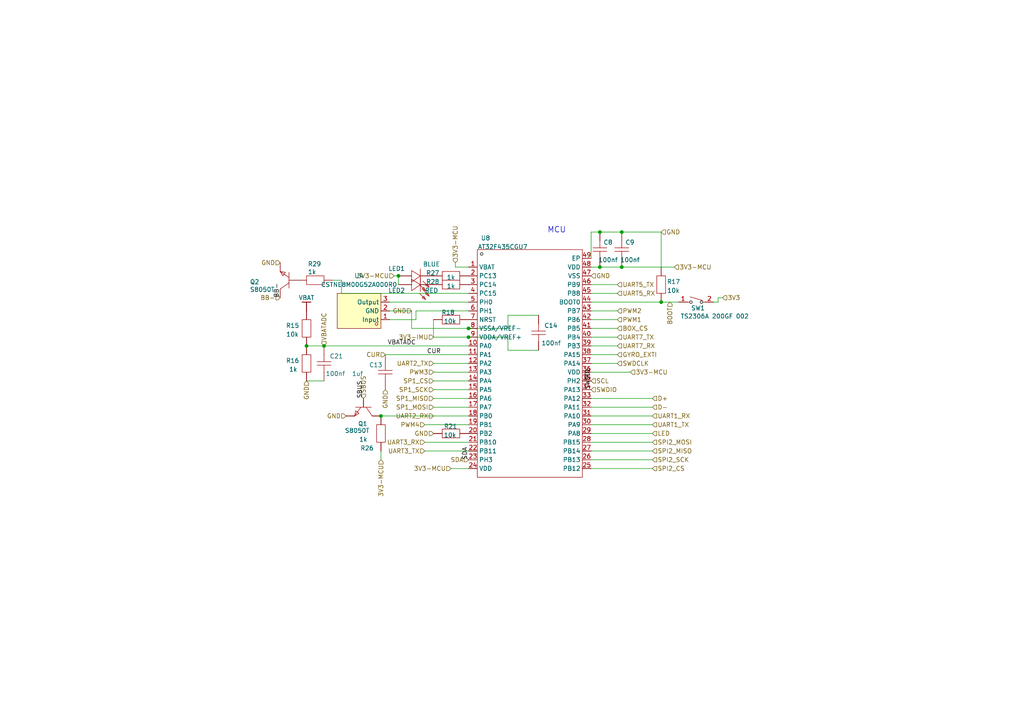
<source format=kicad_sch>
(kicad_sch
	(version 20250114)
	(generator "eeschema")
	(generator_version "9.0")
	(uuid "b70a0022-2c77-4ce0-805d-696f51d3c196")
	(paper "A4")
	(lib_symbols
		(symbol "1_P1-altium-import:VBAT_BAR"
			(power)
			(exclude_from_sim no)
			(in_bom yes)
			(on_board yes)
			(property "Reference" "#PWR"
				(at 0 0 0)
				(effects
					(font
						(size 1.27 1.27)
					)
					(hide yes)
				)
			)
			(property "Value" "VBAT"
				(at 0 -3.81 0)
				(effects
					(font
						(size 1.27 1.27)
					)
				)
			)
			(property "Footprint" ""
				(at 0 0 0)
				(effects
					(font
						(size 1.27 1.27)
					)
					(hide yes)
				)
			)
			(property "Datasheet" ""
				(at 0 0 0)
				(effects
					(font
						(size 1.27 1.27)
					)
					(hide yes)
				)
			)
			(property "Description" "Power symbol creates a global label with name 'VBAT'"
				(at 0 0 0)
				(effects
					(font
						(size 1.27 1.27)
					)
					(hide yes)
				)
			)
			(property "ki_keywords" "power-flag"
				(at 0 0 0)
				(effects
					(font
						(size 1.27 1.27)
					)
					(hide yes)
				)
			)
			(symbol "VBAT_BAR_0_0"
				(polyline
					(pts
						(xy -1.27 -2.54) (xy 1.27 -2.54)
					)
					(stroke
						(width 0.254)
						(type solid)
					)
					(fill
						(type none)
					)
				)
				(polyline
					(pts
						(xy 0 0) (xy 0 -2.54)
					)
					(stroke
						(width 0.254)
						(type solid)
					)
					(fill
						(type none)
					)
				)
				(pin power_in line
					(at 0 0 0)
					(length 0)
					(hide yes)
					(name "VBAT"
						(effects
							(font
								(size 1.27 1.27)
							)
						)
					)
					(number ""
						(effects
							(font
								(size 1.27 1.27)
							)
						)
					)
				)
			)
			(embedded_fonts no)
		)
		(symbol "1_P1-altium-import:root_0_1k_"
			(pin_numbers
				(hide yes)
			)
			(pin_names
				(hide yes)
			)
			(exclude_from_sim no)
			(in_bom yes)
			(on_board yes)
			(property "Reference" ""
				(at 0 0 0)
				(effects
					(font
						(size 1.27 1.27)
					)
				)
			)
			(property "Value" ""
				(at 0 0 0)
				(effects
					(font
						(size 1.27 1.27)
					)
				)
			)
			(property "Footprint" ""
				(at 0 0 0)
				(effects
					(font
						(size 1.27 1.27)
					)
					(hide yes)
				)
			)
			(property "Datasheet" ""
				(at 0 0 0)
				(effects
					(font
						(size 1.27 1.27)
					)
					(hide yes)
				)
			)
			(property "Description" ""
				(at 0 0 0)
				(effects
					(font
						(size 1.27 1.27)
					)
					(hide yes)
				)
			)
			(property "ki_fp_filters" "*R0201*"
				(at 0 0 0)
				(effects
					(font
						(size 1.27 1.27)
					)
					(hide yes)
				)
			)
			(symbol "root_0_1k__1_0"
				(rectangle
					(start -2.54 1.27)
					(end 2.54 -1.27)
					(stroke
						(width 0)
						(type solid)
						(color 160 0 0 1)
					)
					(fill
						(type none)
					)
				)
				(pin passive line
					(at -5.08 0 0)
					(length 2.54)
					(name "1"
						(effects
							(font
								(size 1.27 1.27)
							)
						)
					)
					(number "1"
						(effects
							(font
								(size 1.27 1.27)
							)
						)
					)
				)
				(pin passive line
					(at 5.08 0 180)
					(length 2.54)
					(name "2"
						(effects
							(font
								(size 1.27 1.27)
							)
						)
					)
					(number "2"
						(effects
							(font
								(size 1.27 1.27)
							)
						)
					)
				)
			)
			(embedded_fonts no)
		)
		(symbol "1_P1-altium-import:root_0_AT32F435CGU7_"
			(exclude_from_sim no)
			(in_bom yes)
			(on_board yes)
			(property "Reference" ""
				(at 0 0 0)
				(effects
					(font
						(size 1.27 1.27)
					)
				)
			)
			(property "Value" ""
				(at 0 0 0)
				(effects
					(font
						(size 1.27 1.27)
					)
				)
			)
			(property "Footprint" ""
				(at 0 0 0)
				(effects
					(font
						(size 1.27 1.27)
					)
					(hide yes)
				)
			)
			(property "Datasheet" ""
				(at 0 0 0)
				(effects
					(font
						(size 1.27 1.27)
					)
					(hide yes)
				)
			)
			(property "Description" ""
				(at 0 0 0)
				(effects
					(font
						(size 1.27 1.27)
					)
					(hide yes)
				)
			)
			(property "ki_fp_filters" "*QFN-48_L6.0-W6.0-P0.40-TL-EP3.2*"
				(at 0 0 0)
				(effects
					(font
						(size 1.27 1.27)
					)
					(hide yes)
				)
			)
			(symbol "root_0_AT32F435CGU7__1_0"
				(rectangle
					(start -15.24 33.02)
					(end 15.24 -33.02)
					(stroke
						(width 0)
						(type solid)
						(color 160 0 0 1)
					)
					(fill
						(type none)
					)
				)
				(circle
					(center -13.97 31.75)
					(radius 0.381)
					(stroke
						(width 0)
						(type solid)
						(color 0 0 0 1)
					)
					(fill
						(type none)
					)
				)
				(pin passive line
					(at -17.78 27.94 0)
					(length 2.54)
					(name "VBAT"
						(effects
							(font
								(size 1.27 1.27)
							)
						)
					)
					(number "1"
						(effects
							(font
								(size 1.27 1.27)
							)
						)
					)
				)
				(pin passive line
					(at -17.78 25.4 0)
					(length 2.54)
					(name "PC13"
						(effects
							(font
								(size 1.27 1.27)
							)
						)
					)
					(number "2"
						(effects
							(font
								(size 1.27 1.27)
							)
						)
					)
				)
				(pin passive line
					(at -17.78 22.86 0)
					(length 2.54)
					(name "PC14"
						(effects
							(font
								(size 1.27 1.27)
							)
						)
					)
					(number "3"
						(effects
							(font
								(size 1.27 1.27)
							)
						)
					)
				)
				(pin passive line
					(at -17.78 20.32 0)
					(length 2.54)
					(name "PC15"
						(effects
							(font
								(size 1.27 1.27)
							)
						)
					)
					(number "4"
						(effects
							(font
								(size 1.27 1.27)
							)
						)
					)
				)
				(pin passive line
					(at -17.78 17.78 0)
					(length 2.54)
					(name "PH0"
						(effects
							(font
								(size 1.27 1.27)
							)
						)
					)
					(number "5"
						(effects
							(font
								(size 1.27 1.27)
							)
						)
					)
				)
				(pin passive line
					(at -17.78 15.24 0)
					(length 2.54)
					(name "PH1"
						(effects
							(font
								(size 1.27 1.27)
							)
						)
					)
					(number "6"
						(effects
							(font
								(size 1.27 1.27)
							)
						)
					)
				)
				(pin passive line
					(at -17.78 12.7 0)
					(length 2.54)
					(name "NRST"
						(effects
							(font
								(size 1.27 1.27)
							)
						)
					)
					(number "7"
						(effects
							(font
								(size 1.27 1.27)
							)
						)
					)
				)
				(pin passive line
					(at -17.78 10.16 0)
					(length 2.54)
					(name "VSSA/VREF-"
						(effects
							(font
								(size 1.27 1.27)
							)
						)
					)
					(number "8"
						(effects
							(font
								(size 1.27 1.27)
							)
						)
					)
				)
				(pin passive line
					(at -17.78 7.62 0)
					(length 2.54)
					(name "VDDA/VREF+"
						(effects
							(font
								(size 1.27 1.27)
							)
						)
					)
					(number "9"
						(effects
							(font
								(size 1.27 1.27)
							)
						)
					)
				)
				(pin passive line
					(at -17.78 5.08 0)
					(length 2.54)
					(name "PA0"
						(effects
							(font
								(size 1.27 1.27)
							)
						)
					)
					(number "10"
						(effects
							(font
								(size 1.27 1.27)
							)
						)
					)
				)
				(pin passive line
					(at -17.78 2.54 0)
					(length 2.54)
					(name "PA1"
						(effects
							(font
								(size 1.27 1.27)
							)
						)
					)
					(number "11"
						(effects
							(font
								(size 1.27 1.27)
							)
						)
					)
				)
				(pin passive line
					(at -17.78 0 0)
					(length 2.54)
					(name "PA2"
						(effects
							(font
								(size 1.27 1.27)
							)
						)
					)
					(number "12"
						(effects
							(font
								(size 1.27 1.27)
							)
						)
					)
				)
				(pin passive line
					(at -17.78 -2.54 0)
					(length 2.54)
					(name "PA3"
						(effects
							(font
								(size 1.27 1.27)
							)
						)
					)
					(number "13"
						(effects
							(font
								(size 1.27 1.27)
							)
						)
					)
				)
				(pin passive line
					(at -17.78 -5.08 0)
					(length 2.54)
					(name "PA4"
						(effects
							(font
								(size 1.27 1.27)
							)
						)
					)
					(number "14"
						(effects
							(font
								(size 1.27 1.27)
							)
						)
					)
				)
				(pin passive line
					(at -17.78 -7.62 0)
					(length 2.54)
					(name "PA5"
						(effects
							(font
								(size 1.27 1.27)
							)
						)
					)
					(number "15"
						(effects
							(font
								(size 1.27 1.27)
							)
						)
					)
				)
				(pin passive line
					(at -17.78 -10.16 0)
					(length 2.54)
					(name "PA6"
						(effects
							(font
								(size 1.27 1.27)
							)
						)
					)
					(number "16"
						(effects
							(font
								(size 1.27 1.27)
							)
						)
					)
				)
				(pin passive line
					(at -17.78 -12.7 0)
					(length 2.54)
					(name "PA7"
						(effects
							(font
								(size 1.27 1.27)
							)
						)
					)
					(number "17"
						(effects
							(font
								(size 1.27 1.27)
							)
						)
					)
				)
				(pin passive line
					(at -17.78 -15.24 0)
					(length 2.54)
					(name "PB0"
						(effects
							(font
								(size 1.27 1.27)
							)
						)
					)
					(number "18"
						(effects
							(font
								(size 1.27 1.27)
							)
						)
					)
				)
				(pin passive line
					(at -17.78 -17.78 0)
					(length 2.54)
					(name "PB1"
						(effects
							(font
								(size 1.27 1.27)
							)
						)
					)
					(number "19"
						(effects
							(font
								(size 1.27 1.27)
							)
						)
					)
				)
				(pin passive line
					(at -17.78 -20.32 0)
					(length 2.54)
					(name "PB2"
						(effects
							(font
								(size 1.27 1.27)
							)
						)
					)
					(number "20"
						(effects
							(font
								(size 1.27 1.27)
							)
						)
					)
				)
				(pin passive line
					(at -17.78 -22.86 0)
					(length 2.54)
					(name "PB10"
						(effects
							(font
								(size 1.27 1.27)
							)
						)
					)
					(number "21"
						(effects
							(font
								(size 1.27 1.27)
							)
						)
					)
				)
				(pin passive line
					(at -17.78 -25.4 0)
					(length 2.54)
					(name "PB11"
						(effects
							(font
								(size 1.27 1.27)
							)
						)
					)
					(number "22"
						(effects
							(font
								(size 1.27 1.27)
							)
						)
					)
				)
				(pin passive line
					(at -17.78 -27.94 0)
					(length 2.54)
					(name "PH3"
						(effects
							(font
								(size 1.27 1.27)
							)
						)
					)
					(number "23"
						(effects
							(font
								(size 1.27 1.27)
							)
						)
					)
				)
				(pin passive line
					(at -17.78 -30.48 0)
					(length 2.54)
					(name "VDD"
						(effects
							(font
								(size 1.27 1.27)
							)
						)
					)
					(number "24"
						(effects
							(font
								(size 1.27 1.27)
							)
						)
					)
				)
				(pin passive line
					(at 17.78 30.48 180)
					(length 2.54)
					(name "EP"
						(effects
							(font
								(size 1.27 1.27)
							)
						)
					)
					(number "49"
						(effects
							(font
								(size 1.27 1.27)
							)
						)
					)
				)
				(pin passive line
					(at 17.78 27.94 180)
					(length 2.54)
					(name "VDD"
						(effects
							(font
								(size 1.27 1.27)
							)
						)
					)
					(number "48"
						(effects
							(font
								(size 1.27 1.27)
							)
						)
					)
				)
				(pin passive line
					(at 17.78 25.4 180)
					(length 2.54)
					(name "VSS"
						(effects
							(font
								(size 1.27 1.27)
							)
						)
					)
					(number "47"
						(effects
							(font
								(size 1.27 1.27)
							)
						)
					)
				)
				(pin passive line
					(at 17.78 22.86 180)
					(length 2.54)
					(name "PB9"
						(effects
							(font
								(size 1.27 1.27)
							)
						)
					)
					(number "46"
						(effects
							(font
								(size 1.27 1.27)
							)
						)
					)
				)
				(pin passive line
					(at 17.78 20.32 180)
					(length 2.54)
					(name "PB8"
						(effects
							(font
								(size 1.27 1.27)
							)
						)
					)
					(number "45"
						(effects
							(font
								(size 1.27 1.27)
							)
						)
					)
				)
				(pin passive line
					(at 17.78 17.78 180)
					(length 2.54)
					(name "BOOT0"
						(effects
							(font
								(size 1.27 1.27)
							)
						)
					)
					(number "44"
						(effects
							(font
								(size 1.27 1.27)
							)
						)
					)
				)
				(pin passive line
					(at 17.78 15.24 180)
					(length 2.54)
					(name "PB7"
						(effects
							(font
								(size 1.27 1.27)
							)
						)
					)
					(number "43"
						(effects
							(font
								(size 1.27 1.27)
							)
						)
					)
				)
				(pin passive line
					(at 17.78 12.7 180)
					(length 2.54)
					(name "PB6"
						(effects
							(font
								(size 1.27 1.27)
							)
						)
					)
					(number "42"
						(effects
							(font
								(size 1.27 1.27)
							)
						)
					)
				)
				(pin passive line
					(at 17.78 10.16 180)
					(length 2.54)
					(name "PB5"
						(effects
							(font
								(size 1.27 1.27)
							)
						)
					)
					(number "41"
						(effects
							(font
								(size 1.27 1.27)
							)
						)
					)
				)
				(pin passive line
					(at 17.78 7.62 180)
					(length 2.54)
					(name "PB4"
						(effects
							(font
								(size 1.27 1.27)
							)
						)
					)
					(number "40"
						(effects
							(font
								(size 1.27 1.27)
							)
						)
					)
				)
				(pin passive line
					(at 17.78 5.08 180)
					(length 2.54)
					(name "PB3"
						(effects
							(font
								(size 1.27 1.27)
							)
						)
					)
					(number "39"
						(effects
							(font
								(size 1.27 1.27)
							)
						)
					)
				)
				(pin passive line
					(at 17.78 2.54 180)
					(length 2.54)
					(name "PA15"
						(effects
							(font
								(size 1.27 1.27)
							)
						)
					)
					(number "38"
						(effects
							(font
								(size 1.27 1.27)
							)
						)
					)
				)
				(pin passive line
					(at 17.78 0 180)
					(length 2.54)
					(name "PA14"
						(effects
							(font
								(size 1.27 1.27)
							)
						)
					)
					(number "37"
						(effects
							(font
								(size 1.27 1.27)
							)
						)
					)
				)
				(pin passive line
					(at 17.78 -2.54 180)
					(length 2.54)
					(name "VDD"
						(effects
							(font
								(size 1.27 1.27)
							)
						)
					)
					(number "36"
						(effects
							(font
								(size 1.27 1.27)
							)
						)
					)
				)
				(pin passive line
					(at 17.78 -5.08 180)
					(length 2.54)
					(name "PH2"
						(effects
							(font
								(size 1.27 1.27)
							)
						)
					)
					(number "35"
						(effects
							(font
								(size 1.27 1.27)
							)
						)
					)
				)
				(pin passive line
					(at 17.78 -7.62 180)
					(length 2.54)
					(name "PA13"
						(effects
							(font
								(size 1.27 1.27)
							)
						)
					)
					(number "34"
						(effects
							(font
								(size 1.27 1.27)
							)
						)
					)
				)
				(pin passive line
					(at 17.78 -10.16 180)
					(length 2.54)
					(name "PA12"
						(effects
							(font
								(size 1.27 1.27)
							)
						)
					)
					(number "33"
						(effects
							(font
								(size 1.27 1.27)
							)
						)
					)
				)
				(pin passive line
					(at 17.78 -12.7 180)
					(length 2.54)
					(name "PA11"
						(effects
							(font
								(size 1.27 1.27)
							)
						)
					)
					(number "32"
						(effects
							(font
								(size 1.27 1.27)
							)
						)
					)
				)
				(pin passive line
					(at 17.78 -15.24 180)
					(length 2.54)
					(name "PA10"
						(effects
							(font
								(size 1.27 1.27)
							)
						)
					)
					(number "31"
						(effects
							(font
								(size 1.27 1.27)
							)
						)
					)
				)
				(pin passive line
					(at 17.78 -17.78 180)
					(length 2.54)
					(name "PA9"
						(effects
							(font
								(size 1.27 1.27)
							)
						)
					)
					(number "30"
						(effects
							(font
								(size 1.27 1.27)
							)
						)
					)
				)
				(pin passive line
					(at 17.78 -20.32 180)
					(length 2.54)
					(name "PA8"
						(effects
							(font
								(size 1.27 1.27)
							)
						)
					)
					(number "29"
						(effects
							(font
								(size 1.27 1.27)
							)
						)
					)
				)
				(pin passive line
					(at 17.78 -22.86 180)
					(length 2.54)
					(name "PB15"
						(effects
							(font
								(size 1.27 1.27)
							)
						)
					)
					(number "28"
						(effects
							(font
								(size 1.27 1.27)
							)
						)
					)
				)
				(pin passive line
					(at 17.78 -25.4 180)
					(length 2.54)
					(name "PB14"
						(effects
							(font
								(size 1.27 1.27)
							)
						)
					)
					(number "27"
						(effects
							(font
								(size 1.27 1.27)
							)
						)
					)
				)
				(pin passive line
					(at 17.78 -27.94 180)
					(length 2.54)
					(name "PB13"
						(effects
							(font
								(size 1.27 1.27)
							)
						)
					)
					(number "26"
						(effects
							(font
								(size 1.27 1.27)
							)
						)
					)
				)
				(pin passive line
					(at 17.78 -30.48 180)
					(length 2.54)
					(name "PB12"
						(effects
							(font
								(size 1.27 1.27)
							)
						)
					)
					(number "25"
						(effects
							(font
								(size 1.27 1.27)
							)
						)
					)
				)
			)
			(embedded_fonts no)
		)
		(symbol "1_P1-altium-import:root_0_TS2306A 200GF 002_"
			(pin_names
				(hide yes)
			)
			(exclude_from_sim no)
			(in_bom yes)
			(on_board yes)
			(property "Reference" ""
				(at 0 0 0)
				(effects
					(font
						(size 1.27 1.27)
					)
				)
			)
			(property "Value" ""
				(at 0 0 0)
				(effects
					(font
						(size 1.27 1.27)
					)
				)
			)
			(property "Footprint" ""
				(at 0 0 0)
				(effects
					(font
						(size 1.27 1.27)
					)
					(hide yes)
				)
			)
			(property "Datasheet" ""
				(at 0 0 0)
				(effects
					(font
						(size 1.27 1.27)
					)
					(hide yes)
				)
			)
			(property "Description" ""
				(at 0 0 0)
				(effects
					(font
						(size 1.27 1.27)
					)
					(hide yes)
				)
			)
			(property "ki_fp_filters" "*SW-SMD_L3.0-W2.0-LS3.5*"
				(at 0 0 0)
				(effects
					(font
						(size 1.27 1.27)
					)
					(hide yes)
				)
			)
			(symbol "root_0_TS2306A 200GF 002__1_0"
				(polyline
					(pts
						(xy -2.032 0) (xy -2.54 0)
					)
					(stroke
						(width 0)
						(type solid)
						(color 160 0 0 1)
					)
					(fill
						(type none)
					)
				)
				(circle
					(center -1.524 0)
					(radius 0.381)
					(stroke
						(width 0)
						(type solid)
						(color 0 0 0 1)
					)
					(fill
						(type none)
					)
				)
				(circle
					(center 1.524 0)
					(radius 0.381)
					(stroke
						(width 0)
						(type solid)
						(color 0 0 0 1)
					)
					(fill
						(type none)
					)
				)
				(polyline
					(pts
						(xy 1.778 0.508) (xy -1.778 1.524)
					)
					(stroke
						(width 0)
						(type solid)
						(color 160 0 0 1)
					)
					(fill
						(type none)
					)
				)
				(polyline
					(pts
						(xy 2.032 0) (xy 2.54 0)
					)
					(stroke
						(width 0)
						(type solid)
						(color 160 0 0 1)
					)
					(fill
						(type none)
					)
				)
				(pin passive line
					(at -5.08 0 0)
					(length 2.54)
					(name "A"
						(effects
							(font
								(size 1.27 1.27)
							)
						)
					)
					(number "1"
						(effects
							(font
								(size 1.27 1.27)
							)
						)
					)
				)
				(pin passive line
					(at 5.08 0 180)
					(length 2.54)
					(name "A'"
						(effects
							(font
								(size 1.27 1.27)
							)
						)
					)
					(number "2"
						(effects
							(font
								(size 1.27 1.27)
							)
						)
					)
				)
			)
			(embedded_fonts no)
		)
		(symbol "1_P1-altium-import:root_1_100nf_"
			(pin_numbers
				(hide yes)
			)
			(pin_names
				(hide yes)
			)
			(exclude_from_sim no)
			(in_bom yes)
			(on_board yes)
			(property "Reference" ""
				(at 0 0 0)
				(effects
					(font
						(size 1.27 1.27)
					)
				)
			)
			(property "Value" ""
				(at 0 0 0)
				(effects
					(font
						(size 1.27 1.27)
					)
				)
			)
			(property "Footprint" ""
				(at 0 0 0)
				(effects
					(font
						(size 1.27 1.27)
					)
					(hide yes)
				)
			)
			(property "Datasheet" ""
				(at 0 0 0)
				(effects
					(font
						(size 1.27 1.27)
					)
					(hide yes)
				)
			)
			(property "Description" ""
				(at 0 0 0)
				(effects
					(font
						(size 1.27 1.27)
					)
					(hide yes)
				)
			)
			(property "ki_fp_filters" "*C0201*"
				(at 0 0 0)
				(effects
					(font
						(size 1.27 1.27)
					)
					(hide yes)
				)
			)
			(symbol "root_1_100nf__1_0"
				(polyline
					(pts
						(xy -2.032 0.508) (xy 2.032 0.508)
					)
					(stroke
						(width 0)
						(type solid)
						(color 160 0 0 1)
					)
					(fill
						(type none)
					)
				)
				(polyline
					(pts
						(xy 0 2.54) (xy 0 0.508)
					)
					(stroke
						(width 0)
						(type solid)
						(color 160 0 0 1)
					)
					(fill
						(type none)
					)
				)
				(polyline
					(pts
						(xy 0 -0.508) (xy 0 -2.54)
					)
					(stroke
						(width 0)
						(type solid)
						(color 160 0 0 1)
					)
					(fill
						(type none)
					)
				)
				(polyline
					(pts
						(xy 2.032 -0.508) (xy -2.032 -0.508)
					)
					(stroke
						(width 0)
						(type solid)
						(color 160 0 0 1)
					)
					(fill
						(type none)
					)
				)
				(pin passive line
					(at 0 5.08 270)
					(length 2.54)
					(name "2"
						(effects
							(font
								(size 1.27 1.27)
							)
						)
					)
					(number "2"
						(effects
							(font
								(size 1.27 1.27)
							)
						)
					)
				)
				(pin passive line
					(at 0 -5.08 90)
					(length 2.54)
					(name "1"
						(effects
							(font
								(size 1.27 1.27)
							)
						)
					)
					(number "1"
						(effects
							(font
								(size 1.27 1.27)
							)
						)
					)
				)
			)
			(embedded_fonts no)
		)
		(symbol "1_P1-altium-import:root_1_10k_"
			(pin_numbers
				(hide yes)
			)
			(pin_names
				(hide yes)
			)
			(exclude_from_sim no)
			(in_bom yes)
			(on_board yes)
			(property "Reference" ""
				(at 0 0 0)
				(effects
					(font
						(size 1.27 1.27)
					)
				)
			)
			(property "Value" ""
				(at 0 0 0)
				(effects
					(font
						(size 1.27 1.27)
					)
				)
			)
			(property "Footprint" ""
				(at 0 0 0)
				(effects
					(font
						(size 1.27 1.27)
					)
					(hide yes)
				)
			)
			(property "Datasheet" ""
				(at 0 0 0)
				(effects
					(font
						(size 1.27 1.27)
					)
					(hide yes)
				)
			)
			(property "Description" ""
				(at 0 0 0)
				(effects
					(font
						(size 1.27 1.27)
					)
					(hide yes)
				)
			)
			(property "ki_fp_filters" "*R0201*"
				(at 0 0 0)
				(effects
					(font
						(size 1.27 1.27)
					)
					(hide yes)
				)
			)
			(symbol "root_1_10k__1_0"
				(rectangle
					(start -1.27 2.54)
					(end 1.27 -2.54)
					(stroke
						(width 0)
						(type solid)
						(color 160 0 0 1)
					)
					(fill
						(type none)
					)
				)
				(pin passive line
					(at 0 5.08 270)
					(length 2.54)
					(name "2"
						(effects
							(font
								(size 1.27 1.27)
							)
						)
					)
					(number "2"
						(effects
							(font
								(size 1.27 1.27)
							)
						)
					)
				)
				(pin passive line
					(at 0 -5.08 90)
					(length 2.54)
					(name "1"
						(effects
							(font
								(size 1.27 1.27)
							)
						)
					)
					(number "1"
						(effects
							(font
								(size 1.27 1.27)
							)
						)
					)
				)
			)
			(embedded_fonts no)
		)
		(symbol "1_P1-altium-import:root_1_1k_"
			(pin_numbers
				(hide yes)
			)
			(pin_names
				(hide yes)
			)
			(exclude_from_sim no)
			(in_bom yes)
			(on_board yes)
			(property "Reference" ""
				(at 0 0 0)
				(effects
					(font
						(size 1.27 1.27)
					)
				)
			)
			(property "Value" ""
				(at 0 0 0)
				(effects
					(font
						(size 1.27 1.27)
					)
				)
			)
			(property "Footprint" ""
				(at 0 0 0)
				(effects
					(font
						(size 1.27 1.27)
					)
					(hide yes)
				)
			)
			(property "Datasheet" ""
				(at 0 0 0)
				(effects
					(font
						(size 1.27 1.27)
					)
					(hide yes)
				)
			)
			(property "Description" ""
				(at 0 0 0)
				(effects
					(font
						(size 1.27 1.27)
					)
					(hide yes)
				)
			)
			(property "ki_fp_filters" "*R0201*"
				(at 0 0 0)
				(effects
					(font
						(size 1.27 1.27)
					)
					(hide yes)
				)
			)
			(symbol "root_1_1k__1_0"
				(rectangle
					(start -1.27 2.54)
					(end 1.27 -2.54)
					(stroke
						(width 0)
						(type solid)
						(color 160 0 0 1)
					)
					(fill
						(type none)
					)
				)
				(pin passive line
					(at 0 5.08 270)
					(length 2.54)
					(name "2"
						(effects
							(font
								(size 1.27 1.27)
							)
						)
					)
					(number "2"
						(effects
							(font
								(size 1.27 1.27)
							)
						)
					)
				)
				(pin passive line
					(at 0 -5.08 90)
					(length 2.54)
					(name "1"
						(effects
							(font
								(size 1.27 1.27)
							)
						)
					)
					(number "1"
						(effects
							(font
								(size 1.27 1.27)
							)
						)
					)
				)
			)
			(embedded_fonts no)
		)
		(symbol "1_P1-altium-import:root_1_1uf_"
			(pin_numbers
				(hide yes)
			)
			(pin_names
				(hide yes)
			)
			(exclude_from_sim no)
			(in_bom yes)
			(on_board yes)
			(property "Reference" ""
				(at 0 0 0)
				(effects
					(font
						(size 1.27 1.27)
					)
				)
			)
			(property "Value" ""
				(at 0 0 0)
				(effects
					(font
						(size 1.27 1.27)
					)
				)
			)
			(property "Footprint" ""
				(at 0 0 0)
				(effects
					(font
						(size 1.27 1.27)
					)
					(hide yes)
				)
			)
			(property "Datasheet" ""
				(at 0 0 0)
				(effects
					(font
						(size 1.27 1.27)
					)
					(hide yes)
				)
			)
			(property "Description" ""
				(at 0 0 0)
				(effects
					(font
						(size 1.27 1.27)
					)
					(hide yes)
				)
			)
			(property "ki_fp_filters" "*C0201*"
				(at 0 0 0)
				(effects
					(font
						(size 1.27 1.27)
					)
					(hide yes)
				)
			)
			(symbol "root_1_1uf__1_0"
				(polyline
					(pts
						(xy -2.032 0.508) (xy 2.032 0.508)
					)
					(stroke
						(width 0)
						(type solid)
						(color 160 0 0 1)
					)
					(fill
						(type none)
					)
				)
				(polyline
					(pts
						(xy 0 2.54) (xy 0 0.508)
					)
					(stroke
						(width 0)
						(type solid)
						(color 160 0 0 1)
					)
					(fill
						(type none)
					)
				)
				(polyline
					(pts
						(xy 0 -0.508) (xy 0 -2.54)
					)
					(stroke
						(width 0)
						(type solid)
						(color 160 0 0 1)
					)
					(fill
						(type none)
					)
				)
				(polyline
					(pts
						(xy 2.032 -0.508) (xy -2.032 -0.508)
					)
					(stroke
						(width 0)
						(type solid)
						(color 160 0 0 1)
					)
					(fill
						(type none)
					)
				)
				(pin passive line
					(at 0 5.08 270)
					(length 2.54)
					(name "2"
						(effects
							(font
								(size 1.27 1.27)
							)
						)
					)
					(number "2"
						(effects
							(font
								(size 1.27 1.27)
							)
						)
					)
				)
				(pin passive line
					(at 0 -5.08 90)
					(length 2.54)
					(name "1"
						(effects
							(font
								(size 1.27 1.27)
							)
						)
					)
					(number "1"
						(effects
							(font
								(size 1.27 1.27)
							)
						)
					)
				)
			)
			(embedded_fonts no)
		)
		(symbol "1_P1-altium-import:root_2_10k_"
			(pin_numbers
				(hide yes)
			)
			(pin_names
				(hide yes)
			)
			(exclude_from_sim no)
			(in_bom yes)
			(on_board yes)
			(property "Reference" ""
				(at 0 0 0)
				(effects
					(font
						(size 1.27 1.27)
					)
				)
			)
			(property "Value" ""
				(at 0 0 0)
				(effects
					(font
						(size 1.27 1.27)
					)
				)
			)
			(property "Footprint" ""
				(at 0 0 0)
				(effects
					(font
						(size 1.27 1.27)
					)
					(hide yes)
				)
			)
			(property "Datasheet" ""
				(at 0 0 0)
				(effects
					(font
						(size 1.27 1.27)
					)
					(hide yes)
				)
			)
			(property "Description" ""
				(at 0 0 0)
				(effects
					(font
						(size 1.27 1.27)
					)
					(hide yes)
				)
			)
			(property "ki_fp_filters" "*R0201*"
				(at 0 0 0)
				(effects
					(font
						(size 1.27 1.27)
					)
					(hide yes)
				)
			)
			(symbol "root_2_10k__1_0"
				(rectangle
					(start -2.54 1.27)
					(end 2.54 -1.27)
					(stroke
						(width 0)
						(type solid)
						(color 160 0 0 1)
					)
					(fill
						(type none)
					)
				)
				(pin passive line
					(at -5.08 0 0)
					(length 2.54)
					(name "2"
						(effects
							(font
								(size 1.27 1.27)
							)
						)
					)
					(number "2"
						(effects
							(font
								(size 1.27 1.27)
							)
						)
					)
				)
				(pin passive line
					(at 5.08 0 180)
					(length 2.54)
					(name "1"
						(effects
							(font
								(size 1.27 1.27)
							)
						)
					)
					(number "1"
						(effects
							(font
								(size 1.27 1.27)
							)
						)
					)
				)
			)
			(embedded_fonts no)
		)
		(symbol "1_P1-altium-import:root_2_1k_"
			(pin_numbers
				(hide yes)
			)
			(pin_names
				(hide yes)
			)
			(exclude_from_sim no)
			(in_bom yes)
			(on_board yes)
			(property "Reference" ""
				(at 0 0 0)
				(effects
					(font
						(size 1.27 1.27)
					)
				)
			)
			(property "Value" ""
				(at 0 0 0)
				(effects
					(font
						(size 1.27 1.27)
					)
				)
			)
			(property "Footprint" ""
				(at 0 0 0)
				(effects
					(font
						(size 1.27 1.27)
					)
					(hide yes)
				)
			)
			(property "Datasheet" ""
				(at 0 0 0)
				(effects
					(font
						(size 1.27 1.27)
					)
					(hide yes)
				)
			)
			(property "Description" ""
				(at 0 0 0)
				(effects
					(font
						(size 1.27 1.27)
					)
					(hide yes)
				)
			)
			(property "ki_fp_filters" "*R0201*"
				(at 0 0 0)
				(effects
					(font
						(size 1.27 1.27)
					)
					(hide yes)
				)
			)
			(symbol "root_2_1k__1_0"
				(rectangle
					(start -2.54 1.27)
					(end 2.54 -1.27)
					(stroke
						(width 0)
						(type solid)
						(color 160 0 0 1)
					)
					(fill
						(type none)
					)
				)
				(pin passive line
					(at -5.08 0 0)
					(length 2.54)
					(name "2"
						(effects
							(font
								(size 1.27 1.27)
							)
						)
					)
					(number "2"
						(effects
							(font
								(size 1.27 1.27)
							)
						)
					)
				)
				(pin passive line
					(at 5.08 0 180)
					(length 2.54)
					(name "1"
						(effects
							(font
								(size 1.27 1.27)
							)
						)
					)
					(number "1"
						(effects
							(font
								(size 1.27 1.27)
							)
						)
					)
				)
			)
			(embedded_fonts no)
		)
		(symbol "1_P1-altium-import:root_2_BLUE_"
			(pin_numbers
				(hide yes)
			)
			(pin_names
				(hide yes)
			)
			(exclude_from_sim no)
			(in_bom yes)
			(on_board yes)
			(property "Reference" ""
				(at 0 0 0)
				(effects
					(font
						(size 1.27 1.27)
					)
				)
			)
			(property "Value" ""
				(at 0 0 0)
				(effects
					(font
						(size 1.27 1.27)
					)
				)
			)
			(property "Footprint" ""
				(at 0 0 0)
				(effects
					(font
						(size 1.27 1.27)
					)
					(hide yes)
				)
			)
			(property "Datasheet" ""
				(at 0 0 0)
				(effects
					(font
						(size 1.27 1.27)
					)
					(hide yes)
				)
			)
			(property "Description" ""
				(at 0 0 0)
				(effects
					(font
						(size 1.27 1.27)
					)
					(hide yes)
				)
			)
			(property "ki_fp_filters" "*LED0402-RD*"
				(at 0 0 0)
				(effects
					(font
						(size 1.27 1.27)
					)
					(hide yes)
				)
			)
			(symbol "root_2_BLUE__1_0"
				(polyline
					(pts
						(xy -1.27 1.524) (xy 1.27 0) (xy 1.27 0) (xy 1.27 0) (xy 1.27 0) (xy -1.27 -1.778) (xy -1.27 -1.778)
						(xy -1.27 -1.778) (xy -1.27 -1.778) (xy -1.27 1.524)
					)
					(stroke
						(width 0)
						(type solid)
						(color 160 0 0 1)
					)
					(fill
						(type none)
					)
				)
				(polyline
					(pts
						(xy 1.016 -2.54) (xy 2.794 -4.318)
					)
					(stroke
						(width 0)
						(type solid)
						(color 160 0 0 1)
					)
					(fill
						(type none)
					)
				)
				(polyline
					(pts
						(xy 1.27 -2.032) (xy 1.27 2.032)
					)
					(stroke
						(width 0)
						(type solid)
						(color 160 0 0 1)
					)
					(fill
						(type none)
					)
				)
				(polyline
					(pts
						(xy 2.032 -1.524) (xy 3.81 -3.302)
					)
					(stroke
						(width 0)
						(type solid)
						(color 160 0 0 1)
					)
					(fill
						(type none)
					)
				)
				(polyline
					(pts
						(xy 2.794 -4.318) (xy 1.778 -3.81) (xy 1.778 -3.81) (xy 1.778 -3.81) (xy 1.778 -3.81) (xy 2.286 -3.302)
						(xy 2.286 -3.302) (xy 2.286 -3.302) (xy 2.286 -3.302) (xy 2.794 -4.318)
					)
					(stroke
						(width 0)
						(type solid)
						(color 160 0 0 1)
					)
					(fill
						(type none)
					)
				)
				(polyline
					(pts
						(xy 3.81 -3.302) (xy 2.794 -2.794) (xy 2.794 -2.794) (xy 2.794 -2.794) (xy 2.794 -2.794) (xy 3.302 -2.286)
						(xy 3.302 -2.286) (xy 3.302 -2.286) (xy 3.302 -2.286) (xy 3.81 -3.302)
					)
					(stroke
						(width 0)
						(type solid)
						(color 160 0 0 1)
					)
					(fill
						(type none)
					)
				)
				(pin passive line
					(at -5.08 0 0)
					(length 3.81)
					(name "+"
						(effects
							(font
								(size 1.27 1.27)
							)
						)
					)
					(number "2"
						(effects
							(font
								(size 1.27 1.27)
							)
						)
					)
				)
				(pin passive line
					(at 5.08 0 180)
					(length 3.81)
					(name "-"
						(effects
							(font
								(size 1.27 1.27)
							)
						)
					)
					(number "1"
						(effects
							(font
								(size 1.27 1.27)
							)
						)
					)
				)
			)
			(embedded_fonts no)
		)
		(symbol "1_P1-altium-import:root_2_RED_"
			(pin_numbers
				(hide yes)
			)
			(pin_names
				(hide yes)
			)
			(exclude_from_sim no)
			(in_bom yes)
			(on_board yes)
			(property "Reference" ""
				(at 0 0 0)
				(effects
					(font
						(size 1.27 1.27)
					)
				)
			)
			(property "Value" ""
				(at 0 0 0)
				(effects
					(font
						(size 1.27 1.27)
					)
				)
			)
			(property "Footprint" ""
				(at 0 0 0)
				(effects
					(font
						(size 1.27 1.27)
					)
					(hide yes)
				)
			)
			(property "Datasheet" ""
				(at 0 0 0)
				(effects
					(font
						(size 1.27 1.27)
					)
					(hide yes)
				)
			)
			(property "Description" ""
				(at 0 0 0)
				(effects
					(font
						(size 1.27 1.27)
					)
					(hide yes)
				)
			)
			(property "ki_fp_filters" "*LED0402-RD*"
				(at 0 0 0)
				(effects
					(font
						(size 1.27 1.27)
					)
					(hide yes)
				)
			)
			(symbol "root_2_RED__1_0"
				(polyline
					(pts
						(xy -1.27 1.524) (xy 1.27 0) (xy 1.27 0) (xy 1.27 0) (xy 1.27 0) (xy -1.27 -1.778) (xy -1.27 -1.778)
						(xy -1.27 -1.778) (xy -1.27 -1.778) (xy -1.27 1.524)
					)
					(stroke
						(width 0)
						(type solid)
						(color 160 0 0 1)
					)
					(fill
						(type none)
					)
				)
				(polyline
					(pts
						(xy 1.016 -2.54) (xy 2.794 -4.318)
					)
					(stroke
						(width 0)
						(type solid)
						(color 160 0 0 1)
					)
					(fill
						(type none)
					)
				)
				(polyline
					(pts
						(xy 1.27 -2.032) (xy 1.27 2.032)
					)
					(stroke
						(width 0)
						(type solid)
						(color 160 0 0 1)
					)
					(fill
						(type none)
					)
				)
				(polyline
					(pts
						(xy 2.032 -1.524) (xy 3.81 -3.302)
					)
					(stroke
						(width 0)
						(type solid)
						(color 160 0 0 1)
					)
					(fill
						(type none)
					)
				)
				(polyline
					(pts
						(xy 2.794 -4.318) (xy 1.778 -3.81) (xy 1.778 -3.81) (xy 1.778 -3.81) (xy 1.778 -3.81) (xy 2.286 -3.302)
						(xy 2.286 -3.302) (xy 2.286 -3.302) (xy 2.286 -3.302) (xy 2.794 -4.318)
					)
					(stroke
						(width 0)
						(type solid)
						(color 160 0 0 1)
					)
					(fill
						(type none)
					)
				)
				(polyline
					(pts
						(xy 3.81 -3.302) (xy 2.794 -2.794) (xy 2.794 -2.794) (xy 2.794 -2.794) (xy 2.794 -2.794) (xy 3.302 -2.286)
						(xy 3.302 -2.286) (xy 3.302 -2.286) (xy 3.302 -2.286) (xy 3.81 -3.302)
					)
					(stroke
						(width 0)
						(type solid)
						(color 160 0 0 1)
					)
					(fill
						(type none)
					)
				)
				(pin passive line
					(at -5.08 0 0)
					(length 3.81)
					(name "+"
						(effects
							(font
								(size 1.27 1.27)
							)
						)
					)
					(number "2"
						(effects
							(font
								(size 1.27 1.27)
							)
						)
					)
				)
				(pin passive line
					(at 5.08 0 180)
					(length 3.81)
					(name "-"
						(effects
							(font
								(size 1.27 1.27)
							)
						)
					)
					(number "1"
						(effects
							(font
								(size 1.27 1.27)
							)
						)
					)
				)
			)
			(embedded_fonts no)
		)
		(symbol "1_P1-altium-import:root_2_S8050T_"
			(pin_numbers
				(hide yes)
			)
			(pin_names
				(hide yes)
			)
			(exclude_from_sim no)
			(in_bom yes)
			(on_board yes)
			(property "Reference" ""
				(at 0 0 0)
				(effects
					(font
						(size 1.27 1.27)
					)
				)
			)
			(property "Value" ""
				(at 0 0 0)
				(effects
					(font
						(size 1.27 1.27)
					)
				)
			)
			(property "Footprint" ""
				(at 0 0 0)
				(effects
					(font
						(size 1.27 1.27)
					)
					(hide yes)
				)
			)
			(property "Datasheet" ""
				(at 0 0 0)
				(effects
					(font
						(size 1.27 1.27)
					)
					(hide yes)
				)
			)
			(property "Description" ""
				(at 0 0 0)
				(effects
					(font
						(size 1.27 1.27)
					)
					(hide yes)
				)
			)
			(property "ki_fp_filters" "*SOT-523-3_L1.6-W0.8-P1.00-LS1.6-BR*"
				(at 0 0 0)
				(effects
					(font
						(size 1.27 1.27)
					)
					(hide yes)
				)
			)
			(symbol "root_2_S8050T__1_0"
				(polyline
					(pts
						(xy 0 2.54) (xy 0.762 1.27) (xy 0.762 1.27) (xy 0.762 1.27) (xy 0.762 1.27) (xy 1.524 2.286) (xy 1.524 2.286)
						(xy 1.524 2.286) (xy 1.524 2.286) (xy 0 2.54)
					)
					(stroke
						(width 0)
						(type solid)
						(color 160 0 0 1)
					)
					(fill
						(type none)
					)
				)
				(polyline
					(pts
						(xy 0 -2.54) (xy 2.54 -0.762)
					)
					(stroke
						(width 0)
						(type solid)
						(color 160 0 0 1)
					)
					(fill
						(type none)
					)
				)
				(polyline
					(pts
						(xy 2.54 0.762) (xy 0 2.54)
					)
					(stroke
						(width 0)
						(type solid)
						(color 160 0 0 1)
					)
					(fill
						(type none)
					)
				)
				(polyline
					(pts
						(xy 2.54 -2.286) (xy 2.54 2.286)
					)
					(stroke
						(width 0)
						(type solid)
						(color 160 0 0 1)
					)
					(fill
						(type none)
					)
				)
				(pin passive line
					(at 0 5.08 270)
					(length 2.54)
					(name "E"
						(effects
							(font
								(size 1.27 1.27)
							)
						)
					)
					(number "2"
						(effects
							(font
								(size 1.27 1.27)
							)
						)
					)
				)
				(pin passive line
					(at 0 -5.08 90)
					(length 2.54)
					(name "C"
						(effects
							(font
								(size 1.27 1.27)
							)
						)
					)
					(number "3"
						(effects
							(font
								(size 1.27 1.27)
							)
						)
					)
				)
				(pin passive line
					(at 5.08 0 180)
					(length 2.54)
					(name "B"
						(effects
							(font
								(size 1.27 1.27)
							)
						)
					)
					(number "1"
						(effects
							(font
								(size 1.27 1.27)
							)
						)
					)
				)
			)
			(embedded_fonts no)
		)
		(symbol "1_P1-altium-import:root_3_1k_"
			(pin_numbers
				(hide yes)
			)
			(pin_names
				(hide yes)
			)
			(exclude_from_sim no)
			(in_bom yes)
			(on_board yes)
			(property "Reference" ""
				(at 0 0 0)
				(effects
					(font
						(size 1.27 1.27)
					)
				)
			)
			(property "Value" ""
				(at 0 0 0)
				(effects
					(font
						(size 1.27 1.27)
					)
				)
			)
			(property "Footprint" ""
				(at 0 0 0)
				(effects
					(font
						(size 1.27 1.27)
					)
					(hide yes)
				)
			)
			(property "Datasheet" ""
				(at 0 0 0)
				(effects
					(font
						(size 1.27 1.27)
					)
					(hide yes)
				)
			)
			(property "Description" ""
				(at 0 0 0)
				(effects
					(font
						(size 1.27 1.27)
					)
					(hide yes)
				)
			)
			(property "ki_fp_filters" "*R0201*"
				(at 0 0 0)
				(effects
					(font
						(size 1.27 1.27)
					)
					(hide yes)
				)
			)
			(symbol "root_3_1k__1_0"
				(rectangle
					(start -1.27 2.54)
					(end 1.27 -2.54)
					(stroke
						(width 0)
						(type solid)
						(color 160 0 0 1)
					)
					(fill
						(type none)
					)
				)
				(pin passive line
					(at 0 5.08 270)
					(length 2.54)
					(name "1"
						(effects
							(font
								(size 1.27 1.27)
							)
						)
					)
					(number "1"
						(effects
							(font
								(size 1.27 1.27)
							)
						)
					)
				)
				(pin passive line
					(at 0 -5.08 90)
					(length 2.54)
					(name "2"
						(effects
							(font
								(size 1.27 1.27)
							)
						)
					)
					(number "2"
						(effects
							(font
								(size 1.27 1.27)
							)
						)
					)
				)
			)
			(embedded_fonts no)
		)
		(symbol "1_P1-altium-import:root_3_S8050T_"
			(pin_numbers
				(hide yes)
			)
			(pin_names
				(hide yes)
			)
			(exclude_from_sim no)
			(in_bom yes)
			(on_board yes)
			(property "Reference" ""
				(at 0 0 0)
				(effects
					(font
						(size 1.27 1.27)
					)
				)
			)
			(property "Value" ""
				(at 0 0 0)
				(effects
					(font
						(size 1.27 1.27)
					)
				)
			)
			(property "Footprint" ""
				(at 0 0 0)
				(effects
					(font
						(size 1.27 1.27)
					)
					(hide yes)
				)
			)
			(property "Datasheet" ""
				(at 0 0 0)
				(effects
					(font
						(size 1.27 1.27)
					)
					(hide yes)
				)
			)
			(property "Description" ""
				(at 0 0 0)
				(effects
					(font
						(size 1.27 1.27)
					)
					(hide yes)
				)
			)
			(property "ki_fp_filters" "*SOT-523-3_L1.6-W0.8-P1.00-LS1.6-BR*"
				(at 0 0 0)
				(effects
					(font
						(size 1.27 1.27)
					)
					(hide yes)
				)
			)
			(symbol "root_3_S8050T__1_0"
				(polyline
					(pts
						(xy -2.54 0) (xy -1.27 0.762) (xy -1.27 0.762) (xy -1.27 0.762) (xy -1.27 0.762) (xy -2.286 1.524)
						(xy -2.286 1.524) (xy -2.286 1.524) (xy -2.286 1.524) (xy -2.54 0)
					)
					(stroke
						(width 0)
						(type solid)
						(color 160 0 0 1)
					)
					(fill
						(type none)
					)
				)
				(polyline
					(pts
						(xy -0.762 2.54) (xy -2.54 0)
					)
					(stroke
						(width 0)
						(type solid)
						(color 160 0 0 1)
					)
					(fill
						(type none)
					)
				)
				(polyline
					(pts
						(xy 2.286 2.54) (xy -2.286 2.54)
					)
					(stroke
						(width 0)
						(type solid)
						(color 160 0 0 1)
					)
					(fill
						(type none)
					)
				)
				(polyline
					(pts
						(xy 2.54 0) (xy 0.762 2.54)
					)
					(stroke
						(width 0)
						(type solid)
						(color 160 0 0 1)
					)
					(fill
						(type none)
					)
				)
				(pin passive line
					(at -5.08 0 0)
					(length 2.54)
					(name "E"
						(effects
							(font
								(size 1.27 1.27)
							)
						)
					)
					(number "2"
						(effects
							(font
								(size 1.27 1.27)
							)
						)
					)
				)
				(pin passive line
					(at 0 5.08 270)
					(length 2.54)
					(name "B"
						(effects
							(font
								(size 1.27 1.27)
							)
						)
					)
					(number "1"
						(effects
							(font
								(size 1.27 1.27)
							)
						)
					)
				)
				(pin passive line
					(at 5.08 0 180)
					(length 2.54)
					(name "C"
						(effects
							(font
								(size 1.27 1.27)
							)
						)
					)
					(number "3"
						(effects
							(font
								(size 1.27 1.27)
							)
						)
					)
				)
			)
			(embedded_fonts no)
		)
		(symbol "lcsc:CSTNE8M00G52A000R0"
			(exclude_from_sim no)
			(in_bom yes)
			(on_board yes)
			(property "Reference" "U"
				(at 0 7.62 0)
				(effects
					(font
						(size 1.27 1.27)
					)
				)
			)
			(property "Value" "CSTNE8M00G52A000R0"
				(at 0 -7.62 0)
				(effects
					(font
						(size 1.27 1.27)
					)
				)
			)
			(property "Footprint" "lcsc:CRYSTAL-SMD_3P-L3.2-W1.3-P1.2-BL-1"
				(at 0 -10.16 0)
				(effects
					(font
						(size 1.27 1.27)
					)
					(hide yes)
				)
			)
			(property "Datasheet" ""
				(at 0 0 0)
				(effects
					(font
						(size 1.27 1.27)
					)
					(hide yes)
				)
			)
			(property "Description" ""
				(at 0 0 0)
				(effects
					(font
						(size 1.27 1.27)
					)
					(hide yes)
				)
			)
			(property "LCSC Part" "C1851993"
				(at 0 -12.7 0)
				(effects
					(font
						(size 1.27 1.27)
					)
					(hide yes)
				)
			)
			(symbol "CSTNE8M00G52A000R0_0_1"
				(rectangle
					(start -5.08 5.08)
					(end 7.62 -5.08)
					(stroke
						(width 0)
						(type default)
					)
					(fill
						(type background)
					)
				)
				(circle
					(center -3.81 3.81)
					(radius 0.38)
					(stroke
						(width 0)
						(type default)
					)
					(fill
						(type none)
					)
				)
				(pin unspecified line
					(at -7.62 2.54 0)
					(length 2.54)
					(name "Input"
						(effects
							(font
								(size 1.27 1.27)
							)
						)
					)
					(number "1"
						(effects
							(font
								(size 1.27 1.27)
							)
						)
					)
				)
				(pin unspecified line
					(at -7.62 0 0)
					(length 2.54)
					(name "GND"
						(effects
							(font
								(size 1.27 1.27)
							)
						)
					)
					(number "2"
						(effects
							(font
								(size 1.27 1.27)
							)
						)
					)
				)
				(pin unspecified line
					(at -7.62 -2.54 0)
					(length 2.54)
					(name "Output"
						(effects
							(font
								(size 1.27 1.27)
							)
						)
					)
					(number "3"
						(effects
							(font
								(size 1.27 1.27)
							)
						)
					)
				)
			)
			(embedded_fonts no)
		)
	)
	(text "MCU"
		(exclude_from_sim no)
		(at 158.75 67.754 0)
		(effects
			(font
				(size 1.651 1.651)
			)
			(justify left bottom)
		)
		(uuid "6e3f40b1-5fa2-46b7-b5bc-18b6a65d2e2e")
	)
	(junction
		(at 173.99 67.31)
		(diameter 0)
		(color 0 0 0 0)
		(uuid "00bcdbf1-be3e-405b-9062-4f2e9b969c83")
	)
	(junction
		(at 191.77 87.63)
		(diameter 0)
		(color 0 0 0 0)
		(uuid "37e6dbe6-4e7a-4515-8718-91ade36981c2")
	)
	(junction
		(at 135.89 95.25)
		(diameter 0)
		(color 0 0 0 0)
		(uuid "3cc7a622-01b0-4bf4-b933-af37042f7394")
	)
	(junction
		(at 110.49 120.65)
		(diameter 0)
		(color 0 0 0 0)
		(uuid "4c20bf28-6f32-42b8-9128-17bcc3b7369f")
	)
	(junction
		(at 180.34 77.47)
		(diameter 0)
		(color 0 0 0 0)
		(uuid "53de1a05-64e5-48d5-8f85-c3615dbf76e7")
	)
	(junction
		(at 93.98 100.33)
		(diameter 0)
		(color 0 0 0 0)
		(uuid "5d1341c9-ebd2-4cbc-a0a0-26b66085a878")
	)
	(junction
		(at 180.34 67.31)
		(diameter 0)
		(color 0 0 0 0)
		(uuid "a6943dfc-ebc7-49f8-a8db-0e34a08025dc")
	)
	(junction
		(at 115.57 80.01)
		(diameter 0)
		(color 0 0 0 0)
		(uuid "b098be85-ed27-40fe-9d3e-b89016778393")
	)
	(junction
		(at 173.99 77.47)
		(diameter 0)
		(color 0 0 0 0)
		(uuid "c1300dbe-140f-4994-b4bf-3e7eaab26b61")
	)
	(junction
		(at 88.9 100.33)
		(diameter 0)
		(color 0 0 0 0)
		(uuid "d17d25f0-fa65-4dc0-b8c5-9ab37dd238b1")
	)
	(junction
		(at 135.89 97.79)
		(diameter 0)
		(color 0 0 0 0)
		(uuid "de9ec831-cacc-474b-aaa7-c475f9ec53cc")
	)
	(wire
		(pts
			(xy 93.98 100.33) (xy 135.89 100.33)
		)
		(stroke
			(width 0)
			(type default)
		)
		(uuid "04d248c5-96e6-454c-91df-cfc79ae270de")
	)
	(wire
		(pts
			(xy 147.32 97.79) (xy 147.32 101.6)
		)
		(stroke
			(width 0)
			(type default)
		)
		(uuid "09497a4d-9b70-4673-b3a7-a77df961e22c")
	)
	(wire
		(pts
			(xy 180.34 77.47) (xy 195.58 77.47)
		)
		(stroke
			(width 0)
			(type default)
		)
		(uuid "0d637c7d-8266-42d9-901b-d39d7cb1645e")
	)
	(wire
		(pts
			(xy 147.32 91.44) (xy 156.21 91.44)
		)
		(stroke
			(width 0)
			(type default)
		)
		(uuid "11c6c3ca-ff28-4f0c-810b-37cd2f7a3bcc")
	)
	(wire
		(pts
			(xy 119.38 95.25) (xy 135.89 95.25)
		)
		(stroke
			(width 0)
			(type default)
		)
		(uuid "1266d43e-9132-47c2-a101-5631c0b5ca49")
	)
	(wire
		(pts
			(xy 173.99 67.31) (xy 180.34 67.31)
		)
		(stroke
			(width 0)
			(type default)
		)
		(uuid "13427bca-538a-4a22-ac06-97261bfa3898")
	)
	(wire
		(pts
			(xy 179.07 105.41) (xy 171.45 105.41)
		)
		(stroke
			(width 0)
			(type default)
		)
		(uuid "22a4fd35-87ef-48da-b28d-8488246d53fc")
	)
	(wire
		(pts
			(xy 135.89 97.79) (xy 147.32 97.79)
		)
		(stroke
			(width 0)
			(type default)
		)
		(uuid "263779c7-ad75-4ea7-96a4-69dc54334e85")
	)
	(wire
		(pts
			(xy 171.45 102.87) (xy 179.07 102.87)
		)
		(stroke
			(width 0)
			(type default)
		)
		(uuid "28aa3e70-96b6-4926-9f6f-24edac62830a")
	)
	(wire
		(pts
			(xy 208.28 87.63) (xy 207.01 87.63)
		)
		(stroke
			(width 0)
			(type default)
		)
		(uuid "30cde5d8-608a-438e-b065-26075c86e0e7")
	)
	(wire
		(pts
			(xy 179.07 92.71) (xy 171.45 92.71)
		)
		(stroke
			(width 0)
			(type default)
		)
		(uuid "30d7fc59-261f-401e-83c6-8d750918106d")
	)
	(wire
		(pts
			(xy 135.89 113.03) (xy 125.73 113.03)
		)
		(stroke
			(width 0)
			(type default)
		)
		(uuid "32185472-d3b3-45f1-97e5-0254377f1486")
	)
	(wire
		(pts
			(xy 171.45 130.81) (xy 189.23 130.81)
		)
		(stroke
			(width 0)
			(type default)
		)
		(uuid "34e74e9c-37ae-4568-aa8c-85972644845e")
	)
	(wire
		(pts
			(xy 125.73 97.79) (xy 135.89 97.79)
		)
		(stroke
			(width 0)
			(type default)
		)
		(uuid "385318a4-aa0f-4573-a759-062970c7d374")
	)
	(wire
		(pts
			(xy 147.32 95.25) (xy 147.32 91.44)
		)
		(stroke
			(width 0)
			(type default)
		)
		(uuid "385adce9-f54d-48e6-b68d-3c29a615403e")
	)
	(wire
		(pts
			(xy 110.49 130.81) (xy 110.49 133.35)
		)
		(stroke
			(width 0)
			(type default)
		)
		(uuid "39a484c4-5165-451b-9e30-6224ce44a188")
	)
	(wire
		(pts
			(xy 171.45 82.55) (xy 179.07 82.55)
		)
		(stroke
			(width 0)
			(type default)
		)
		(uuid "40de467f-2d3b-4cb0-b160-c199ea0d6e8c")
	)
	(wire
		(pts
			(xy 135.89 95.25) (xy 147.32 95.25)
		)
		(stroke
			(width 0)
			(type default)
		)
		(uuid "40f9f262-83ed-4ee6-84fb-133787e722b7")
	)
	(wire
		(pts
			(xy 135.89 120.65) (xy 110.49 120.65)
		)
		(stroke
			(width 0)
			(type default)
		)
		(uuid "442c151e-bc4e-4425-b083-7706df43bd7c")
	)
	(wire
		(pts
			(xy 113.03 90.17) (xy 119.38 90.17)
		)
		(stroke
			(width 0)
			(type default)
		)
		(uuid "459994bf-af92-4dc6-bd9d-3f3b92f273d2")
	)
	(wire
		(pts
			(xy 191.77 87.63) (xy 171.45 87.63)
		)
		(stroke
			(width 0)
			(type default)
		)
		(uuid "47aba4e0-af9f-44ad-81d7-05cf9c321a2d")
	)
	(wire
		(pts
			(xy 171.45 97.79) (xy 179.07 97.79)
		)
		(stroke
			(width 0)
			(type default)
		)
		(uuid "4b02a116-87c0-479e-8170-965d780513a2")
	)
	(wire
		(pts
			(xy 135.89 105.41) (xy 125.73 105.41)
		)
		(stroke
			(width 0)
			(type default)
		)
		(uuid "4f2b41a3-2bf0-428a-8ff2-4a5b59f15e03")
	)
	(wire
		(pts
			(xy 208.28 86.36) (xy 208.28 87.63)
		)
		(stroke
			(width 0)
			(type default)
		)
		(uuid "50e406af-9d44-4600-9bb1-a7f54a6be4f4")
	)
	(wire
		(pts
			(xy 135.89 115.57) (xy 125.73 115.57)
		)
		(stroke
			(width 0)
			(type default)
		)
		(uuid "51c4cd9b-5c01-488e-9dac-9a7796a21cae")
	)
	(wire
		(pts
			(xy 93.98 100.33) (xy 88.9 100.33)
		)
		(stroke
			(width 0)
			(type default)
		)
		(uuid "522667a2-95d1-49b8-949f-749e29587375")
	)
	(wire
		(pts
			(xy 114.3 80.01) (xy 115.57 80.01)
		)
		(stroke
			(width 0)
			(type default)
		)
		(uuid "561376c4-167b-4f1f-bee2-0e6ddd2e1147")
	)
	(wire
		(pts
			(xy 191.77 77.47) (xy 191.77 67.31)
		)
		(stroke
			(width 0)
			(type default)
		)
		(uuid "5bc9f3dd-330c-4b3a-ad26-184dcd23ddb0")
	)
	(wire
		(pts
			(xy 113.03 87.63) (xy 135.89 87.63)
		)
		(stroke
			(width 0)
			(type default)
		)
		(uuid "681f0682-28dc-4a79-aeb8-3354e6a86bbf")
	)
	(wire
		(pts
			(xy 208.28 86.36) (xy 209.55 86.36)
		)
		(stroke
			(width 0)
			(type default)
		)
		(uuid "6cf6e045-1f72-438b-9b1e-27df10cac813")
	)
	(wire
		(pts
			(xy 171.45 107.95) (xy 182.88 107.95)
		)
		(stroke
			(width 0)
			(type default)
		)
		(uuid "759a4834-d39f-46b6-8285-f5026ac5cc5c")
	)
	(wire
		(pts
			(xy 135.89 102.87) (xy 111.76 102.87)
		)
		(stroke
			(width 0)
			(type default)
		)
		(uuid "76f5a23b-2ddf-4e82-a445-83a317f3104a")
	)
	(wire
		(pts
			(xy 135.89 123.19) (xy 123.19 123.19)
		)
		(stroke
			(width 0)
			(type default)
		)
		(uuid "78ca85dd-8eef-45da-a764-51e75bdbad06")
	)
	(wire
		(pts
			(xy 189.23 120.65) (xy 171.45 120.65)
		)
		(stroke
			(width 0)
			(type default)
		)
		(uuid "7a41b671-51fa-49f9-930d-994aa6bcfb60")
	)
	(wire
		(pts
			(xy 135.89 90.17) (xy 120.65 90.17)
		)
		(stroke
			(width 0)
			(type default)
		)
		(uuid "7ddfd86d-0970-4963-9b14-3059d6e5a8d7")
	)
	(wire
		(pts
			(xy 130.81 135.89) (xy 135.89 135.89)
		)
		(stroke
			(width 0)
			(type default)
		)
		(uuid "7ec01c83-b6ca-488a-90e6-d8554c2798ac")
	)
	(wire
		(pts
			(xy 147.32 101.6) (xy 156.21 101.6)
		)
		(stroke
			(width 0)
			(type default)
		)
		(uuid "7ed6eb1a-c254-4b6f-94e6-7f468393a22c")
	)
	(wire
		(pts
			(xy 99.06 85.09) (xy 135.89 85.09)
		)
		(stroke
			(width 0)
			(type default)
		)
		(uuid "7f61e0ad-957e-430e-86ac-8e067b66cd9f")
	)
	(wire
		(pts
			(xy 171.45 90.17) (xy 179.07 90.17)
		)
		(stroke
			(width 0)
			(type default)
		)
		(uuid "8026ad14-0d3f-43e4-94c7-e8bd5510bb90")
	)
	(wire
		(pts
			(xy 171.45 133.35) (xy 189.23 133.35)
		)
		(stroke
			(width 0)
			(type default)
		)
		(uuid "9524d690-3873-4809-96a5-3213e4b43b18")
	)
	(wire
		(pts
			(xy 135.89 128.27) (xy 123.19 128.27)
		)
		(stroke
			(width 0)
			(type default)
		)
		(uuid "9727dbac-483e-4f45-97ad-a0dabf9b5509")
	)
	(wire
		(pts
			(xy 196.85 87.63) (xy 191.77 87.63)
		)
		(stroke
			(width 0)
			(type default)
		)
		(uuid "97298bf2-e7ae-44aa-a2ea-0047d763928c")
	)
	(wire
		(pts
			(xy 171.45 77.47) (xy 173.99 77.47)
		)
		(stroke
			(width 0)
			(type default)
		)
		(uuid "977d0426-b849-4fa5-ae88-772bbbbb0d0d")
	)
	(wire
		(pts
			(xy 171.45 118.11) (xy 189.23 118.11)
		)
		(stroke
			(width 0)
			(type default)
		)
		(uuid "99fb8a07-538a-433a-8d9e-1f4145d9f08d")
	)
	(wire
		(pts
			(xy 189.23 135.89) (xy 171.45 135.89)
		)
		(stroke
			(width 0)
			(type default)
		)
		(uuid "9d856a84-5628-42bc-8387-adc5e1b55912")
	)
	(wire
		(pts
			(xy 119.38 90.17) (xy 119.38 95.25)
		)
		(stroke
			(width 0)
			(type default)
		)
		(uuid "9e252e1d-ea63-49f1-8c81-45fcf06772e3")
	)
	(wire
		(pts
			(xy 180.34 67.31) (xy 191.77 67.31)
		)
		(stroke
			(width 0)
			(type default)
		)
		(uuid "a4ea4684-7273-44d9-855e-35e3267b4b53")
	)
	(wire
		(pts
			(xy 171.45 125.73) (xy 189.23 125.73)
		)
		(stroke
			(width 0)
			(type default)
		)
		(uuid "a71f3c57-2338-4d2f-a719-44225217a6b9")
	)
	(wire
		(pts
			(xy 93.98 110.49) (xy 88.9 110.49)
		)
		(stroke
			(width 0)
			(type default)
		)
		(uuid "ad9b0c0e-66b1-486d-af3b-e3026cf2a164")
	)
	(wire
		(pts
			(xy 120.65 90.17) (xy 120.65 92.71)
		)
		(stroke
			(width 0)
			(type default)
		)
		(uuid "b03bda33-9d15-45c4-92f9-fd76ec4f6ccc")
	)
	(wire
		(pts
			(xy 171.45 74.93) (xy 171.45 67.31)
		)
		(stroke
			(width 0)
			(type default)
		)
		(uuid "b3877399-0cdf-4a3f-aa9d-44335ddc6204")
	)
	(wire
		(pts
			(xy 96.52 81.28) (xy 99.06 81.28)
		)
		(stroke
			(width 0)
			(type default)
		)
		(uuid "b3e45548-523d-423a-b56f-c7656b89e53a")
	)
	(wire
		(pts
			(xy 173.99 77.47) (xy 180.34 77.47)
		)
		(stroke
			(width 0)
			(type default)
		)
		(uuid "b524cd93-3b39-4830-97f6-4b3809e4efcf")
	)
	(wire
		(pts
			(xy 171.45 123.19) (xy 189.23 123.19)
		)
		(stroke
			(width 0)
			(type default)
		)
		(uuid "bbdb2b36-d3c1-4e80-8ad2-9b2487cffe8d")
	)
	(wire
		(pts
			(xy 171.45 128.27) (xy 189.23 128.27)
		)
		(stroke
			(width 0)
			(type default)
		)
		(uuid "be4dafdd-dc8c-4f75-923f-bd83b3ddeeb2")
	)
	(wire
		(pts
			(xy 125.73 110.49) (xy 135.89 110.49)
		)
		(stroke
			(width 0)
			(type default)
		)
		(uuid "c0a20d4a-8308-4a3d-b201-10641860248e")
	)
	(wire
		(pts
			(xy 115.57 80.01) (xy 115.57 82.55)
		)
		(stroke
			(width 0)
			(type default)
		)
		(uuid "c6e6fbd1-1c84-4784-991f-0e7636eef544")
	)
	(wire
		(pts
			(xy 132.08 77.47) (xy 135.89 77.47)
		)
		(stroke
			(width 0)
			(type default)
		)
		(uuid "cf2b27bb-356b-42bf-82b3-82829c397b01")
	)
	(wire
		(pts
			(xy 113.03 92.71) (xy 120.65 92.71)
		)
		(stroke
			(width 0)
			(type default)
		)
		(uuid "db40dc18-1255-4cd6-b6c3-d69dfa6a3c4a")
	)
	(wire
		(pts
			(xy 125.73 92.71) (xy 125.73 97.79)
		)
		(stroke
			(width 0)
			(type default)
		)
		(uuid "dd643b27-7cea-49bf-a22b-b0a2ae48846f")
	)
	(wire
		(pts
			(xy 171.45 100.33) (xy 179.07 100.33)
		)
		(stroke
			(width 0)
			(type default)
		)
		(uuid "e1c8b003-9a2b-471e-90b0-b77a894f9c3a")
	)
	(wire
		(pts
			(xy 99.06 81.28) (xy 99.06 85.09)
		)
		(stroke
			(width 0)
			(type default)
		)
		(uuid "e39bc35e-11ac-4f41-97e7-14a08c19fea5")
	)
	(wire
		(pts
			(xy 135.89 107.95) (xy 125.73 107.95)
		)
		(stroke
			(width 0)
			(type default)
		)
		(uuid "e3a7c443-aa85-4763-8111-be845aba2155")
	)
	(wire
		(pts
			(xy 132.08 76.2) (xy 132.08 77.47)
		)
		(stroke
			(width 0)
			(type default)
		)
		(uuid "e4f2f6b8-cc45-4fe0-ba88-dc4bdde78cc0")
	)
	(wire
		(pts
			(xy 135.89 130.81) (xy 123.19 130.81)
		)
		(stroke
			(width 0)
			(type default)
		)
		(uuid "e59b0122-eb48-48d5-9574-984f62b57188")
	)
	(wire
		(pts
			(xy 171.45 67.31) (xy 173.99 67.31)
		)
		(stroke
			(width 0)
			(type default)
		)
		(uuid "e5b5fff9-6dbd-4809-baef-67cbcc44c376")
	)
	(wire
		(pts
			(xy 171.45 85.09) (xy 179.07 85.09)
		)
		(stroke
			(width 0)
			(type default)
		)
		(uuid "f68780aa-6c03-4af2-9ce4-d4a9d177aa84")
	)
	(wire
		(pts
			(xy 171.45 95.25) (xy 179.07 95.25)
		)
		(stroke
			(width 0)
			(type default)
		)
		(uuid "fd5956c4-271c-4b49-bc8b-e7970c11be07")
	)
	(wire
		(pts
			(xy 125.73 118.11) (xy 135.89 118.11)
		)
		(stroke
			(width 0)
			(type default)
		)
		(uuid "fdcd85b4-b9d5-4692-9a6d-7cef065f0014")
	)
	(wire
		(pts
			(xy 171.45 115.57) (xy 189.23 115.57)
		)
		(stroke
			(width 0)
			(type default)
		)
		(uuid "fe20fa03-33b3-4723-876d-9bac1ab97d99")
	)
	(label "CUR"
		(at 123.825 102.87 0)
		(effects
			(font
				(size 1.27 1.27)
			)
			(justify left bottom)
		)
		(uuid "001965e8-fb2a-4636-8844-a0cbd8c50e03")
	)
	(label "VBATADC"
		(at 112.395 100.33 0)
		(effects
			(font
				(size 1.27 1.27)
			)
			(justify left bottom)
		)
		(uuid "3c6ae00f-a83b-4e40-b5f5-72c76d8afe0e")
	)
	(label "SDA"
		(at 135.89 133.35 90)
		(effects
			(font
				(size 1.27 1.27)
			)
			(justify left bottom)
		)
		(uuid "635931b0-97ad-4ec1-89b3-606bac65f6fd")
	)
	(label "SBUS"
		(at 105.41 115.57 90)
		(effects
			(font
				(size 1.27 1.27)
			)
			(justify left bottom)
		)
		(uuid "7517d8de-5cae-4f81-a3dd-dcc137761524")
	)
	(label "SCL"
		(at 171.45 110.49 90)
		(effects
			(font
				(size 1.27 1.27)
			)
			(justify left bottom)
		)
		(uuid "8f09f22b-7d1e-4006-b100-0666de7db9ff")
	)
	(label "BB-"
		(at 81.28 86.36 90)
		(effects
			(font
				(size 1.27 1.27)
			)
			(justify left bottom)
		)
		(uuid "93564de2-509d-465e-82d8-42fca348e495")
	)
	(label "SWDIO"
		(at 171.45 113.03 90)
		(effects
			(font
				(size 1.27 1.27)
			)
			(justify left bottom)
		)
		(uuid "cf09193d-f79e-4190-9877-823b838f23c4")
	)
	(hierarchical_label "SPI2_CS"
		(shape input)
		(at 189.23 135.89 0)
		(effects
			(font
				(size 1.27 1.27)
			)
			(justify left)
		)
		(uuid "00b04a4e-f04c-463e-8a6e-abf93c0b3ec0")
	)
	(hierarchical_label "SP1_CS"
		(shape input)
		(at 125.73 110.49 180)
		(effects
			(font
				(size 1.27 1.27)
			)
			(justify right)
		)
		(uuid "055723a6-ba3b-4d4f-9688-867500876a47")
	)
	(hierarchical_label "GND"
		(shape input)
		(at 171.45 80.01 0)
		(effects
			(font
				(size 1.27 1.27)
			)
			(justify left)
		)
		(uuid "0abddac2-ace1-4f9b-a4ea-8b4fa45f661d")
	)
	(hierarchical_label "SPI2_SCK"
		(shape input)
		(at 189.23 133.35 0)
		(effects
			(font
				(size 1.27 1.27)
			)
			(justify left)
		)
		(uuid "0dca1406-8608-49b6-be4b-556316b297f0")
	)
	(hierarchical_label "SP1_MISO"
		(shape input)
		(at 125.73 115.57 180)
		(effects
			(font
				(size 1.27 1.27)
			)
			(justify right)
		)
		(uuid "144168c8-1eca-4990-bbe7-1c9275b5ed9e")
	)
	(hierarchical_label "UART7_RX"
		(shape input)
		(at 179.07 100.33 0)
		(effects
			(font
				(size 1.27 1.27)
			)
			(justify left)
		)
		(uuid "15c6be25-3f6a-46cf-afeb-6a36abd6da72")
	)
	(hierarchical_label "SCL"
		(shape input)
		(at 171.45 110.49 0)
		(effects
			(font
				(size 1.27 1.27)
			)
			(justify left)
		)
		(uuid "15f2dc04-109a-4680-995e-6a80647187be")
	)
	(hierarchical_label "SWDCLK"
		(shape input)
		(at 179.07 105.41 0)
		(effects
			(font
				(size 1.27 1.27)
			)
			(justify left)
		)
		(uuid "19f22b4f-6288-4b99-9e3f-f323ca1dea5a")
	)
	(hierarchical_label "GND"
		(shape input)
		(at 119.38 90.17 180)
		(effects
			(font
				(size 1.27 1.27)
			)
			(justify right)
		)
		(uuid "1c398c99-b193-4e10-a5e7-973671ec9e61")
	)
	(hierarchical_label "UART7_TX"
		(shape input)
		(at 179.07 97.79 0)
		(effects
			(font
				(size 1.27 1.27)
			)
			(justify left)
		)
		(uuid "1c404919-ba78-429e-8c86-1082531894c3")
	)
	(hierarchical_label "3V3-MCU"
		(shape input)
		(at 114.3 80.01 180)
		(effects
			(font
				(size 1.27 1.27)
			)
			(justify right)
		)
		(uuid "28287845-100b-4b94-b5dd-8d540386bfed")
	)
	(hierarchical_label "PWM4"
		(shape input)
		(at 123.19 123.19 180)
		(effects
			(font
				(size 1.27 1.27)
			)
			(justify right)
		)
		(uuid "2bd4d132-559e-42d8-8ca0-4da1cf37b1cb")
	)
	(hierarchical_label "SP1_SCK"
		(shape input)
		(at 125.73 113.03 180)
		(effects
			(font
				(size 1.27 1.27)
			)
			(justify right)
		)
		(uuid "3170e33b-d2bf-4e25-8a7a-732189bf1507")
	)
	(hierarchical_label "SWDIO"
		(shape input)
		(at 171.45 113.03 0)
		(effects
			(font
				(size 1.27 1.27)
			)
			(justify left)
		)
		(uuid "3d3f484a-7c07-4239-b053-f1292e8c4d7e")
	)
	(hierarchical_label "GND"
		(shape input)
		(at 88.9 110.49 270)
		(effects
			(font
				(size 1.27 1.27)
			)
			(justify right)
		)
		(uuid "43b68cdf-837f-4b4c-9642-e9c6b3ee5408")
	)
	(hierarchical_label "UART1_RX"
		(shape input)
		(at 189.23 120.65 0)
		(effects
			(font
				(size 1.27 1.27)
			)
			(justify left)
		)
		(uuid "4e7da9f7-b784-414e-9ee6-d2d38d09c432")
	)
	(hierarchical_label "3V3-MCU"
		(shape input)
		(at 132.08 76.2 90)
		(effects
			(font
				(size 1.27 1.27)
			)
			(justify left)
		)
		(uuid "50f1b8ce-18f3-4e86-a5ff-643d746919f9")
	)
	(hierarchical_label "D-"
		(shape input)
		(at 189.23 118.11 0)
		(effects
			(font
				(size 1.27 1.27)
			)
			(justify left)
		)
		(uuid "594af9a7-a5a7-40dd-a9e8-f20d6581b521")
	)
	(hierarchical_label "3V3-MCU"
		(shape input)
		(at 110.49 133.35 270)
		(effects
			(font
				(size 1.27 1.27)
			)
			(justify right)
		)
		(uuid "5ad8bc16-bd03-419a-8d22-2b940bdf2eee")
	)
	(hierarchical_label "UART5_TX"
		(shape input)
		(at 179.07 82.55 0)
		(effects
			(font
				(size 1.27 1.27)
			)
			(justify left)
		)
		(uuid "5bce1923-842e-4234-87b2-bb10d87de7ed")
	)
	(hierarchical_label "PWM1"
		(shape input)
		(at 179.07 92.71 0)
		(effects
			(font
				(size 1.27 1.27)
			)
			(justify left)
		)
		(uuid "63fe34a8-c599-4b21-974d-c9065dc78044")
	)
	(hierarchical_label "UART3_TX"
		(shape input)
		(at 123.19 130.81 180)
		(effects
			(font
				(size 1.27 1.27)
			)
			(justify right)
		)
		(uuid "6457ea05-c01e-44b6-be04-b1d3eccd7481")
	)
	(hierarchical_label "UART5_RX"
		(shape input)
		(at 179.07 85.09 0)
		(effects
			(font
				(size 1.27 1.27)
			)
			(justify left)
		)
		(uuid "64b9fd87-9095-489c-b20d-30097cb76e21")
	)
	(hierarchical_label "LED"
		(shape input)
		(at 189.23 125.73 0)
		(effects
			(font
				(size 1.27 1.27)
			)
			(justify left)
		)
		(uuid "65a89777-cc74-4295-9d37-44f7aa20c89f")
	)
	(hierarchical_label "GND"
		(shape input)
		(at 125.73 125.73 180)
		(effects
			(font
				(size 1.27 1.27)
			)
			(justify right)
		)
		(uuid "6ee385a7-cecb-4b2a-8cc7-65f774fef48b")
	)
	(hierarchical_label "3V3-MCU"
		(shape input)
		(at 130.81 135.89 180)
		(effects
			(font
				(size 1.27 1.27)
			)
			(justify right)
		)
		(uuid "6ee59976-b3f0-47d8-b3b0-71d84fd1c60d")
	)
	(hierarchical_label "PWM3"
		(shape input)
		(at 125.73 107.95 180)
		(effects
			(font
				(size 1.27 1.27)
			)
			(justify right)
		)
		(uuid "6fdcddba-c486-449b-a65f-4d9bde5cef63")
	)
	(hierarchical_label "VBATADC"
		(shape input)
		(at 93.98 100.33 90)
		(effects
			(font
				(size 1.27 1.27)
			)
			(justify left)
		)
		(uuid "74d3290f-1f63-44ec-acb4-d07ec38afb8d")
	)
	(hierarchical_label "PWM2"
		(shape input)
		(at 179.07 90.17 0)
		(effects
			(font
				(size 1.27 1.27)
			)
			(justify left)
		)
		(uuid "8d80baa4-dc8e-48c1-9269-9c18034e2ca7")
	)
	(hierarchical_label "GND"
		(shape input)
		(at 191.77 67.31 0)
		(effects
			(font
				(size 1.27 1.27)
			)
			(justify left)
		)
		(uuid "92b833ca-a060-4448-9db4-e2fbf3e1a82b")
	)
	(hierarchical_label "3V3-IMU"
		(shape input)
		(at 125.73 97.79 180)
		(effects
			(font
				(size 1.27 1.27)
			)
			(justify right)
		)
		(uuid "947eb9ac-11ca-4d47-9c44-e53aff0c4f46")
	)
	(hierarchical_label "SPI2_MOSI"
		(shape input)
		(at 189.23 128.27 0)
		(effects
			(font
				(size 1.27 1.27)
			)
			(justify left)
		)
		(uuid "94df5396-d944-4528-8a05-55bb4aa911ff")
	)
	(hierarchical_label "CUR"
		(shape input)
		(at 111.76 102.87 180)
		(effects
			(font
				(size 1.27 1.27)
			)
			(justify right)
		)
		(uuid "9576b551-f3da-41a4-9c41-a4c96f02271f")
	)
	(hierarchical_label "UART1_TX"
		(shape input)
		(at 189.23 123.19 0)
		(effects
			(font
				(size 1.27 1.27)
			)
			(justify left)
		)
		(uuid "977bfd5e-14f3-4671-a62a-6945016339e2")
	)
	(hierarchical_label "SBUS"
		(shape input)
		(at 105.41 115.57 90)
		(effects
			(font
				(size 1.27 1.27)
			)
			(justify left)
		)
		(uuid "9cc675a1-ef25-412e-a250-c88ea9505f3c")
	)
	(hierarchical_label "GND"
		(shape input)
		(at 81.28 76.2 180)
		(effects
			(font
				(size 1.27 1.27)
			)
			(justify right)
		)
		(uuid "9e0d2d96-1ef0-4726-8f5f-dd3b7d535643")
	)
	(hierarchical_label "BOX_CS"
		(shape input)
		(at 179.07 95.25 0)
		(effects
			(font
				(size 1.27 1.27)
			)
			(justify left)
		)
		(uuid "b5952039-d886-479d-a7b7-2a49cf574ec6")
	)
	(hierarchical_label "3V3-MCU"
		(shape input)
		(at 195.58 77.47 0)
		(effects
			(font
				(size 1.27 1.27)
			)
			(justify left)
		)
		(uuid "bf3b6f3a-cc3a-42e2-8a30-0e4c9fcff6c6")
	)
	(hierarchical_label "UART3_RX"
		(shape input)
		(at 123.19 128.27 180)
		(effects
			(font
				(size 1.27 1.27)
			)
			(justify right)
		)
		(uuid "cd284eb3-d5db-465e-acc7-233c702a9e9a")
	)
	(hierarchical_label "GND"
		(shape input)
		(at 100.33 120.65 180)
		(effects
			(font
				(size 1.27 1.27)
			)
			(justify right)
		)
		(uuid "cd321634-4fc8-4549-a78d-84fc19e20039")
	)
	(hierarchical_label "SP1_MOSI"
		(shape input)
		(at 125.73 118.11 180)
		(effects
			(font
				(size 1.27 1.27)
			)
			(justify right)
		)
		(uuid "d252bfaf-4757-46ed-aabc-ae060d6f0327")
	)
	(hierarchical_label "BB-"
		(shape input)
		(at 81.28 86.36 180)
		(effects
			(font
				(size 1.27 1.27)
			)
			(justify right)
		)
		(uuid "d8990b27-7191-43ba-bdee-88752ae0c835")
	)
	(hierarchical_label "UART2_TX"
		(shape input)
		(at 125.73 105.41 180)
		(effects
			(font
				(size 1.27 1.27)
			)
			(justify right)
		)
		(uuid "d990c8db-cc77-4595-9a99-0f89bfb3187e")
	)
	(hierarchical_label "3V3-MCU"
		(shape input)
		(at 182.88 107.95 0)
		(effects
			(font
				(size 1.27 1.27)
			)
			(justify left)
		)
		(uuid "e3cdf140-a638-44d9-b889-be4254a2d54b")
	)
	(hierarchical_label "GND"
		(shape input)
		(at 111.76 113.03 270)
		(effects
			(font
				(size 1.27 1.27)
			)
			(justify right)
		)
		(uuid "e5019520-3d95-49a6-aca8-6e7029d6cc7f")
	)
	(hierarchical_label "SPI2_MISO"
		(shape input)
		(at 189.23 130.81 0)
		(effects
			(font
				(size 1.27 1.27)
			)
			(justify left)
		)
		(uuid "e81cae95-c02a-4501-817c-92ea7ca5861a")
	)
	(hierarchical_label "3V3"
		(shape input)
		(at 209.55 86.36 0)
		(effects
			(font
				(size 1.27 1.27)
			)
			(justify left)
		)
		(uuid "ef5c56d5-e0c4-4ce1-8156-006690dd906f")
	)
	(hierarchical_label "D+"
		(shape input)
		(at 189.23 115.57 0)
		(effects
			(font
				(size 1.27 1.27)
			)
			(justify left)
		)
		(uuid "f0516b94-57f1-4c6b-a77a-dd223a057d1c")
	)
	(hierarchical_label "BOOT"
		(shape input)
		(at 194.31 87.63 270)
		(effects
			(font
				(size 1.27 1.27)
			)
			(justify right)
		)
		(uuid "fa335715-a1d4-49ca-aa34-009f5d5de361")
	)
	(hierarchical_label "GYRO_EXTI"
		(shape input)
		(at 179.07 102.87 0)
		(effects
			(font
				(size 1.27 1.27)
			)
			(justify left)
		)
		(uuid "fd065103-4d55-47af-ae5f-1b85023faa76")
	)
	(hierarchical_label "UART2_RX"
		(shape input)
		(at 125.73 120.65 180)
		(effects
			(font
				(size 1.27 1.27)
			)
			(justify right)
		)
		(uuid "fdce7c14-e718-475e-90c6-9a808ae1bd0f")
	)
	(hierarchical_label "SDA"
		(shape input)
		(at 135.89 133.35 180)
		(effects
			(font
				(size 1.27 1.27)
			)
			(justify right)
		)
		(uuid "ff5f407f-6687-41a7-95f4-5b1b30a0ef9b")
	)
	(symbol
		(lib_id "1_P1-altium-import:VBAT_BAR")
		(at 88.9 90.17 180)
		(unit 1)
		(exclude_from_sim no)
		(in_bom yes)
		(on_board yes)
		(dnp no)
		(uuid "253b2731-fc83-4349-b3bd-8a04592ebee9")
		(property "Reference" "#PWR0101"
			(at 88.9 90.17 0)
			(effects
				(font
					(size 1.27 1.27)
				)
				(hide yes)
			)
		)
		(property "Value" "VBAT"
			(at 88.9 86.36 0)
			(effects
				(font
					(size 1.27 1.27)
				)
			)
		)
		(property "Footprint" ""
			(at 88.9 90.17 0)
			(effects
				(font
					(size 1.27 1.27)
				)
			)
		)
		(property "Datasheet" ""
			(at 88.9 90.17 0)
			(effects
				(font
					(size 1.27 1.27)
				)
			)
		)
		(property "Description" ""
			(at 88.9 90.17 0)
			(effects
				(font
					(size 1.27 1.27)
				)
			)
		)
		(pin ""
			(uuid "999205a7-489a-4c04-ba87-5cd6414a4dc3")
		)
		(instances
			(project "hardware"
				(path "/5022a1d8-d19f-465c-a616-d8d6757adef4/48e44ce8-a7ef-4795-b1cd-92ea850a4bd1"
					(reference "#PWR0101")
					(unit 1)
				)
			)
		)
	)
	(symbol
		(lib_id "1_P1-altium-import:root_0_TS2306A 200GF 002_")
		(at 201.93 87.63 0)
		(unit 1)
		(exclude_from_sim no)
		(in_bom yes)
		(on_board yes)
		(dnp no)
		(uuid "36bcab91-1850-4fa7-bf78-bdeec85c4b25")
		(property "Reference" "SW1"
			(at 200.414 90.074 0)
			(effects
				(font
					(size 1.27 1.27)
				)
				(justify left bottom)
			)
		)
		(property "Value" "TS2306A 200GF 002"
			(at 197.358 92.456 0)
			(effects
				(font
					(size 1.27 1.27)
				)
				(justify left bottom)
			)
		)
		(property "Footprint" "lcsc:SW-SMD_L3.0-W2.0-LS3.5"
			(at 201.93 87.63 0)
			(effects
				(font
					(size 1.27 1.27)
				)
				(hide yes)
			)
		)
		(property "Datasheet" ""
			(at 201.93 87.63 0)
			(effects
				(font
					(size 1.27 1.27)
				)
				(hide yes)
			)
		)
		(property "Description" ""
			(at 201.93 87.63 0)
			(effects
				(font
					(size 1.27 1.27)
				)
				(hide yes)
			)
		)
		(property "SYMBOL" "TS2306A 200GF 002"
			(at 201.93 87.63 0)
			(effects
				(font
					(size 1.27 1.27)
				)
				(justify left bottom)
				(hide yes)
			)
		)
		(property "DEVICE" "TS2306A 200GF 002"
			(at 201.93 87.63 0)
			(effects
				(font
					(size 1.27 1.27)
				)
				(justify left bottom)
				(hide yes)
			)
		)
		(property "SUPPLIER" "LCSC"
			(at 201.93 87.63 0)
			(effects
				(font
					(size 1.27 1.27)
				)
				(justify left bottom)
				(hide yes)
			)
		)
		(property "SUPPLIER PART" "C5363482"
			(at 201.93 87.63 0)
			(effects
				(font
					(size 1.27 1.27)
				)
				(justify left bottom)
				(hide yes)
			)
		)
		(property "MANUFACTURER" "SHOU HAN(首韩)"
			(at 201.93 87.63 0)
			(effects
				(font
					(size 1.27 1.27)
				)
				(justify left bottom)
				(hide yes)
			)
		)
		(property "MANUFACTURER PART" "TS2306A 200gf 002"
			(at 201.93 87.63 0)
			(effects
				(font
					(size 1.27 1.27)
				)
				(justify left bottom)
				(hide yes)
			)
		)
		(property "JLCPCB PART CLASS" "Extended Part"
			(at 201.93 87.63 0)
			(effects
				(font
					(size 1.27 1.27)
				)
				(justify left bottom)
				(hide yes)
			)
		)
		(property "CONVERT TO PCB" "yes"
			(at 201.93 87.63 0)
			(effects
				(font
					(size 1.27 1.27)
				)
				(justify left bottom)
				(hide yes)
			)
		)
		(property "ADD INTO BOM" "yes"
			(at 201.93 87.63 0)
			(effects
				(font
					(size 1.27 1.27)
				)
				(justify left bottom)
				(hide yes)
			)
		)
		(property "ORIGIN FOOTPRINT" "SW-SMD_L3.0-W2.0-LS3.5"
			(at 201.93 87.63 0)
			(effects
				(font
					(size 1.27 1.27)
				)
				(justify left bottom)
				(hide yes)
			)
		)
		(property "CONTRIBUTOR" "lcsc"
			(at 201.93 87.63 0)
			(effects
				(font
					(size 1.27 1.27)
				)
				(justify left bottom)
				(hide yes)
			)
		)
		(property "SPICEPRE" "U"
			(at 201.93 87.63 0)
			(effects
				(font
					(size 1.27 1.27)
				)
				(justify left bottom)
				(hide yes)
			)
		)
		(property "SPICESYMBOLNAME" "TS2306A 200GF 002"
			(at 201.93 87.63 0)
			(effects
				(font
					(size 1.27 1.27)
				)
				(justify left bottom)
				(hide yes)
			)
		)
		(property "REUSE BLOCK" ""
			(at -55.118 221.488 0)
			(effects
				(font
					(size 1.27 1.27)
				)
				(justify left bottom)
				(hide yes)
			)
		)
		(property "GROUP ID" ""
			(at -55.118 221.488 0)
			(effects
				(font
					(size 1.27 1.27)
				)
				(justify left bottom)
				(hide yes)
			)
		)
		(property "CHANNEL ID" ""
			(at -55.118 221.488 0)
			(effects
				(font
					(size 1.27 1.27)
				)
				(justify left bottom)
				(hide yes)
			)
		)
		(property "BREAKDOWN VOLTAGE" ""
			(at 201.93 87.63 0)
			(effects
				(font
					(size 1.27 1.27)
				)
				(hide yes)
			)
		)
		(property "MAXIMUM CLAMPING VOLTAGE" ""
			(at 201.93 87.63 0)
			(effects
				(font
					(size 1.27 1.27)
				)
				(hide yes)
			)
		)
		(property "MOUNTING SYTLE" ""
			(at 201.93 87.63 0)
			(effects
				(font
					(size 1.27 1.27)
				)
				(hide yes)
			)
		)
		(property "PEAK PULSE CURRENT (IPP)@10/1000US" ""
			(at 201.93 87.63 0)
			(effects
				(font
					(size 1.27 1.27)
				)
				(hide yes)
			)
		)
		(property "PEAK PULSE POWER DISSIPATION (PPP)@10/1000US" ""
			(at 201.93 87.63 0)
			(effects
				(font
					(size 1.27 1.27)
				)
				(hide yes)
			)
		)
		(property "POLARITY" ""
			(at 201.93 87.63 0)
			(effects
				(font
					(size 1.27 1.27)
				)
				(hide yes)
			)
		)
		(property "POWER(WATTS)" ""
			(at 201.93 87.63 0)
			(effects
				(font
					(size 1.27 1.27)
				)
				(hide yes)
			)
		)
		(property "REVERSE STAND-OFF VOLTAGE (VRWM)" ""
			(at 201.93 87.63 0)
			(effects
				(font
					(size 1.27 1.27)
				)
				(hide yes)
			)
		)
		(pin "2"
			(uuid "c5ff6964-973f-4f71-b840-4518d86fad62")
		)
		(pin "1"
			(uuid "cc638bab-6b4e-45d3-96dc-1aea05e55b32")
		)
		(instances
			(project "hardware"
				(path "/5022a1d8-d19f-465c-a616-d8d6757adef4/48e44ce8-a7ef-4795-b1cd-92ea850a4bd1"
					(reference "SW1")
					(unit 1)
				)
			)
		)
	)
	(symbol
		(lib_id "1_P1-altium-import:root_0_1k_")
		(at 130.81 80.01 0)
		(unit 1)
		(exclude_from_sim no)
		(in_bom yes)
		(on_board yes)
		(dnp no)
		(uuid "4f06fd7e-81b4-4d86-b509-495e6a91e58e")
		(property "Reference" "R27"
			(at 123.556 79.899 0)
			(effects
				(font
					(size 1.27 1.27)
				)
				(justify left bottom)
			)
		)
		(property "Value" "1k"
			(at 129.555 81.169 0)
			(effects
				(font
					(size 1.27 1.27)
				)
				(justify left bottom)
			)
		)
		(property "Footprint" "lcsc:R0201"
			(at 130.81 80.01 0)
			(effects
				(font
					(size 1.27 1.27)
				)
				(hide yes)
			)
		)
		(property "Datasheet" ""
			(at 130.81 80.01 0)
			(effects
				(font
					(size 1.27 1.27)
				)
				(hide yes)
			)
		)
		(property "Description" ""
			(at 130.81 80.01 0)
			(effects
				(font
					(size 1.27 1.27)
				)
				(hide yes)
			)
		)
		(property "SYMBOL" "1k"
			(at 130.81 80.01 0)
			(effects
				(font
					(size 1.27 1.27)
				)
				(justify left bottom)
				(hide yes)
			)
		)
		(property "DEVICE" "1k"
			(at 130.81 80.01 0)
			(effects
				(font
					(size 1.27 1.27)
				)
				(justify left bottom)
				(hide yes)
			)
		)
		(property "SUPPLIER PART" ""
			(at 130.81 80.01 0)
			(effects
				(font
					(size 1.27 1.27)
				)
				(justify left bottom)
				(hide yes)
			)
		)
		(property "SUPPLIER" ""
			(at 130.81 80.01 0)
			(effects
				(font
					(size 1.27 1.27)
				)
				(justify left bottom)
				(hide yes)
			)
		)
		(property "MANUFACTURER PART" ""
			(at 130.81 80.01 0)
			(effects
				(font
					(size 1.27 1.27)
				)
				(justify left bottom)
				(hide yes)
			)
		)
		(property "CONVERT TO PCB" "yes"
			(at 130.81 80.01 0)
			(effects
				(font
					(size 1.27 1.27)
				)
				(justify left bottom)
				(hide yes)
			)
		)
		(property "ADD INTO BOM" "yes"
			(at 130.81 80.01 0)
			(effects
				(font
					(size 1.27 1.27)
				)
				(justify left bottom)
				(hide yes)
			)
		)
		(property "ORIGIN FOOTPRINT" "0402-RSE"
			(at 130.81 80.01 0)
			(effects
				(font
					(size 1.27 1.27)
				)
				(justify left bottom)
				(hide yes)
			)
		)
		(property "NAMEALIAS" "Value(Ω)"
			(at 130.81 80.01 0)
			(effects
				(font
					(size 1.27 1.27)
				)
				(justify left bottom)
				(hide yes)
			)
		)
		(property "CONTRIBUTOR" "LCEDA_Lib"
			(at 130.81 80.01 0)
			(effects
				(font
					(size 1.27 1.27)
				)
				(justify left bottom)
				(hide yes)
			)
		)
		(property "SPICEPRE" "R"
			(at 130.81 80.01 0)
			(effects
				(font
					(size 1.27 1.27)
				)
				(justify left bottom)
				(hide yes)
			)
		)
		(property "SPICESYMBOLNAME" "R_0603_EU"
			(at 130.81 80.01 0)
			(effects
				(font
					(size 1.27 1.27)
				)
				(justify left bottom)
				(hide yes)
			)
		)
		(property "REUSE BLOCK" ""
			(at -60.198 221.488 0)
			(effects
				(font
					(size 1.27 1.27)
				)
				(justify left bottom)
				(hide yes)
			)
		)
		(property "GROUP ID" ""
			(at -60.198 221.488 0)
			(effects
				(font
					(size 1.27 1.27)
				)
				(justify left bottom)
				(hide yes)
			)
		)
		(property "CHANNEL ID" ""
			(at -60.198 221.488 0)
			(effects
				(font
					(size 1.27 1.27)
				)
				(justify left bottom)
				(hide yes)
			)
		)
		(property "BREAKDOWN VOLTAGE" ""
			(at 130.81 80.01 0)
			(effects
				(font
					(size 1.27 1.27)
				)
				(hide yes)
			)
		)
		(property "MAXIMUM CLAMPING VOLTAGE" ""
			(at 130.81 80.01 0)
			(effects
				(font
					(size 1.27 1.27)
				)
				(hide yes)
			)
		)
		(property "MOUNTING SYTLE" ""
			(at 130.81 80.01 0)
			(effects
				(font
					(size 1.27 1.27)
				)
				(hide yes)
			)
		)
		(property "PEAK PULSE CURRENT (IPP)@10/1000US" ""
			(at 130.81 80.01 0)
			(effects
				(font
					(size 1.27 1.27)
				)
				(hide yes)
			)
		)
		(property "PEAK PULSE POWER DISSIPATION (PPP)@10/1000US" ""
			(at 130.81 80.01 0)
			(effects
				(font
					(size 1.27 1.27)
				)
				(hide yes)
			)
		)
		(property "POLARITY" ""
			(at 130.81 80.01 0)
			(effects
				(font
					(size 1.27 1.27)
				)
				(hide yes)
			)
		)
		(property "POWER(WATTS)" ""
			(at 130.81 80.01 0)
			(effects
				(font
					(size 1.27 1.27)
				)
				(hide yes)
			)
		)
		(property "REVERSE STAND-OFF VOLTAGE (VRWM)" ""
			(at 130.81 80.01 0)
			(effects
				(font
					(size 1.27 1.27)
				)
				(hide yes)
			)
		)
		(pin "1"
			(uuid "fc34fd30-d2ad-45bb-ad68-ea90bbf71fb1")
		)
		(pin "2"
			(uuid "2a66183b-2040-41b3-a890-82cae53634e5")
		)
		(instances
			(project "hardware"
				(path "/5022a1d8-d19f-465c-a616-d8d6757adef4/48e44ce8-a7ef-4795-b1cd-92ea850a4bd1"
					(reference "R27")
					(unit 1)
				)
			)
		)
	)
	(symbol
		(lib_id "1_P1-altium-import:root_1_10k_")
		(at 191.77 82.55 0)
		(unit 1)
		(exclude_from_sim no)
		(in_bom yes)
		(on_board yes)
		(dnp no)
		(uuid "5029a8f0-6fd3-46bd-a719-b85ad5a0b2d6")
		(property "Reference" "R17"
			(at 193.406 82.439 0)
			(effects
				(font
					(size 1.27 1.27)
				)
				(justify left bottom)
			)
		)
		(property "Value" "10k"
			(at 193.462 84.979 0)
			(effects
				(font
					(size 1.27 1.27)
				)
				(justify left bottom)
			)
		)
		(property "Footprint" "lcsc:R0201"
			(at 191.77 82.55 0)
			(effects
				(font
					(size 1.27 1.27)
				)
				(hide yes)
			)
		)
		(property "Datasheet" ""
			(at 191.77 82.55 0)
			(effects
				(font
					(size 1.27 1.27)
				)
				(hide yes)
			)
		)
		(property "Description" ""
			(at 191.77 82.55 0)
			(effects
				(font
					(size 1.27 1.27)
				)
				(hide yes)
			)
		)
		(property "SYMBOL" "10k"
			(at 191.77 82.55 0)
			(effects
				(font
					(size 1.27 1.27)
				)
				(justify left bottom)
				(hide yes)
			)
		)
		(property "DEVICE" "10k"
			(at 191.77 82.55 0)
			(effects
				(font
					(size 1.27 1.27)
				)
				(justify left bottom)
				(hide yes)
			)
		)
		(property "SUPPLIER PART" ""
			(at 191.77 82.55 0)
			(effects
				(font
					(size 1.27 1.27)
				)
				(justify left bottom)
				(hide yes)
			)
		)
		(property "SUPPLIER" ""
			(at 191.77 82.55 0)
			(effects
				(font
					(size 1.27 1.27)
				)
				(justify left bottom)
				(hide yes)
			)
		)
		(property "MANUFACTURER PART" ""
			(at 191.77 82.55 0)
			(effects
				(font
					(size 1.27 1.27)
				)
				(justify left bottom)
				(hide yes)
			)
		)
		(property "CONVERT TO PCB" "yes"
			(at 191.77 82.55 0)
			(effects
				(font
					(size 1.27 1.27)
				)
				(justify left bottom)
				(hide yes)
			)
		)
		(property "ADD INTO BOM" "yes"
			(at 191.77 82.55 0)
			(effects
				(font
					(size 1.27 1.27)
				)
				(justify left bottom)
				(hide yes)
			)
		)
		(property "ORIGIN FOOTPRINT" "0402-RSE"
			(at 191.77 82.55 0)
			(effects
				(font
					(size 1.27 1.27)
				)
				(justify left bottom)
				(hide yes)
			)
		)
		(property "NAMEALIAS" "Value(Ω)"
			(at 191.77 82.55 0)
			(effects
				(font
					(size 1.27 1.27)
				)
				(justify left bottom)
				(hide yes)
			)
		)
		(property "CONTRIBUTOR" "LCEDA_Lib"
			(at 191.77 82.55 0)
			(effects
				(font
					(size 1.27 1.27)
				)
				(justify left bottom)
				(hide yes)
			)
		)
		(property "SPICEPRE" "R"
			(at 191.77 82.55 0)
			(effects
				(font
					(size 1.27 1.27)
				)
				(justify left bottom)
				(hide yes)
			)
		)
		(property "SPICESYMBOLNAME" "R_0603_EU"
			(at 191.77 82.55 0)
			(effects
				(font
					(size 1.27 1.27)
				)
				(justify left bottom)
				(hide yes)
			)
		)
		(property "REUSE BLOCK" ""
			(at -60.198 221.488 0)
			(effects
				(font
					(size 1.27 1.27)
				)
				(justify left bottom)
				(hide yes)
			)
		)
		(property "GROUP ID" ""
			(at -60.198 221.488 0)
			(effects
				(font
					(size 1.27 1.27)
				)
				(justify left bottom)
				(hide yes)
			)
		)
		(property "CHANNEL ID" ""
			(at -60.198 221.488 0)
			(effects
				(font
					(size 1.27 1.27)
				)
				(justify left bottom)
				(hide yes)
			)
		)
		(property "BREAKDOWN VOLTAGE" ""
			(at 191.77 82.55 0)
			(effects
				(font
					(size 1.27 1.27)
				)
				(hide yes)
			)
		)
		(property "MAXIMUM CLAMPING VOLTAGE" ""
			(at 191.77 82.55 0)
			(effects
				(font
					(size 1.27 1.27)
				)
				(hide yes)
			)
		)
		(property "MOUNTING SYTLE" ""
			(at 191.77 82.55 0)
			(effects
				(font
					(size 1.27 1.27)
				)
				(hide yes)
			)
		)
		(property "PEAK PULSE CURRENT (IPP)@10/1000US" ""
			(at 191.77 82.55 0)
			(effects
				(font
					(size 1.27 1.27)
				)
				(hide yes)
			)
		)
		(property "PEAK PULSE POWER DISSIPATION (PPP)@10/1000US" ""
			(at 191.77 82.55 0)
			(effects
				(font
					(size 1.27 1.27)
				)
				(hide yes)
			)
		)
		(property "POLARITY" ""
			(at 191.77 82.55 0)
			(effects
				(font
					(size 1.27 1.27)
				)
				(hide yes)
			)
		)
		(property "POWER(WATTS)" ""
			(at 191.77 82.55 0)
			(effects
				(font
					(size 1.27 1.27)
				)
				(hide yes)
			)
		)
		(property "REVERSE STAND-OFF VOLTAGE (VRWM)" ""
			(at 191.77 82.55 0)
			(effects
				(font
					(size 1.27 1.27)
				)
				(hide yes)
			)
		)
		(pin "2"
			(uuid "71faf53b-2f9b-41b6-b746-baffaa2e9acc")
		)
		(pin "1"
			(uuid "ca4ec99f-e9b3-4b06-b221-8d90caf6fa9b")
		)
		(instances
			(project "hardware"
				(path "/5022a1d8-d19f-465c-a616-d8d6757adef4/48e44ce8-a7ef-4795-b1cd-92ea850a4bd1"
					(reference "R17")
					(unit 1)
				)
			)
		)
	)
	(symbol
		(lib_id "1_P1-altium-import:root_1_1uf_")
		(at 111.76 107.95 0)
		(unit 1)
		(exclude_from_sim no)
		(in_bom yes)
		(on_board yes)
		(dnp no)
		(uuid "651ca420-0162-4ed3-b166-c1449ef9b1aa")
		(property "Reference" "C13"
			(at 107.046 106.584 0)
			(effects
				(font
					(size 1.27 1.27)
				)
				(justify left bottom)
			)
		)
		(property "Value" "1uf"
			(at 102.05 109.124 0)
			(effects
				(font
					(size 1.27 1.27)
				)
				(justify left bottom)
			)
		)
		(property "Footprint" "lcsc:C0201"
			(at 111.76 107.95 0)
			(effects
				(font
					(size 1.27 1.27)
				)
				(hide yes)
			)
		)
		(property "Datasheet" ""
			(at 111.76 107.95 0)
			(effects
				(font
					(size 1.27 1.27)
				)
				(hide yes)
			)
		)
		(property "Description" ""
			(at 111.76 107.95 0)
			(effects
				(font
					(size 1.27 1.27)
				)
				(hide yes)
			)
		)
		(property "SYMBOL" "1uf"
			(at 111.76 107.95 0)
			(effects
				(font
					(size 1.27 1.27)
				)
				(justify left bottom)
				(hide yes)
			)
		)
		(property "DEVICE" "1uf"
			(at 111.76 107.95 0)
			(effects
				(font
					(size 1.27 1.27)
				)
				(justify left bottom)
				(hide yes)
			)
		)
		(property "SUPPLIER PART" ""
			(at 111.76 107.95 0)
			(effects
				(font
					(size 1.27 1.27)
				)
				(justify left bottom)
				(hide yes)
			)
		)
		(property "SUPPLIER" ""
			(at 111.76 107.95 0)
			(effects
				(font
					(size 1.27 1.27)
				)
				(justify left bottom)
				(hide yes)
			)
		)
		(property "MANUFACTURER PART" ""
			(at 111.76 107.95 0)
			(effects
				(font
					(size 1.27 1.27)
				)
				(justify left bottom)
				(hide yes)
			)
		)
		(property "CONVERT TO PCB" "yes"
			(at 111.76 107.95 0)
			(effects
				(font
					(size 1.27 1.27)
				)
				(justify left bottom)
				(hide yes)
			)
		)
		(property "ADD INTO BOM" "yes"
			(at 111.76 107.95 0)
			(effects
				(font
					(size 1.27 1.27)
				)
				(justify left bottom)
				(hide yes)
			)
		)
		(property "ORIGIN FOOTPRINT" "0402-CAP"
			(at 111.76 107.95 0)
			(effects
				(font
					(size 1.27 1.27)
				)
				(justify left bottom)
				(hide yes)
			)
		)
		(property "NAMEALIAS" "Value(F)"
			(at 111.76 107.95 0)
			(effects
				(font
					(size 1.27 1.27)
				)
				(justify left bottom)
				(hide yes)
			)
		)
		(property "CONTRIBUTOR" "LCEDA_Lib"
			(at 111.76 107.95 0)
			(effects
				(font
					(size 1.27 1.27)
				)
				(justify left bottom)
				(hide yes)
			)
		)
		(property "SPICEPRE" "C"
			(at 111.76 107.95 0)
			(effects
				(font
					(size 1.27 1.27)
				)
				(justify left bottom)
				(hide yes)
			)
		)
		(property "SPICESYMBOLNAME" "C_0402_US"
			(at 111.76 107.95 0)
			(effects
				(font
					(size 1.27 1.27)
				)
				(justify left bottom)
				(hide yes)
			)
		)
		(property "REUSE BLOCK" ""
			(at -60.198 221.488 0)
			(effects
				(font
					(size 1.27 1.27)
				)
				(justify left bottom)
				(hide yes)
			)
		)
		(property "GROUP ID" ""
			(at -60.198 221.488 0)
			(effects
				(font
					(size 1.27 1.27)
				)
				(justify left bottom)
				(hide yes)
			)
		)
		(property "CHANNEL ID" ""
			(at -60.198 221.488 0)
			(effects
				(font
					(size 1.27 1.27)
				)
				(justify left bottom)
				(hide yes)
			)
		)
		(property "BREAKDOWN VOLTAGE" ""
			(at 111.76 107.95 0)
			(effects
				(font
					(size 1.27 1.27)
				)
				(hide yes)
			)
		)
		(property "MAXIMUM CLAMPING VOLTAGE" ""
			(at 111.76 107.95 0)
			(effects
				(font
					(size 1.27 1.27)
				)
				(hide yes)
			)
		)
		(property "MOUNTING SYTLE" ""
			(at 111.76 107.95 0)
			(effects
				(font
					(size 1.27 1.27)
				)
				(hide yes)
			)
		)
		(property "PEAK PULSE CURRENT (IPP)@10/1000US" ""
			(at 111.76 107.95 0)
			(effects
				(font
					(size 1.27 1.27)
				)
				(hide yes)
			)
		)
		(property "PEAK PULSE POWER DISSIPATION (PPP)@10/1000US" ""
			(at 111.76 107.95 0)
			(effects
				(font
					(size 1.27 1.27)
				)
				(hide yes)
			)
		)
		(property "POLARITY" ""
			(at 111.76 107.95 0)
			(effects
				(font
					(size 1.27 1.27)
				)
				(hide yes)
			)
		)
		(property "POWER(WATTS)" ""
			(at 111.76 107.95 0)
			(effects
				(font
					(size 1.27 1.27)
				)
				(hide yes)
			)
		)
		(property "REVERSE STAND-OFF VOLTAGE (VRWM)" ""
			(at 111.76 107.95 0)
			(effects
				(font
					(size 1.27 1.27)
				)
				(hide yes)
			)
		)
		(pin "1"
			(uuid "5e30e632-4f31-4ded-96c2-ea25871d7ed0")
		)
		(pin "2"
			(uuid "6345bf11-306e-4590-890f-e76d81139df1")
		)
		(instances
			(project "hardware"
				(path "/5022a1d8-d19f-465c-a616-d8d6757adef4/48e44ce8-a7ef-4795-b1cd-92ea850a4bd1"
					(reference "C13")
					(unit 1)
				)
			)
		)
	)
	(symbol
		(lib_id "1_P1-altium-import:root_1_100nf_")
		(at 156.21 96.52 0)
		(unit 1)
		(exclude_from_sim no)
		(in_bom yes)
		(on_board yes)
		(dnp no)
		(uuid "682e0e3f-b095-4e84-a761-1f970b55fdbd")
		(property "Reference" "C14"
			(at 157.846 95.154 0)
			(effects
				(font
					(size 1.27 1.27)
				)
				(justify left bottom)
			)
		)
		(property "Value" "100nf"
			(at 157.008 100.234 0)
			(effects
				(font
					(size 1.27 1.27)
				)
				(justify left bottom)
			)
		)
		(property "Footprint" "lcsc:C0201"
			(at 156.21 96.52 0)
			(effects
				(font
					(size 1.27 1.27)
				)
				(hide yes)
			)
		)
		(property "Datasheet" ""
			(at 156.21 96.52 0)
			(effects
				(font
					(size 1.27 1.27)
				)
				(hide yes)
			)
		)
		(property "Description" ""
			(at 156.21 96.52 0)
			(effects
				(font
					(size 1.27 1.27)
				)
				(hide yes)
			)
		)
		(property "SYMBOL" "100nf"
			(at 156.21 96.52 0)
			(effects
				(font
					(size 1.27 1.27)
				)
				(justify left bottom)
				(hide yes)
			)
		)
		(property "DEVICE" "100nf"
			(at 156.21 96.52 0)
			(effects
				(font
					(size 1.27 1.27)
				)
				(justify left bottom)
				(hide yes)
			)
		)
		(property "SUPPLIER PART" ""
			(at 156.21 96.52 0)
			(effects
				(font
					(size 1.27 1.27)
				)
				(justify left bottom)
				(hide yes)
			)
		)
		(property "SUPPLIER" ""
			(at 156.21 96.52 0)
			(effects
				(font
					(size 1.27 1.27)
				)
				(justify left bottom)
				(hide yes)
			)
		)
		(property "MANUFACTURER PART" ""
			(at 156.21 96.52 0)
			(effects
				(font
					(size 1.27 1.27)
				)
				(justify left bottom)
				(hide yes)
			)
		)
		(property "CONVERT TO PCB" "yes"
			(at 156.21 96.52 0)
			(effects
				(font
					(size 1.27 1.27)
				)
				(justify left bottom)
				(hide yes)
			)
		)
		(property "ADD INTO BOM" "yes"
			(at 156.21 96.52 0)
			(effects
				(font
					(size 1.27 1.27)
				)
				(justify left bottom)
				(hide yes)
			)
		)
		(property "ORIGIN FOOTPRINT" "0402-CAP"
			(at 156.21 96.52 0)
			(effects
				(font
					(size 1.27 1.27)
				)
				(justify left bottom)
				(hide yes)
			)
		)
		(property "NAMEALIAS" "Value(F)"
			(at 156.21 96.52 0)
			(effects
				(font
					(size 1.27 1.27)
				)
				(justify left bottom)
				(hide yes)
			)
		)
		(property "CONTRIBUTOR" "LCEDA_Lib"
			(at 156.21 96.52 0)
			(effects
				(font
					(size 1.27 1.27)
				)
				(justify left bottom)
				(hide yes)
			)
		)
		(property "SPICEPRE" "C"
			(at 156.21 96.52 0)
			(effects
				(font
					(size 1.27 1.27)
				)
				(justify left bottom)
				(hide yes)
			)
		)
		(property "SPICESYMBOLNAME" "C_0402_US"
			(at 156.21 96.52 0)
			(effects
				(font
					(size 1.27 1.27)
				)
				(justify left bottom)
				(hide yes)
			)
		)
		(property "REUSE BLOCK" ""
			(at -60.198 221.488 0)
			(effects
				(font
					(size 1.27 1.27)
				)
				(justify left bottom)
				(hide yes)
			)
		)
		(property "GROUP ID" ""
			(at -60.198 221.488 0)
			(effects
				(font
					(size 1.27 1.27)
				)
				(justify left bottom)
				(hide yes)
			)
		)
		(property "CHANNEL ID" ""
			(at -60.198 221.488 0)
			(effects
				(font
					(size 1.27 1.27)
				)
				(justify left bottom)
				(hide yes)
			)
		)
		(property "BREAKDOWN VOLTAGE" ""
			(at 156.21 96.52 0)
			(effects
				(font
					(size 1.27 1.27)
				)
				(hide yes)
			)
		)
		(property "MAXIMUM CLAMPING VOLTAGE" ""
			(at 156.21 96.52 0)
			(effects
				(font
					(size 1.27 1.27)
				)
				(hide yes)
			)
		)
		(property "MOUNTING SYTLE" ""
			(at 156.21 96.52 0)
			(effects
				(font
					(size 1.27 1.27)
				)
				(hide yes)
			)
		)
		(property "PEAK PULSE CURRENT (IPP)@10/1000US" ""
			(at 156.21 96.52 0)
			(effects
				(font
					(size 1.27 1.27)
				)
				(hide yes)
			)
		)
		(property "PEAK PULSE POWER DISSIPATION (PPP)@10/1000US" ""
			(at 156.21 96.52 0)
			(effects
				(font
					(size 1.27 1.27)
				)
				(hide yes)
			)
		)
		(property "POLARITY" ""
			(at 156.21 96.52 0)
			(effects
				(font
					(size 1.27 1.27)
				)
				(hide yes)
			)
		)
		(property "POWER(WATTS)" ""
			(at 156.21 96.52 0)
			(effects
				(font
					(size 1.27 1.27)
				)
				(hide yes)
			)
		)
		(property "REVERSE STAND-OFF VOLTAGE (VRWM)" ""
			(at 156.21 96.52 0)
			(effects
				(font
					(size 1.27 1.27)
				)
				(hide yes)
			)
		)
		(pin "1"
			(uuid "253286e5-0193-48c8-829c-b413268f9d70")
		)
		(pin "2"
			(uuid "94cfb65b-28c3-4578-aaec-a5bf0374d2f9")
		)
		(instances
			(project "hardware"
				(path "/5022a1d8-d19f-465c-a616-d8d6757adef4/48e44ce8-a7ef-4795-b1cd-92ea850a4bd1"
					(reference "C14")
					(unit 1)
				)
			)
		)
	)
	(symbol
		(lib_id "1_P1-altium-import:root_0_AT32F435CGU7_")
		(at 153.67 105.41 0)
		(unit 1)
		(exclude_from_sim no)
		(in_bom yes)
		(on_board yes)
		(dnp no)
		(uuid "6fc6a5ab-3c41-4504-8ae6-6b0d5b500216")
		(property "Reference" "U8"
			(at 139.456 69.773 0)
			(effects
				(font
					(size 1.27 1.27)
				)
				(justify left bottom)
			)
		)
		(property "Value" "AT32F435CGU7"
			(at 138.567 72.313 0)
			(effects
				(font
					(size 1.27 1.27)
				)
				(justify left bottom)
			)
		)
		(property "Footprint" "lcsc:QFN-48_L6.0-W6.0-P0.40-TL-EP3.2"
			(at 153.67 105.41 0)
			(effects
				(font
					(size 1.27 1.27)
				)
				(hide yes)
			)
		)
		(property "Datasheet" ""
			(at 153.67 105.41 0)
			(effects
				(font
					(size 1.27 1.27)
				)
				(hide yes)
			)
		)
		(property "Description" ""
			(at 153.67 105.41 0)
			(effects
				(font
					(size 1.27 1.27)
				)
				(hide yes)
			)
		)
		(property "SYMBOL" "AT32F435CGU7"
			(at 153.67 105.41 0)
			(effects
				(font
					(size 1.27 1.27)
				)
				(justify left bottom)
				(hide yes)
			)
		)
		(property "DEVICE" "AT32F435CGU7"
			(at 153.67 105.41 0)
			(effects
				(font
					(size 1.27 1.27)
				)
				(justify left bottom)
				(hide yes)
			)
		)
		(property "SUPPLIER" "LCSC"
			(at 153.67 105.41 0)
			(effects
				(font
					(size 1.27 1.27)
				)
				(justify left bottom)
				(hide yes)
			)
		)
		(property "SUPPLIER PART" "C3029576"
			(at 153.67 105.41 0)
			(effects
				(font
					(size 1.27 1.27)
				)
				(justify left bottom)
				(hide yes)
			)
		)
		(property "MANUFACTURER" "ARTERY(雅特力)"
			(at 153.67 105.41 0)
			(effects
				(font
					(size 1.27 1.27)
				)
				(justify left bottom)
				(hide yes)
			)
		)
		(property "MANUFACTURER PART" "AT32F435CMU7"
			(at 153.67 105.41 0)
			(effects
				(font
					(size 1.27 1.27)
				)
				(justify left bottom)
				(hide yes)
			)
		)
		(property "LINK" "https://atta.szlcsc.com/upload/public/pdf/source/20220608/9A6D4578C11CEA8ECA586071DFEBC06A.pdf"
			(at 153.67 105.41 0)
			(effects
				(font
					(size 1.27 1.27)
				)
				(justify left bottom)
				(hide yes)
			)
		)
		(property "JLCPCB PART CLASS" "Extended Part"
			(at 153.67 105.41 0)
			(effects
				(font
					(size 1.27 1.27)
				)
				(justify left bottom)
				(hide yes)
			)
		)
		(property "CONVERT TO PCB" "yes"
			(at 153.67 105.41 0)
			(effects
				(font
					(size 1.27 1.27)
				)
				(justify left bottom)
				(hide yes)
			)
		)
		(property "ADD INTO BOM" "yes"
			(at 153.67 105.41 0)
			(effects
				(font
					(size 1.27 1.27)
				)
				(justify left bottom)
				(hide yes)
			)
		)
		(property "ORIGIN FOOTPRINT" "QFN-48_L6.0-W6.0-P0.40-TL-EP3.2"
			(at 153.67 105.41 0)
			(effects
				(font
					(size 1.27 1.27)
				)
				(justify left bottom)
				(hide yes)
			)
		)
		(property "CONTRIBUTOR" "lcsc"
			(at 153.67 105.41 0)
			(effects
				(font
					(size 1.27 1.27)
				)
				(justify left bottom)
				(hide yes)
			)
		)
		(property "SPICEPRE" "U"
			(at 153.67 105.41 0)
			(effects
				(font
					(size 1.27 1.27)
				)
				(justify left bottom)
				(hide yes)
			)
		)
		(property "SPICESYMBOLNAME" "AT32F435CMU7"
			(at 153.67 105.41 0)
			(effects
				(font
					(size 1.27 1.27)
				)
				(justify left bottom)
				(hide yes)
			)
		)
		(property "REUSE BLOCK" ""
			(at -60.198 221.488 0)
			(effects
				(font
					(size 1.27 1.27)
				)
				(justify left bottom)
				(hide yes)
			)
		)
		(property "GROUP ID" ""
			(at -60.198 221.488 0)
			(effects
				(font
					(size 1.27 1.27)
				)
				(justify left bottom)
				(hide yes)
			)
		)
		(property "CHANNEL ID" ""
			(at -60.198 221.488 0)
			(effects
				(font
					(size 1.27 1.27)
				)
				(justify left bottom)
				(hide yes)
			)
		)
		(property "BREAKDOWN VOLTAGE" ""
			(at 153.67 105.41 0)
			(effects
				(font
					(size 1.27 1.27)
				)
				(hide yes)
			)
		)
		(property "MAXIMUM CLAMPING VOLTAGE" ""
			(at 153.67 105.41 0)
			(effects
				(font
					(size 1.27 1.27)
				)
				(hide yes)
			)
		)
		(property "MOUNTING SYTLE" ""
			(at 153.67 105.41 0)
			(effects
				(font
					(size 1.27 1.27)
				)
				(hide yes)
			)
		)
		(property "PEAK PULSE CURRENT (IPP)@10/1000US" ""
			(at 153.67 105.41 0)
			(effects
				(font
					(size 1.27 1.27)
				)
				(hide yes)
			)
		)
		(property "PEAK PULSE POWER DISSIPATION (PPP)@10/1000US" ""
			(at 153.67 105.41 0)
			(effects
				(font
					(size 1.27 1.27)
				)
				(hide yes)
			)
		)
		(property "POLARITY" ""
			(at 153.67 105.41 0)
			(effects
				(font
					(size 1.27 1.27)
				)
				(hide yes)
			)
		)
		(property "POWER(WATTS)" ""
			(at 153.67 105.41 0)
			(effects
				(font
					(size 1.27 1.27)
				)
				(hide yes)
			)
		)
		(property "REVERSE STAND-OFF VOLTAGE (VRWM)" ""
			(at 153.67 105.41 0)
			(effects
				(font
					(size 1.27 1.27)
				)
				(hide yes)
			)
		)
		(pin "8"
			(uuid "56d9da77-e6f3-4134-bdfb-90c45dc68724")
		)
		(pin "10"
			(uuid "ea283c56-845f-4414-9736-d9525d93fa81")
		)
		(pin "9"
			(uuid "08224bbb-0eba-4bf0-ba6f-237fe3dd8678")
		)
		(pin "15"
			(uuid "e65db1dd-7277-4028-9681-566a0d81fd62")
		)
		(pin "12"
			(uuid "5db849cf-1f53-4417-b54d-f69ecc881c82")
		)
		(pin "16"
			(uuid "4b837ca9-86c0-4e1b-bed2-ebf320ea5996")
		)
		(pin "17"
			(uuid "57e54071-828c-487b-bd3c-d7667ef5fca0")
		)
		(pin "18"
			(uuid "6b990c70-f3f9-49d6-ae02-2150477c17b1")
		)
		(pin "11"
			(uuid "aca8c75c-b9e1-4934-8c75-3a1aeb41f308")
		)
		(pin "13"
			(uuid "2367e557-8119-4a5f-a286-b8d472fc8db6")
		)
		(pin "14"
			(uuid "1baca3ff-51c0-4bc3-9dc5-3a7ea7ce4b95")
		)
		(pin "7"
			(uuid "0374b2b3-3448-47ab-ae78-53c9310c2a99")
		)
		(pin "2"
			(uuid "a01deb47-7707-45bd-a2dc-eeea996630c2")
		)
		(pin "3"
			(uuid "e13813d3-56b9-4786-bb03-fb4084271cea")
		)
		(pin "4"
			(uuid "9ff890e0-3309-47aa-a5f8-d358f8609177")
		)
		(pin "5"
			(uuid "6427da49-beab-475a-a636-f5daf3bb1834")
		)
		(pin "6"
			(uuid "6fcbaf08-596f-4bb8-b260-19251be5e87d")
		)
		(pin "1"
			(uuid "1c519bca-8215-48f0-b27d-14c3b7e9cc13")
		)
		(pin "45"
			(uuid "c3048719-bd5b-41d0-a296-614e3fad8931")
		)
		(pin "44"
			(uuid "b3da871d-7c13-45a2-a69c-72fc56b4b5ea")
		)
		(pin "46"
			(uuid "1b251d15-d629-4509-8689-f3eb9e9a702c")
		)
		(pin "48"
			(uuid "bd506eca-7fa4-47dc-96a5-16189f290d0a")
		)
		(pin "47"
			(uuid "a18934b0-5532-4b81-99e7-74274e51821f")
		)
		(pin "49"
			(uuid "31803a09-2e45-42f3-b02c-05717e8065b0")
		)
		(pin "43"
			(uuid "84a5d7ac-2453-495a-90ca-58c5c9f1cf70")
		)
		(pin "24"
			(uuid "09f3936e-791e-417f-a8d9-6bea6527e9ad")
		)
		(pin "25"
			(uuid "4a2a68d3-5c90-414a-ad31-60a2238c30b1")
		)
		(pin "26"
			(uuid "e85e6a44-1f28-4c4f-bd3e-1aa1727942d3")
		)
		(pin "27"
			(uuid "e6809d77-c3f0-4782-8610-46bf5c731f68")
		)
		(pin "19"
			(uuid "75e9b838-d886-4124-804a-de2cec158824")
		)
		(pin "22"
			(uuid "e6772230-e127-4aad-9942-816cf45f08b1")
		)
		(pin "23"
			(uuid "605fac26-505e-427a-9364-703a92c672d1")
		)
		(pin "28"
			(uuid "fc7a20f1-1617-4083-8c3c-b4eaf7b705ff")
		)
		(pin "29"
			(uuid "1d265922-34cb-468d-aeee-0e5e85447f8d")
		)
		(pin "30"
			(uuid "d0f92a22-8b10-4196-a119-35a026ec4cfe")
		)
		(pin "20"
			(uuid "a80eecf6-0d8b-4463-8952-da88bee678d7")
		)
		(pin "21"
			(uuid "8f14717c-f5b1-403c-8e1c-a306147990ab")
		)
		(pin "41"
			(uuid "d87aaf37-1275-4cf0-80d3-f2dc66cda0ba")
		)
		(pin "42"
			(uuid "623c4649-4c62-4939-8ad8-def6adbb7650")
		)
		(pin "34"
			(uuid "8afdb746-8deb-4fd4-a8b2-677a9a90db28")
		)
		(pin "39"
			(uuid "8d4a7a01-528a-4ed2-b86b-e385e32d8c4e")
		)
		(pin "31"
			(uuid "ba76265a-2d18-4582-bcec-015703293a39")
		)
		(pin "32"
			(uuid "0ff5162e-b64a-4969-9871-78f74d905c8a")
		)
		(pin "33"
			(uuid "eae52265-9b96-4611-b0f8-07d57dec1437")
		)
		(pin "38"
			(uuid "987f97c2-5cb6-4f1e-b0de-de573f8b281d")
		)
		(pin "35"
			(uuid "539a0fa5-c8a8-4bd7-b7cd-bbdd24de8559")
		)
		(pin "40"
			(uuid "334eb07d-504e-42e3-b894-023fc8033dfc")
		)
		(pin "36"
			(uuid "81516be2-1c84-45b9-b07d-2d4c20a0db46")
		)
		(pin "37"
			(uuid "a554da34-d9ca-465e-aa49-c666dd12af1f")
		)
		(instances
			(project "hardware"
				(path "/5022a1d8-d19f-465c-a616-d8d6757adef4/48e44ce8-a7ef-4795-b1cd-92ea850a4bd1"
					(reference "U8")
					(unit 1)
				)
			)
		)
	)
	(symbol
		(lib_id "1_P1-altium-import:root_1_10k_")
		(at 88.9 95.25 0)
		(unit 1)
		(exclude_from_sim no)
		(in_bom yes)
		(on_board yes)
		(dnp no)
		(uuid "7e6802e2-3df9-4f48-b084-f38edc54fb15")
		(property "Reference" "R15"
			(at 82.916 95.154 0)
			(effects
				(font
					(size 1.27 1.27)
				)
				(justify left bottom)
			)
		)
		(property "Value" "10k"
			(at 82.969 97.694 0)
			(effects
				(font
					(size 1.27 1.27)
				)
				(justify left bottom)
			)
		)
		(property "Footprint" "lcsc:R0201"
			(at 88.9 95.25 0)
			(effects
				(font
					(size 1.27 1.27)
				)
				(hide yes)
			)
		)
		(property "Datasheet" ""
			(at 88.9 95.25 0)
			(effects
				(font
					(size 1.27 1.27)
				)
				(hide yes)
			)
		)
		(property "Description" ""
			(at 88.9 95.25 0)
			(effects
				(font
					(size 1.27 1.27)
				)
				(hide yes)
			)
		)
		(property "SYMBOL" "10k"
			(at 88.9 95.25 0)
			(effects
				(font
					(size 1.27 1.27)
				)
				(justify left bottom)
				(hide yes)
			)
		)
		(property "DEVICE" "10k"
			(at 88.9 95.25 0)
			(effects
				(font
					(size 1.27 1.27)
				)
				(justify left bottom)
				(hide yes)
			)
		)
		(property "SUPPLIER PART" ""
			(at 88.9 95.25 0)
			(effects
				(font
					(size 1.27 1.27)
				)
				(justify left bottom)
				(hide yes)
			)
		)
		(property "SUPPLIER" ""
			(at 88.9 95.25 0)
			(effects
				(font
					(size 1.27 1.27)
				)
				(justify left bottom)
				(hide yes)
			)
		)
		(property "MANUFACTURER PART" ""
			(at 88.9 95.25 0)
			(effects
				(font
					(size 1.27 1.27)
				)
				(justify left bottom)
				(hide yes)
			)
		)
		(property "CONVERT TO PCB" "yes"
			(at 88.9 95.25 0)
			(effects
				(font
					(size 1.27 1.27)
				)
				(justify left bottom)
				(hide yes)
			)
		)
		(property "ADD INTO BOM" "yes"
			(at 88.9 95.25 0)
			(effects
				(font
					(size 1.27 1.27)
				)
				(justify left bottom)
				(hide yes)
			)
		)
		(property "ORIGIN FOOTPRINT" "0402-RSE"
			(at 88.9 95.25 0)
			(effects
				(font
					(size 1.27 1.27)
				)
				(justify left bottom)
				(hide yes)
			)
		)
		(property "NAMEALIAS" "Value(Ω)"
			(at 88.9 95.25 0)
			(effects
				(font
					(size 1.27 1.27)
				)
				(justify left bottom)
				(hide yes)
			)
		)
		(property "CONTRIBUTOR" "LCEDA_Lib"
			(at 88.9 95.25 0)
			(effects
				(font
					(size 1.27 1.27)
				)
				(justify left bottom)
				(hide yes)
			)
		)
		(property "SPICEPRE" "R"
			(at 88.9 95.25 0)
			(effects
				(font
					(size 1.27 1.27)
				)
				(justify left bottom)
				(hide yes)
			)
		)
		(property "SPICESYMBOLNAME" "R_0603_EU"
			(at 88.9 95.25 0)
			(effects
				(font
					(size 1.27 1.27)
				)
				(justify left bottom)
				(hide yes)
			)
		)
		(property "REUSE BLOCK" ""
			(at -60.198 221.488 0)
			(effects
				(font
					(size 1.27 1.27)
				)
				(justify left bottom)
				(hide yes)
			)
		)
		(property "GROUP ID" ""
			(at -60.198 221.488 0)
			(effects
				(font
					(size 1.27 1.27)
				)
				(justify left bottom)
				(hide yes)
			)
		)
		(property "CHANNEL ID" ""
			(at -60.198 221.488 0)
			(effects
				(font
					(size 1.27 1.27)
				)
				(justify left bottom)
				(hide yes)
			)
		)
		(property "BREAKDOWN VOLTAGE" ""
			(at 88.9 95.25 0)
			(effects
				(font
					(size 1.27 1.27)
				)
				(hide yes)
			)
		)
		(property "MAXIMUM CLAMPING VOLTAGE" ""
			(at 88.9 95.25 0)
			(effects
				(font
					(size 1.27 1.27)
				)
				(hide yes)
			)
		)
		(property "MOUNTING SYTLE" ""
			(at 88.9 95.25 0)
			(effects
				(font
					(size 1.27 1.27)
				)
				(hide yes)
			)
		)
		(property "PEAK PULSE CURRENT (IPP)@10/1000US" ""
			(at 88.9 95.25 0)
			(effects
				(font
					(size 1.27 1.27)
				)
				(hide yes)
			)
		)
		(property "PEAK PULSE POWER DISSIPATION (PPP)@10/1000US" ""
			(at 88.9 95.25 0)
			(effects
				(font
					(size 1.27 1.27)
				)
				(hide yes)
			)
		)
		(property "POLARITY" ""
			(at 88.9 95.25 0)
			(effects
				(font
					(size 1.27 1.27)
				)
				(hide yes)
			)
		)
		(property "POWER(WATTS)" ""
			(at 88.9 95.25 0)
			(effects
				(font
					(size 1.27 1.27)
				)
				(hide yes)
			)
		)
		(property "REVERSE STAND-OFF VOLTAGE (VRWM)" ""
			(at 88.9 95.25 0)
			(effects
				(font
					(size 1.27 1.27)
				)
				(hide yes)
			)
		)
		(pin "1"
			(uuid "d6a78df0-0619-42d8-9628-e0793aa6248b")
		)
		(pin "2"
			(uuid "b4d5ab44-30c0-4a35-b8aa-28f2430e1bbd")
		)
		(instances
			(project "hardware"
				(path "/5022a1d8-d19f-465c-a616-d8d6757adef4/48e44ce8-a7ef-4795-b1cd-92ea850a4bd1"
					(reference "R15")
					(unit 1)
				)
			)
		)
	)
	(symbol
		(lib_id "1_P1-altium-import:root_1_100nf_")
		(at 93.98 105.41 0)
		(unit 1)
		(exclude_from_sim no)
		(in_bom yes)
		(on_board yes)
		(dnp no)
		(uuid "89b04331-7dc9-4d21-8412-2e872f0758ff")
		(property "Reference" "C21"
			(at 95.616 104.044 0)
			(effects
				(font
					(size 1.27 1.27)
				)
				(justify left bottom)
			)
		)
		(property "Value" "100nf"
			(at 94.43 109.109 0)
			(effects
				(font
					(size 1.27 1.27)
				)
				(justify left bottom)
			)
		)
		(property "Footprint" "lcsc:C0201"
			(at 93.98 105.41 0)
			(effects
				(font
					(size 1.27 1.27)
				)
				(hide yes)
			)
		)
		(property "Datasheet" ""
			(at 93.98 105.41 0)
			(effects
				(font
					(size 1.27 1.27)
				)
				(hide yes)
			)
		)
		(property "Description" ""
			(at 93.98 105.41 0)
			(effects
				(font
					(size 1.27 1.27)
				)
				(hide yes)
			)
		)
		(property "SYMBOL" "100nf"
			(at 93.98 105.41 0)
			(effects
				(font
					(size 1.27 1.27)
				)
				(justify left bottom)
				(hide yes)
			)
		)
		(property "DEVICE" "100nf"
			(at 93.98 105.41 0)
			(effects
				(font
					(size 1.27 1.27)
				)
				(justify left bottom)
				(hide yes)
			)
		)
		(property "SUPPLIER PART" ""
			(at 93.98 105.41 0)
			(effects
				(font
					(size 1.27 1.27)
				)
				(justify left bottom)
				(hide yes)
			)
		)
		(property "SUPPLIER" ""
			(at 93.98 105.41 0)
			(effects
				(font
					(size 1.27 1.27)
				)
				(justify left bottom)
				(hide yes)
			)
		)
		(property "MANUFACTURER PART" ""
			(at 93.98 105.41 0)
			(effects
				(font
					(size 1.27 1.27)
				)
				(justify left bottom)
				(hide yes)
			)
		)
		(property "CONVERT TO PCB" "yes"
			(at 93.98 105.41 0)
			(effects
				(font
					(size 1.27 1.27)
				)
				(justify left bottom)
				(hide yes)
			)
		)
		(property "ADD INTO BOM" "yes"
			(at 93.98 105.41 0)
			(effects
				(font
					(size 1.27 1.27)
				)
				(justify left bottom)
				(hide yes)
			)
		)
		(property "ORIGIN FOOTPRINT" "0402-CAP"
			(at 93.98 105.41 0)
			(effects
				(font
					(size 1.27 1.27)
				)
				(justify left bottom)
				(hide yes)
			)
		)
		(property "NAMEALIAS" "Value(F)"
			(at 93.98 105.41 0)
			(effects
				(font
					(size 1.27 1.27)
				)
				(justify left bottom)
				(hide yes)
			)
		)
		(property "CONTRIBUTOR" "LCEDA_Lib"
			(at 93.98 105.41 0)
			(effects
				(font
					(size 1.27 1.27)
				)
				(justify left bottom)
				(hide yes)
			)
		)
		(property "SPICEPRE" "C"
			(at 93.98 105.41 0)
			(effects
				(font
					(size 1.27 1.27)
				)
				(justify left bottom)
				(hide yes)
			)
		)
		(property "SPICESYMBOLNAME" "C_0402_US"
			(at 93.98 105.41 0)
			(effects
				(font
					(size 1.27 1.27)
				)
				(justify left bottom)
				(hide yes)
			)
		)
		(property "REUSE BLOCK" ""
			(at -60.198 221.488 0)
			(effects
				(font
					(size 1.27 1.27)
				)
				(justify left bottom)
				(hide yes)
			)
		)
		(property "GROUP ID" ""
			(at -60.198 221.488 0)
			(effects
				(font
					(size 1.27 1.27)
				)
				(justify left bottom)
				(hide yes)
			)
		)
		(property "CHANNEL ID" ""
			(at -60.198 221.488 0)
			(effects
				(font
					(size 1.27 1.27)
				)
				(justify left bottom)
				(hide yes)
			)
		)
		(property "BREAKDOWN VOLTAGE" ""
			(at 93.98 105.41 0)
			(effects
				(font
					(size 1.27 1.27)
				)
				(hide yes)
			)
		)
		(property "MAXIMUM CLAMPING VOLTAGE" ""
			(at 93.98 105.41 0)
			(effects
				(font
					(size 1.27 1.27)
				)
				(hide yes)
			)
		)
		(property "MOUNTING SYTLE" ""
			(at 93.98 105.41 0)
			(effects
				(font
					(size 1.27 1.27)
				)
				(hide yes)
			)
		)
		(property "PEAK PULSE CURRENT (IPP)@10/1000US" ""
			(at 93.98 105.41 0)
			(effects
				(font
					(size 1.27 1.27)
				)
				(hide yes)
			)
		)
		(property "PEAK PULSE POWER DISSIPATION (PPP)@10/1000US" ""
			(at 93.98 105.41 0)
			(effects
				(font
					(size 1.27 1.27)
				)
				(hide yes)
			)
		)
		(property "POLARITY" ""
			(at 93.98 105.41 0)
			(effects
				(font
					(size 1.27 1.27)
				)
				(hide yes)
			)
		)
		(property "POWER(WATTS)" ""
			(at 93.98 105.41 0)
			(effects
				(font
					(size 1.27 1.27)
				)
				(hide yes)
			)
		)
		(property "REVERSE STAND-OFF VOLTAGE (VRWM)" ""
			(at 93.98 105.41 0)
			(effects
				(font
					(size 1.27 1.27)
				)
				(hide yes)
			)
		)
		(pin "1"
			(uuid "688497af-0bef-447f-b921-c7d232801c21")
		)
		(pin "2"
			(uuid "7233e700-f5f6-4628-9403-7302eef3995f")
		)
		(instances
			(project "hardware"
				(path "/5022a1d8-d19f-465c-a616-d8d6757adef4/48e44ce8-a7ef-4795-b1cd-92ea850a4bd1"
					(reference "C21")
					(unit 1)
				)
			)
		)
	)
	(symbol
		(lib_id "1_P1-altium-import:root_1_1k_")
		(at 88.9 105.41 0)
		(unit 1)
		(exclude_from_sim no)
		(in_bom yes)
		(on_board yes)
		(dnp no)
		(uuid "a9d6a7ab-bd0a-4d2a-be4e-f955dfe0a792")
		(property "Reference" "R16"
			(at 82.916 105.314 0)
			(effects
				(font
					(size 1.27 1.27)
				)
				(justify left bottom)
			)
		)
		(property "Value" "1k"
			(at 83.815 107.854 0)
			(effects
				(font
					(size 1.27 1.27)
				)
				(justify left bottom)
			)
		)
		(property "Footprint" "lcsc:R0201"
			(at 88.9 105.41 0)
			(effects
				(font
					(size 1.27 1.27)
				)
				(hide yes)
			)
		)
		(property "Datasheet" ""
			(at 88.9 105.41 0)
			(effects
				(font
					(size 1.27 1.27)
				)
				(hide yes)
			)
		)
		(property "Description" ""
			(at 88.9 105.41 0)
			(effects
				(font
					(size 1.27 1.27)
				)
				(hide yes)
			)
		)
		(property "SYMBOL" "1k"
			(at 88.9 105.41 0)
			(effects
				(font
					(size 1.27 1.27)
				)
				(justify left bottom)
				(hide yes)
			)
		)
		(property "DEVICE" "1k"
			(at 88.9 105.41 0)
			(effects
				(font
					(size 1.27 1.27)
				)
				(justify left bottom)
				(hide yes)
			)
		)
		(property "SUPPLIER PART" ""
			(at 88.9 105.41 0)
			(effects
				(font
					(size 1.27 1.27)
				)
				(justify left bottom)
				(hide yes)
			)
		)
		(property "SUPPLIER" ""
			(at 88.9 105.41 0)
			(effects
				(font
					(size 1.27 1.27)
				)
				(justify left bottom)
				(hide yes)
			)
		)
		(property "MANUFACTURER PART" ""
			(at 88.9 105.41 0)
			(effects
				(font
					(size 1.27 1.27)
				)
				(justify left bottom)
				(hide yes)
			)
		)
		(property "CONVERT TO PCB" "yes"
			(at 88.9 105.41 0)
			(effects
				(font
					(size 1.27 1.27)
				)
				(justify left bottom)
				(hide yes)
			)
		)
		(property "ADD INTO BOM" "yes"
			(at 88.9 105.41 0)
			(effects
				(font
					(size 1.27 1.27)
				)
				(justify left bottom)
				(hide yes)
			)
		)
		(property "ORIGIN FOOTPRINT" "0402-RSE"
			(at 88.9 105.41 0)
			(effects
				(font
					(size 1.27 1.27)
				)
				(justify left bottom)
				(hide yes)
			)
		)
		(property "NAMEALIAS" "Value(Ω)"
			(at 88.9 105.41 0)
			(effects
				(font
					(size 1.27 1.27)
				)
				(justify left bottom)
				(hide yes)
			)
		)
		(property "CONTRIBUTOR" "LCEDA_Lib"
			(at 88.9 105.41 0)
			(effects
				(font
					(size 1.27 1.27)
				)
				(justify left bottom)
				(hide yes)
			)
		)
		(property "SPICEPRE" "R"
			(at 88.9 105.41 0)
			(effects
				(font
					(size 1.27 1.27)
				)
				(justify left bottom)
				(hide yes)
			)
		)
		(property "SPICESYMBOLNAME" "R_0603_EU"
			(at 88.9 105.41 0)
			(effects
				(font
					(size 1.27 1.27)
				)
				(justify left bottom)
				(hide yes)
			)
		)
		(property "REUSE BLOCK" ""
			(at -60.198 221.488 0)
			(effects
				(font
					(size 1.27 1.27)
				)
				(justify left bottom)
				(hide yes)
			)
		)
		(property "GROUP ID" ""
			(at -60.198 221.488 0)
			(effects
				(font
					(size 1.27 1.27)
				)
				(justify left bottom)
				(hide yes)
			)
		)
		(property "CHANNEL ID" ""
			(at -60.198 221.488 0)
			(effects
				(font
					(size 1.27 1.27)
				)
				(justify left bottom)
				(hide yes)
			)
		)
		(property "BREAKDOWN VOLTAGE" ""
			(at 88.9 105.41 0)
			(effects
				(font
					(size 1.27 1.27)
				)
				(hide yes)
			)
		)
		(property "MAXIMUM CLAMPING VOLTAGE" ""
			(at 88.9 105.41 0)
			(effects
				(font
					(size 1.27 1.27)
				)
				(hide yes)
			)
		)
		(property "MOUNTING SYTLE" ""
			(at 88.9 105.41 0)
			(effects
				(font
					(size 1.27 1.27)
				)
				(hide yes)
			)
		)
		(property "PEAK PULSE CURRENT (IPP)@10/1000US" ""
			(at 88.9 105.41 0)
			(effects
				(font
					(size 1.27 1.27)
				)
				(hide yes)
			)
		)
		(property "PEAK PULSE POWER DISSIPATION (PPP)@10/1000US" ""
			(at 88.9 105.41 0)
			(effects
				(font
					(size 1.27 1.27)
				)
				(hide yes)
			)
		)
		(property "POLARITY" ""
			(at 88.9 105.41 0)
			(effects
				(font
					(size 1.27 1.27)
				)
				(hide yes)
			)
		)
		(property "POWER(WATTS)" ""
			(at 88.9 105.41 0)
			(effects
				(font
					(size 1.27 1.27)
				)
				(hide yes)
			)
		)
		(property "REVERSE STAND-OFF VOLTAGE (VRWM)" ""
			(at 88.9 105.41 0)
			(effects
				(font
					(size 1.27 1.27)
				)
				(hide yes)
			)
		)
		(pin "2"
			(uuid "bc3083fa-8979-49be-8d49-226092e04ec1")
		)
		(pin "1"
			(uuid "5791029f-b188-4e96-834d-f480c9ecec31")
		)
		(instances
			(project "hardware"
				(path "/5022a1d8-d19f-465c-a616-d8d6757adef4/48e44ce8-a7ef-4795-b1cd-92ea850a4bd1"
					(reference "R16")
					(unit 1)
				)
			)
		)
	)
	(symbol
		(lib_id "1_P1-altium-import:root_2_BLUE_")
		(at 120.65 80.01 0)
		(unit 1)
		(exclude_from_sim no)
		(in_bom yes)
		(on_board yes)
		(dnp no)
		(uuid "ba112e20-8cbd-4a6b-aff2-475e7180f757")
		(property "Reference" "LED1"
			(at 112.606 78.629 0)
			(effects
				(font
					(size 1.27 1.27)
				)
				(justify left bottom)
			)
		)
		(property "Value" "BLUE"
			(at 122.634 77.359 0)
			(effects
				(font
					(size 1.27 1.27)
				)
				(justify left bottom)
			)
		)
		(property "Footprint" "lcsc:LED0402-RD"
			(at 120.65 80.01 0)
			(effects
				(font
					(size 1.27 1.27)
				)
				(hide yes)
			)
		)
		(property "Datasheet" ""
			(at 120.65 80.01 0)
			(effects
				(font
					(size 1.27 1.27)
				)
				(hide yes)
			)
		)
		(property "Description" ""
			(at 120.65 80.01 0)
			(effects
				(font
					(size 1.27 1.27)
				)
				(hide yes)
			)
		)
		(property "SYMBOL" "BLUE"
			(at 120.65 80.01 0)
			(effects
				(font
					(size 1.27 1.27)
				)
				(justify left bottom)
				(hide yes)
			)
		)
		(property "DEVICE" "BLUE"
			(at 120.65 80.01 0)
			(effects
				(font
					(size 1.27 1.27)
				)
				(justify left bottom)
				(hide yes)
			)
		)
		(property "SUPPLIER" "LCSC"
			(at 120.65 80.01 0)
			(effects
				(font
					(size 1.27 1.27)
				)
				(justify left bottom)
				(hide yes)
			)
		)
		(property "SUPPLIER PART" "C7429915"
			(at 120.65 80.01 0)
			(effects
				(font
					(size 1.27 1.27)
				)
				(justify left bottom)
				(hide yes)
			)
		)
		(property "MANUFACTURER" "国星光电"
			(at 120.65 80.01 0)
			(effects
				(font
					(size 1.27 1.27)
				)
				(justify left bottom)
				(hide yes)
			)
		)
		(property "MANUFACTURER PART" "NCD0603B5"
			(at 120.65 80.01 0)
			(effects
				(font
					(size 1.27 1.27)
				)
				(justify left bottom)
				(hide yes)
			)
		)
		(property "JLCPCB PART CLASS" "Extended Part"
			(at 120.65 80.01 0)
			(effects
				(font
					(size 1.27 1.27)
				)
				(justify left bottom)
				(hide yes)
			)
		)
		(property "CONVERT TO PCB" "yes"
			(at 120.65 80.01 0)
			(effects
				(font
					(size 1.27 1.27)
				)
				(justify left bottom)
				(hide yes)
			)
		)
		(property "ADD INTO BOM" "yes"
			(at 120.65 80.01 0)
			(effects
				(font
					(size 1.27 1.27)
				)
				(justify left bottom)
				(hide yes)
			)
		)
		(property "ORIGIN FOOTPRINT" "LED_0603_B"
			(at 120.65 80.01 0)
			(effects
				(font
					(size 1.27 1.27)
				)
				(justify left bottom)
				(hide yes)
			)
		)
		(property "CONTRIBUTOR" "lcsc"
			(at 120.65 80.01 0)
			(effects
				(font
					(size 1.27 1.27)
				)
				(justify left bottom)
				(hide yes)
			)
		)
		(property "SPICEPRE" "U"
			(at 120.65 80.01 0)
			(effects
				(font
					(size 1.27 1.27)
				)
				(justify left bottom)
				(hide yes)
			)
		)
		(property "SPICESYMBOLNAME" "NCD0603B5"
			(at 120.65 80.01 0)
			(effects
				(font
					(size 1.27 1.27)
				)
				(justify left bottom)
				(hide yes)
			)
		)
		(property "REUSE BLOCK" ""
			(at -60.198 221.488 0)
			(effects
				(font
					(size 1.27 1.27)
				)
				(justify left bottom)
				(hide yes)
			)
		)
		(property "GROUP ID" ""
			(at -60.198 221.488 0)
			(effects
				(font
					(size 1.27 1.27)
				)
				(justify left bottom)
				(hide yes)
			)
		)
		(property "CHANNEL ID" ""
			(at -60.198 221.488 0)
			(effects
				(font
					(size 1.27 1.27)
				)
				(justify left bottom)
				(hide yes)
			)
		)
		(property "BREAKDOWN VOLTAGE" ""
			(at 120.65 80.01 0)
			(effects
				(font
					(size 1.27 1.27)
				)
				(hide yes)
			)
		)
		(property "MAXIMUM CLAMPING VOLTAGE" ""
			(at 120.65 80.01 0)
			(effects
				(font
					(size 1.27 1.27)
				)
				(hide yes)
			)
		)
		(property "MOUNTING SYTLE" ""
			(at 120.65 80.01 0)
			(effects
				(font
					(size 1.27 1.27)
				)
				(hide yes)
			)
		)
		(property "PEAK PULSE CURRENT (IPP)@10/1000US" ""
			(at 120.65 80.01 0)
			(effects
				(font
					(size 1.27 1.27)
				)
				(hide yes)
			)
		)
		(property "PEAK PULSE POWER DISSIPATION (PPP)@10/1000US" ""
			(at 120.65 80.01 0)
			(effects
				(font
					(size 1.27 1.27)
				)
				(hide yes)
			)
		)
		(property "POLARITY" ""
			(at 120.65 80.01 0)
			(effects
				(font
					(size 1.27 1.27)
				)
				(hide yes)
			)
		)
		(property "POWER(WATTS)" ""
			(at 120.65 80.01 0)
			(effects
				(font
					(size 1.27 1.27)
				)
				(hide yes)
			)
		)
		(property "REVERSE STAND-OFF VOLTAGE (VRWM)" ""
			(at 120.65 80.01 0)
			(effects
				(font
					(size 1.27 1.27)
				)
				(hide yes)
			)
		)
		(pin "1"
			(uuid "703db844-1c44-44dc-9b0a-29ea2ea9adab")
		)
		(pin "2"
			(uuid "b4bd6f5c-959f-44b8-a193-b887696b81a9")
		)
		(instances
			(project "hardware"
				(path "/5022a1d8-d19f-465c-a616-d8d6757adef4/48e44ce8-a7ef-4795-b1cd-92ea850a4bd1"
					(reference "LED1")
					(unit 1)
				)
			)
		)
	)
	(symbol
		(lib_id "1_P1-altium-import:root_2_10k_")
		(at 130.81 125.73 0)
		(unit 1)
		(exclude_from_sim no)
		(in_bom yes)
		(on_board yes)
		(dnp no)
		(uuid "ba81e56c-51a5-4f4a-82f5-282ab1ab007c")
		(property "Reference" "R21"
			(at 128.726 124.383 0)
			(effects
				(font
					(size 1.27 1.27)
				)
				(justify left bottom)
			)
		)
		(property "Value" "10k"
			(at 128.693 126.923 0)
			(effects
				(font
					(size 1.27 1.27)
				)
				(justify left bottom)
			)
		)
		(property "Footprint" "lcsc:R0201"
			(at 130.81 125.73 0)
			(effects
				(font
					(size 1.27 1.27)
				)
				(hide yes)
			)
		)
		(property "Datasheet" ""
			(at 130.81 125.73 0)
			(effects
				(font
					(size 1.27 1.27)
				)
				(hide yes)
			)
		)
		(property "Description" ""
			(at 130.81 125.73 0)
			(effects
				(font
					(size 1.27 1.27)
				)
				(hide yes)
			)
		)
		(property "SYMBOL" "10k"
			(at 130.81 125.73 0)
			(effects
				(font
					(size 1.27 1.27)
				)
				(justify left bottom)
				(hide yes)
			)
		)
		(property "DEVICE" "10k"
			(at 130.81 125.73 0)
			(effects
				(font
					(size 1.27 1.27)
				)
				(justify left bottom)
				(hide yes)
			)
		)
		(property "SUPPLIER PART" ""
			(at 130.81 125.73 0)
			(effects
				(font
					(size 1.27 1.27)
				)
				(justify left bottom)
				(hide yes)
			)
		)
		(property "SUPPLIER" ""
			(at 130.81 125.73 0)
			(effects
				(font
					(size 1.27 1.27)
				)
				(justify left bottom)
				(hide yes)
			)
		)
		(property "MANUFACTURER PART" ""
			(at 130.81 125.73 0)
			(effects
				(font
					(size 1.27 1.27)
				)
				(justify left bottom)
				(hide yes)
			)
		)
		(property "CONVERT TO PCB" "yes"
			(at 130.81 125.73 0)
			(effects
				(font
					(size 1.27 1.27)
				)
				(justify left bottom)
				(hide yes)
			)
		)
		(property "ADD INTO BOM" "yes"
			(at 130.81 125.73 0)
			(effects
				(font
					(size 1.27 1.27)
				)
				(justify left bottom)
				(hide yes)
			)
		)
		(property "ORIGIN FOOTPRINT" "0402-RSE"
			(at 130.81 125.73 0)
			(effects
				(font
					(size 1.27 1.27)
				)
				(justify left bottom)
				(hide yes)
			)
		)
		(property "NAMEALIAS" "Value(Ω)"
			(at 130.81 125.73 0)
			(effects
				(font
					(size 1.27 1.27)
				)
				(justify left bottom)
				(hide yes)
			)
		)
		(property "CONTRIBUTOR" "LCEDA_Lib"
			(at 130.81 125.73 0)
			(effects
				(font
					(size 1.27 1.27)
				)
				(justify left bottom)
				(hide yes)
			)
		)
		(property "SPICEPRE" "R"
			(at 130.81 125.73 0)
			(effects
				(font
					(size 1.27 1.27)
				)
				(justify left bottom)
				(hide yes)
			)
		)
		(property "SPICESYMBOLNAME" "R_0603_EU"
			(at 130.81 125.73 0)
			(effects
				(font
					(size 1.27 1.27)
				)
				(justify left bottom)
				(hide yes)
			)
		)
		(property "REUSE BLOCK" ""
			(at -60.198 221.488 0)
			(effects
				(font
					(size 1.27 1.27)
				)
				(justify left bottom)
				(hide yes)
			)
		)
		(property "GROUP ID" ""
			(at -60.198 221.488 0)
			(effects
				(font
					(size 1.27 1.27)
				)
				(justify left bottom)
				(hide yes)
			)
		)
		(property "CHANNEL ID" ""
			(at -60.198 221.488 0)
			(effects
				(font
					(size 1.27 1.27)
				)
				(justify left bottom)
				(hide yes)
			)
		)
		(property "BREAKDOWN VOLTAGE" ""
			(at 130.81 125.73 0)
			(effects
				(font
					(size 1.27 1.27)
				)
				(hide yes)
			)
		)
		(property "MAXIMUM CLAMPING VOLTAGE" ""
			(at 130.81 125.73 0)
			(effects
				(font
					(size 1.27 1.27)
				)
				(hide yes)
			)
		)
		(property "MOUNTING SYTLE" ""
			(at 130.81 125.73 0)
			(effects
				(font
					(size 1.27 1.27)
				)
				(hide yes)
			)
		)
		(property "PEAK PULSE CURRENT (IPP)@10/1000US" ""
			(at 130.81 125.73 0)
			(effects
				(font
					(size 1.27 1.27)
				)
				(hide yes)
			)
		)
		(property "PEAK PULSE POWER DISSIPATION (PPP)@10/1000US" ""
			(at 130.81 125.73 0)
			(effects
				(font
					(size 1.27 1.27)
				)
				(hide yes)
			)
		)
		(property "POLARITY" ""
			(at 130.81 125.73 0)
			(effects
				(font
					(size 1.27 1.27)
				)
				(hide yes)
			)
		)
		(property "POWER(WATTS)" ""
			(at 130.81 125.73 0)
			(effects
				(font
					(size 1.27 1.27)
				)
				(hide yes)
			)
		)
		(property "REVERSE STAND-OFF VOLTAGE (VRWM)" ""
			(at 130.81 125.73 0)
			(effects
				(font
					(size 1.27 1.27)
				)
				(hide yes)
			)
		)
		(pin "2"
			(uuid "797ed042-e3c0-4baf-ac3d-4a07fd525f97")
		)
		(pin "1"
			(uuid "48255fb8-e8aa-4e7d-85fd-c6b095e5ded7")
		)
		(instances
			(project "hardware"
				(path "/5022a1d8-d19f-465c-a616-d8d6757adef4/48e44ce8-a7ef-4795-b1cd-92ea850a4bd1"
					(reference "R21")
					(unit 1)
				)
			)
		)
	)
	(symbol
		(lib_id "1_P1-altium-import:root_2_1k_")
		(at 91.44 81.28 0)
		(unit 1)
		(exclude_from_sim no)
		(in_bom yes)
		(on_board yes)
		(dnp no)
		(uuid "c2233249-5c46-47c1-8007-04830078269b")
		(property "Reference" "R29"
			(at 89.266 77.29 0)
			(effects
				(font
					(size 1.27 1.27)
				)
				(justify left bottom)
			)
		)
		(property "Value" "1k"
			(at 89.266 79.594 0)
			(effects
				(font
					(size 1.27 1.27)
				)
				(justify left bottom)
			)
		)
		(property "Footprint" "lcsc:R0201"
			(at 91.44 81.28 0)
			(effects
				(font
					(size 1.27 1.27)
				)
				(hide yes)
			)
		)
		(property "Datasheet" ""
			(at 91.44 81.28 0)
			(effects
				(font
					(size 1.27 1.27)
				)
				(hide yes)
			)
		)
		(property "Description" ""
			(at 91.44 81.28 0)
			(effects
				(font
					(size 1.27 1.27)
				)
				(hide yes)
			)
		)
		(property "SYMBOL" "1k"
			(at 91.44 81.28 0)
			(effects
				(font
					(size 1.27 1.27)
				)
				(justify left bottom)
				(hide yes)
			)
		)
		(property "DEVICE" "1k"
			(at 91.44 81.28 0)
			(effects
				(font
					(size 1.27 1.27)
				)
				(justify left bottom)
				(hide yes)
			)
		)
		(property "SUPPLIER PART" ""
			(at 91.44 81.28 0)
			(effects
				(font
					(size 1.27 1.27)
				)
				(justify left bottom)
				(hide yes)
			)
		)
		(property "SUPPLIER" ""
			(at 91.44 81.28 0)
			(effects
				(font
					(size 1.27 1.27)
				)
				(justify left bottom)
				(hide yes)
			)
		)
		(property "MANUFACTURER PART" ""
			(at 91.44 81.28 0)
			(effects
				(font
					(size 1.27 1.27)
				)
				(justify left bottom)
				(hide yes)
			)
		)
		(property "CONVERT TO PCB" "yes"
			(at 91.44 81.28 0)
			(effects
				(font
					(size 1.27 1.27)
				)
				(justify left bottom)
				(hide yes)
			)
		)
		(property "ADD INTO BOM" "yes"
			(at 91.44 81.28 0)
			(effects
				(font
					(size 1.27 1.27)
				)
				(justify left bottom)
				(hide yes)
			)
		)
		(property "ORIGIN FOOTPRINT" "0402-RSE"
			(at 91.44 81.28 0)
			(effects
				(font
					(size 1.27 1.27)
				)
				(justify left bottom)
				(hide yes)
			)
		)
		(property "NAMEALIAS" "Value(Ω)"
			(at 91.44 81.28 0)
			(effects
				(font
					(size 1.27 1.27)
				)
				(justify left bottom)
				(hide yes)
			)
		)
		(property "CONTRIBUTOR" "LCEDA_Lib"
			(at 91.44 81.28 0)
			(effects
				(font
					(size 1.27 1.27)
				)
				(justify left bottom)
				(hide yes)
			)
		)
		(property "SPICEPRE" "R"
			(at 91.44 81.28 0)
			(effects
				(font
					(size 1.27 1.27)
				)
				(justify left bottom)
				(hide yes)
			)
		)
		(property "SPICESYMBOLNAME" "R_0402_EU"
			(at 91.44 81.28 0)
			(effects
				(font
					(size 1.27 1.27)
				)
				(justify left bottom)
				(hide yes)
			)
		)
		(property "REUSE BLOCK" ""
			(at -60.198 221.488 0)
			(effects
				(font
					(size 1.27 1.27)
				)
				(justify left bottom)
				(hide yes)
			)
		)
		(property "GROUP ID" ""
			(at -60.198 221.488 0)
			(effects
				(font
					(size 1.27 1.27)
				)
				(justify left bottom)
				(hide yes)
			)
		)
		(property "CHANNEL ID" ""
			(at -60.198 221.488 0)
			(effects
				(font
					(size 1.27 1.27)
				)
				(justify left bottom)
				(hide yes)
			)
		)
		(property "BREAKDOWN VOLTAGE" ""
			(at 91.44 81.28 0)
			(effects
				(font
					(size 1.27 1.27)
				)
				(hide yes)
			)
		)
		(property "MAXIMUM CLAMPING VOLTAGE" ""
			(at 91.44 81.28 0)
			(effects
				(font
					(size 1.27 1.27)
				)
				(hide yes)
			)
		)
		(property "MOUNTING SYTLE" ""
			(at 91.44 81.28 0)
			(effects
				(font
					(size 1.27 1.27)
				)
				(hide yes)
			)
		)
		(property "PEAK PULSE CURRENT (IPP)@10/1000US" ""
			(at 91.44 81.28 0)
			(effects
				(font
					(size 1.27 1.27)
				)
				(hide yes)
			)
		)
		(property "PEAK PULSE POWER DISSIPATION (PPP)@10/1000US" ""
			(at 91.44 81.28 0)
			(effects
				(font
					(size 1.27 1.27)
				)
				(hide yes)
			)
		)
		(property "POLARITY" ""
			(at 91.44 81.28 0)
			(effects
				(font
					(size 1.27 1.27)
				)
				(hide yes)
			)
		)
		(property "POWER(WATTS)" ""
			(at 91.44 81.28 0)
			(effects
				(font
					(size 1.27 1.27)
				)
				(hide yes)
			)
		)
		(property "REVERSE STAND-OFF VOLTAGE (VRWM)" ""
			(at 91.44 81.28 0)
			(effects
				(font
					(size 1.27 1.27)
				)
				(hide yes)
			)
		)
		(pin "1"
			(uuid "b1200089-4921-46ef-9564-a38a3d17a772")
		)
		(pin "2"
			(uuid "8d6f5a77-ccce-4ed7-bb8d-1f344a72537c")
		)
		(instances
			(project "hardware"
				(path "/5022a1d8-d19f-465c-a616-d8d6757adef4/48e44ce8-a7ef-4795-b1cd-92ea850a4bd1"
					(reference "R29")
					(unit 1)
				)
			)
		)
	)
	(symbol
		(lib_id "lcsc:CSTNE8M00G52A000R0")
		(at 105.41 90.17 180)
		(unit 1)
		(exclude_from_sim no)
		(in_bom yes)
		(on_board yes)
		(dnp no)
		(fields_autoplaced yes)
		(uuid "cafc1b16-f072-4d4f-bb48-1ca7c5f08427")
		(property "Reference" "U4"
			(at 104.14 80.01 0)
			(effects
				(font
					(size 1.27 1.27)
				)
			)
		)
		(property "Value" "CSTNE8M00G52A000R0"
			(at 104.14 82.55 0)
			(effects
				(font
					(size 1.27 1.27)
				)
			)
		)
		(property "Footprint" "lcsc:CRYSTAL-SMD_3P-L3.2-W1.3-P1.2-BL-1"
			(at 105.41 80.01 0)
			(effects
				(font
					(size 1.27 1.27)
				)
				(hide yes)
			)
		)
		(property "Datasheet" ""
			(at 105.41 90.17 0)
			(effects
				(font
					(size 1.27 1.27)
				)
				(hide yes)
			)
		)
		(property "Description" ""
			(at 105.41 90.17 0)
			(effects
				(font
					(size 1.27 1.27)
				)
				(hide yes)
			)
		)
		(property "LCSC Part" "C1851993"
			(at 105.41 77.47 0)
			(effects
				(font
					(size 1.27 1.27)
				)
				(hide yes)
			)
		)
		(property "BREAKDOWN VOLTAGE" ""
			(at 105.41 90.17 0)
			(effects
				(font
					(size 1.27 1.27)
				)
				(hide yes)
			)
		)
		(property "MAXIMUM CLAMPING VOLTAGE" ""
			(at 105.41 90.17 0)
			(effects
				(font
					(size 1.27 1.27)
				)
				(hide yes)
			)
		)
		(property "MOUNTING SYTLE" ""
			(at 105.41 90.17 0)
			(effects
				(font
					(size 1.27 1.27)
				)
				(hide yes)
			)
		)
		(property "PEAK PULSE CURRENT (IPP)@10/1000US" ""
			(at 105.41 90.17 0)
			(effects
				(font
					(size 1.27 1.27)
				)
				(hide yes)
			)
		)
		(property "PEAK PULSE POWER DISSIPATION (PPP)@10/1000US" ""
			(at 105.41 90.17 0)
			(effects
				(font
					(size 1.27 1.27)
				)
				(hide yes)
			)
		)
		(property "POLARITY" ""
			(at 105.41 90.17 0)
			(effects
				(font
					(size 1.27 1.27)
				)
				(hide yes)
			)
		)
		(property "POWER(WATTS)" ""
			(at 105.41 90.17 0)
			(effects
				(font
					(size 1.27 1.27)
				)
				(hide yes)
			)
		)
		(property "REVERSE STAND-OFF VOLTAGE (VRWM)" ""
			(at 105.41 90.17 0)
			(effects
				(font
					(size 1.27 1.27)
				)
				(hide yes)
			)
		)
		(pin "1"
			(uuid "e4b17b9f-46af-4e61-90d5-1e09830ea84a")
		)
		(pin "2"
			(uuid "d809d75d-f3a9-4e04-9181-159a00f57d52")
		)
		(pin "3"
			(uuid "c9820996-db52-4ec2-ae80-ed8c7d33640d")
		)
		(instances
			(project ""
				(path "/5022a1d8-d19f-465c-a616-d8d6757adef4/48e44ce8-a7ef-4795-b1cd-92ea850a4bd1"
					(reference "U4")
					(unit 1)
				)
			)
		)
	)
	(symbol
		(lib_id "1_P1-altium-import:root_1_100nf_")
		(at 180.34 72.39 0)
		(unit 1)
		(exclude_from_sim no)
		(in_bom yes)
		(on_board yes)
		(dnp no)
		(uuid "cd2b5864-a01a-47cf-a4f4-13a818f66530")
		(property "Reference" "C9"
			(at 181.364 71.024 0)
			(effects
				(font
					(size 1.27 1.27)
				)
				(justify left bottom)
			)
		)
		(property "Value" "100nf"
			(at 179.868 76.104 0)
			(effects
				(font
					(size 1.27 1.27)
				)
				(justify left bottom)
			)
		)
		(property "Footprint" "lcsc:C0201"
			(at 180.34 72.39 0)
			(effects
				(font
					(size 1.27 1.27)
				)
				(hide yes)
			)
		)
		(property "Datasheet" ""
			(at 180.34 72.39 0)
			(effects
				(font
					(size 1.27 1.27)
				)
				(hide yes)
			)
		)
		(property "Description" ""
			(at 180.34 72.39 0)
			(effects
				(font
					(size 1.27 1.27)
				)
				(hide yes)
			)
		)
		(property "SYMBOL" "100nf"
			(at 180.34 72.39 0)
			(effects
				(font
					(size 1.27 1.27)
				)
				(justify left bottom)
				(hide yes)
			)
		)
		(property "DEVICE" "100nf"
			(at 180.34 72.39 0)
			(effects
				(font
					(size 1.27 1.27)
				)
				(justify left bottom)
				(hide yes)
			)
		)
		(property "SUPPLIER PART" ""
			(at 180.34 72.39 0)
			(effects
				(font
					(size 1.27 1.27)
				)
				(justify left bottom)
				(hide yes)
			)
		)
		(property "SUPPLIER" ""
			(at 180.34 72.39 0)
			(effects
				(font
					(size 1.27 1.27)
				)
				(justify left bottom)
				(hide yes)
			)
		)
		(property "MANUFACTURER PART" ""
			(at 180.34 72.39 0)
			(effects
				(font
					(size 1.27 1.27)
				)
				(justify left bottom)
				(hide yes)
			)
		)
		(property "CONVERT TO PCB" "yes"
			(at 180.34 72.39 0)
			(effects
				(font
					(size 1.27 1.27)
				)
				(justify left bottom)
				(hide yes)
			)
		)
		(property "ADD INTO BOM" "yes"
			(at 180.34 72.39 0)
			(effects
				(font
					(size 1.27 1.27)
				)
				(justify left bottom)
				(hide yes)
			)
		)
		(property "ORIGIN FOOTPRINT" "0402-CAP"
			(at 180.34 72.39 0)
			(effects
				(font
					(size 1.27 1.27)
				)
				(justify left bottom)
				(hide yes)
			)
		)
		(property "NAMEALIAS" "Value(F)"
			(at 180.34 72.39 0)
			(effects
				(font
					(size 1.27 1.27)
				)
				(justify left bottom)
				(hide yes)
			)
		)
		(property "CONTRIBUTOR" "LCEDA_Lib"
			(at 180.34 72.39 0)
			(effects
				(font
					(size 1.27 1.27)
				)
				(justify left bottom)
				(hide yes)
			)
		)
		(property "SPICEPRE" "C"
			(at 180.34 72.39 0)
			(effects
				(font
					(size 1.27 1.27)
				)
				(justify left bottom)
				(hide yes)
			)
		)
		(property "SPICESYMBOLNAME" "C_0402_US"
			(at 180.34 72.39 0)
			(effects
				(font
					(size 1.27 1.27)
				)
				(justify left bottom)
				(hide yes)
			)
		)
		(property "REUSE BLOCK" ""
			(at -60.198 221.488 0)
			(effects
				(font
					(size 1.27 1.27)
				)
				(justify left bottom)
				(hide yes)
			)
		)
		(property "GROUP ID" ""
			(at -60.198 221.488 0)
			(effects
				(font
					(size 1.27 1.27)
				)
				(justify left bottom)
				(hide yes)
			)
		)
		(property "CHANNEL ID" ""
			(at -60.198 221.488 0)
			(effects
				(font
					(size 1.27 1.27)
				)
				(justify left bottom)
				(hide yes)
			)
		)
		(property "BREAKDOWN VOLTAGE" ""
			(at 180.34 72.39 0)
			(effects
				(font
					(size 1.27 1.27)
				)
				(hide yes)
			)
		)
		(property "MAXIMUM CLAMPING VOLTAGE" ""
			(at 180.34 72.39 0)
			(effects
				(font
					(size 1.27 1.27)
				)
				(hide yes)
			)
		)
		(property "MOUNTING SYTLE" ""
			(at 180.34 72.39 0)
			(effects
				(font
					(size 1.27 1.27)
				)
				(hide yes)
			)
		)
		(property "PEAK PULSE CURRENT (IPP)@10/1000US" ""
			(at 180.34 72.39 0)
			(effects
				(font
					(size 1.27 1.27)
				)
				(hide yes)
			)
		)
		(property "PEAK PULSE POWER DISSIPATION (PPP)@10/1000US" ""
			(at 180.34 72.39 0)
			(effects
				(font
					(size 1.27 1.27)
				)
				(hide yes)
			)
		)
		(property "POLARITY" ""
			(at 180.34 72.39 0)
			(effects
				(font
					(size 1.27 1.27)
				)
				(hide yes)
			)
		)
		(property "POWER(WATTS)" ""
			(at 180.34 72.39 0)
			(effects
				(font
					(size 1.27 1.27)
				)
				(hide yes)
			)
		)
		(property "REVERSE STAND-OFF VOLTAGE (VRWM)" ""
			(at 180.34 72.39 0)
			(effects
				(font
					(size 1.27 1.27)
				)
				(hide yes)
			)
		)
		(pin "1"
			(uuid "0f02072d-19a9-4ab0-8d20-8d575e78dae6")
		)
		(pin "2"
			(uuid "28d00fdd-fc7c-4a27-a1ea-8aef51275d04")
		)
		(instances
			(project "hardware"
				(path "/5022a1d8-d19f-465c-a616-d8d6757adef4/48e44ce8-a7ef-4795-b1cd-92ea850a4bd1"
					(reference "C9")
					(unit 1)
				)
			)
		)
	)
	(symbol
		(lib_id "1_P1-altium-import:root_3_S8050T_")
		(at 105.41 120.65 0)
		(unit 1)
		(exclude_from_sim no)
		(in_bom yes)
		(on_board yes)
		(dnp no)
		(uuid "cf044500-61e3-433c-be81-b8c9dfa03644")
		(property "Reference" "Q1"
			(at 103.83 123.637 0)
			(effects
				(font
					(size 1.27 1.27)
				)
				(justify left bottom)
			)
		)
		(property "Value" "S8050T"
			(at 99.99 125.619 0)
			(effects
				(font
					(size 1.27 1.27)
				)
				(justify left bottom)
			)
		)
		(property "Footprint" "lcsc:SOT-523-3_L1.6-W0.8-P1.00-LS1.6-BR"
			(at 105.41 120.65 0)
			(effects
				(font
					(size 1.27 1.27)
				)
				(hide yes)
			)
		)
		(property "Datasheet" ""
			(at 105.41 120.65 0)
			(effects
				(font
					(size 1.27 1.27)
				)
				(hide yes)
			)
		)
		(property "Description" ""
			(at 105.41 120.65 0)
			(effects
				(font
					(size 1.27 1.27)
				)
				(hide yes)
			)
		)
		(property "SYMBOL" "S8050T"
			(at 105.41 120.65 0)
			(effects
				(font
					(size 1.27 1.27)
				)
				(justify left bottom)
				(hide yes)
			)
		)
		(property "DEVICE" "S8050T"
			(at 105.41 120.65 0)
			(effects
				(font
					(size 1.27 1.27)
				)
				(justify left bottom)
				(hide yes)
			)
		)
		(property "SUPPLIER" "LCSC"
			(at 105.41 120.65 0)
			(effects
				(font
					(size 1.27 1.27)
				)
				(justify left bottom)
				(hide yes)
			)
		)
		(property "SUPPLIER PART" "C5122627"
			(at 105.41 120.65 0)
			(effects
				(font
					(size 1.27 1.27)
				)
				(justify left bottom)
				(hide yes)
			)
		)
		(property "MANUFACTURER" "Slkor(萨科微)"
			(at 105.41 120.65 0)
			(effects
				(font
					(size 1.27 1.27)
				)
				(justify left bottom)
				(hide yes)
			)
		)
		(property "MANUFACTURER PART" "S8050T"
			(at 105.41 120.65 0)
			(effects
				(font
					(size 1.27 1.27)
				)
				(justify left bottom)
				(hide yes)
			)
		)
		(property "JLCPCB PART CLASS" "Extended Part"
			(at 105.41 120.65 0)
			(effects
				(font
					(size 1.27 1.27)
				)
				(justify left bottom)
				(hide yes)
			)
		)
		(property "CONVERT TO PCB" "yes"
			(at 105.41 120.65 0)
			(effects
				(font
					(size 1.27 1.27)
				)
				(justify left bottom)
				(hide yes)
			)
		)
		(property "ADD INTO BOM" "yes"
			(at 105.41 120.65 0)
			(effects
				(font
					(size 1.27 1.27)
				)
				(justify left bottom)
				(hide yes)
			)
		)
		(property "ORIGIN FOOTPRINT" "SOT-523-3_L1.6-W0.8-P1.00-LS1.6-BR"
			(at 105.41 120.65 0)
			(effects
				(font
					(size 1.27 1.27)
				)
				(justify left bottom)
				(hide yes)
			)
		)
		(property "CONTRIBUTOR" "lcsc"
			(at 105.41 120.65 0)
			(effects
				(font
					(size 1.27 1.27)
				)
				(justify left bottom)
				(hide yes)
			)
		)
		(property "SPICEPRE" "Q"
			(at 105.41 120.65 0)
			(effects
				(font
					(size 1.27 1.27)
				)
				(justify left bottom)
				(hide yes)
			)
		)
		(property "SPICESYMBOLNAME" "S8050T"
			(at 105.41 120.65 0)
			(effects
				(font
					(size 1.27 1.27)
				)
				(justify left bottom)
				(hide yes)
			)
		)
		(property "REUSE BLOCK" ""
			(at -60.198 221.488 0)
			(effects
				(font
					(size 1.27 1.27)
				)
				(justify left bottom)
				(hide yes)
			)
		)
		(property "GROUP ID" ""
			(at -60.198 221.488 0)
			(effects
				(font
					(size 1.27 1.27)
				)
				(justify left bottom)
				(hide yes)
			)
		)
		(property "CHANNEL ID" ""
			(at -60.198 221.488 0)
			(effects
				(font
					(size 1.27 1.27)
				)
				(justify left bottom)
				(hide yes)
			)
		)
		(property "BREAKDOWN VOLTAGE" ""
			(at 105.41 120.65 0)
			(effects
				(font
					(size 1.27 1.27)
				)
				(hide yes)
			)
		)
		(property "MAXIMUM CLAMPING VOLTAGE" ""
			(at 105.41 120.65 0)
			(effects
				(font
					(size 1.27 1.27)
				)
				(hide yes)
			)
		)
		(property "MOUNTING SYTLE" ""
			(at 105.41 120.65 0)
			(effects
				(font
					(size 1.27 1.27)
				)
				(hide yes)
			)
		)
		(property "PEAK PULSE CURRENT (IPP)@10/1000US" ""
			(at 105.41 120.65 0)
			(effects
				(font
					(size 1.27 1.27)
				)
				(hide yes)
			)
		)
		(property "PEAK PULSE POWER DISSIPATION (PPP)@10/1000US" ""
			(at 105.41 120.65 0)
			(effects
				(font
					(size 1.27 1.27)
				)
				(hide yes)
			)
		)
		(property "POLARITY" ""
			(at 105.41 120.65 0)
			(effects
				(font
					(size 1.27 1.27)
				)
				(hide yes)
			)
		)
		(property "POWER(WATTS)" ""
			(at 105.41 120.65 0)
			(effects
				(font
					(size 1.27 1.27)
				)
				(hide yes)
			)
		)
		(property "REVERSE STAND-OFF VOLTAGE (VRWM)" ""
			(at 105.41 120.65 0)
			(effects
				(font
					(size 1.27 1.27)
				)
				(hide yes)
			)
		)
		(pin "3"
			(uuid "8969ba27-8709-42e4-a9e9-e9e96034805c")
		)
		(pin "1"
			(uuid "0abf51cf-1384-4c25-8a73-e6fbd23d6b08")
		)
		(pin "2"
			(uuid "98d584b2-a3ca-4d2e-98c9-b24d7c313d60")
		)
		(instances
			(project "hardware"
				(path "/5022a1d8-d19f-465c-a616-d8d6757adef4/48e44ce8-a7ef-4795-b1cd-92ea850a4bd1"
					(reference "Q1")
					(unit 1)
				)
			)
		)
	)
	(symbol
		(lib_id "1_P1-altium-import:root_2_S8050T_")
		(at 81.28 81.28 0)
		(unit 1)
		(exclude_from_sim no)
		(in_bom yes)
		(on_board yes)
		(dnp no)
		(uuid "d0ed8f5b-09c9-44ae-8465-1e442ce4f9f3")
		(property "Reference" "Q2"
			(at 72.466 82.497 0)
			(effects
				(font
					(size 1.27 1.27)
				)
				(justify left bottom)
			)
		)
		(property "Value" "S8050T"
			(at 72.466 84.709 0)
			(effects
				(font
					(size 1.27 1.27)
				)
				(justify left bottom)
			)
		)
		(property "Footprint" "lcsc:SOT-523-3_L1.6-W0.8-P1.00-LS1.6-BR"
			(at 81.28 81.28 0)
			(effects
				(font
					(size 1.27 1.27)
				)
				(hide yes)
			)
		)
		(property "Datasheet" ""
			(at 81.28 81.28 0)
			(effects
				(font
					(size 1.27 1.27)
				)
				(hide yes)
			)
		)
		(property "Description" ""
			(at 81.28 81.28 0)
			(effects
				(font
					(size 1.27 1.27)
				)
				(hide yes)
			)
		)
		(property "SYMBOL" "S8050T"
			(at 81.28 81.28 0)
			(effects
				(font
					(size 1.27 1.27)
				)
				(justify left bottom)
				(hide yes)
			)
		)
		(property "DEVICE" "S8050T"
			(at 81.28 81.28 0)
			(effects
				(font
					(size 1.27 1.27)
				)
				(justify left bottom)
				(hide yes)
			)
		)
		(property "SUPPLIER" "LCSC"
			(at 81.28 81.28 0)
			(effects
				(font
					(size 1.27 1.27)
				)
				(justify left bottom)
				(hide yes)
			)
		)
		(property "SUPPLIER PART" "C5122627"
			(at 81.28 81.28 0)
			(effects
				(font
					(size 1.27 1.27)
				)
				(justify left bottom)
				(hide yes)
			)
		)
		(property "MANUFACTURER" "Slkor(萨科微)"
			(at 81.28 81.28 0)
			(effects
				(font
					(size 1.27 1.27)
				)
				(justify left bottom)
				(hide yes)
			)
		)
		(property "MANUFACTURER PART" "S8050T"
			(at 81.28 81.28 0)
			(effects
				(font
					(size 1.27 1.27)
				)
				(justify left bottom)
				(hide yes)
			)
		)
		(property "JLCPCB PART CLASS" "Extended Part"
			(at 81.28 81.28 0)
			(effects
				(font
					(size 1.27 1.27)
				)
				(justify left bottom)
				(hide yes)
			)
		)
		(property "CONVERT TO PCB" "yes"
			(at 81.28 81.28 0)
			(effects
				(font
					(size 1.27 1.27)
				)
				(justify left bottom)
				(hide yes)
			)
		)
		(property "ADD INTO BOM" "yes"
			(at 81.28 81.28 0)
			(effects
				(font
					(size 1.27 1.27)
				)
				(justify left bottom)
				(hide yes)
			)
		)
		(property "ORIGIN FOOTPRINT" "SOT-523-3_L1.6-W0.8-P1.00-LS1.6-BR"
			(at 81.28 81.28 0)
			(effects
				(font
					(size 1.27 1.27)
				)
				(justify left bottom)
				(hide yes)
			)
		)
		(property "CONTRIBUTOR" "lcsc"
			(at 81.28 81.28 0)
			(effects
				(font
					(size 1.27 1.27)
				)
				(justify left bottom)
				(hide yes)
			)
		)
		(property "SPICEPRE" "Q"
			(at 81.28 81.28 0)
			(effects
				(font
					(size 1.27 1.27)
				)
				(justify left bottom)
				(hide yes)
			)
		)
		(property "SPICESYMBOLNAME" "S8050T"
			(at 81.28 81.28 0)
			(effects
				(font
					(size 1.27 1.27)
				)
				(justify left bottom)
				(hide yes)
			)
		)
		(property "REUSE BLOCK" ""
			(at -60.198 221.488 0)
			(effects
				(font
					(size 1.27 1.27)
				)
				(justify left bottom)
				(hide yes)
			)
		)
		(property "GROUP ID" ""
			(at -60.198 221.488 0)
			(effects
				(font
					(size 1.27 1.27)
				)
				(justify left bottom)
				(hide yes)
			)
		)
		(property "CHANNEL ID" ""
			(at -60.198 221.488 0)
			(effects
				(font
					(size 1.27 1.27)
				)
				(justify left bottom)
				(hide yes)
			)
		)
		(property "BREAKDOWN VOLTAGE" ""
			(at 81.28 81.28 0)
			(effects
				(font
					(size 1.27 1.27)
				)
				(hide yes)
			)
		)
		(property "MAXIMUM CLAMPING VOLTAGE" ""
			(at 81.28 81.28 0)
			(effects
				(font
					(size 1.27 1.27)
				)
				(hide yes)
			)
		)
		(property "MOUNTING SYTLE" ""
			(at 81.28 81.28 0)
			(effects
				(font
					(size 1.27 1.27)
				)
				(hide yes)
			)
		)
		(property "PEAK PULSE CURRENT (IPP)@10/1000US" ""
			(at 81.28 81.28 0)
			(effects
				(font
					(size 1.27 1.27)
				)
				(hide yes)
			)
		)
		(property "PEAK PULSE POWER DISSIPATION (PPP)@10/1000US" ""
			(at 81.28 81.28 0)
			(effects
				(font
					(size 1.27 1.27)
				)
				(hide yes)
			)
		)
		(property "POLARITY" ""
			(at 81.28 81.28 0)
			(effects
				(font
					(size 1.27 1.27)
				)
				(hide yes)
			)
		)
		(property "POWER(WATTS)" ""
			(at 81.28 81.28 0)
			(effects
				(font
					(size 1.27 1.27)
				)
				(hide yes)
			)
		)
		(property "REVERSE STAND-OFF VOLTAGE (VRWM)" ""
			(at 81.28 81.28 0)
			(effects
				(font
					(size 1.27 1.27)
				)
				(hide yes)
			)
		)
		(pin "3"
			(uuid "5abef995-a1c5-4325-a010-c3e853eeef0c")
		)
		(pin "1"
			(uuid "880b0f1c-c9d7-4d5c-9220-95218a975478")
		)
		(pin "2"
			(uuid "d8c9496d-47a1-4817-a4ca-eade8fb9cd40")
		)
		(instances
			(project "hardware"
				(path "/5022a1d8-d19f-465c-a616-d8d6757adef4/48e44ce8-a7ef-4795-b1cd-92ea850a4bd1"
					(reference "Q2")
					(unit 1)
				)
			)
		)
	)
	(symbol
		(lib_id "1_P1-altium-import:root_2_10k_")
		(at 130.81 92.71 0)
		(unit 1)
		(exclude_from_sim no)
		(in_bom yes)
		(on_board yes)
		(dnp no)
		(uuid "d5a8deeb-1d58-4cf6-994c-64ca0a3e4cf6")
		(property "Reference" "R18"
			(at 128.026 91.361 0)
			(effects
				(font
					(size 1.27 1.27)
				)
				(justify left bottom)
			)
		)
		(property "Value" "10k"
			(at 128.693 93.903 0)
			(effects
				(font
					(size 1.27 1.27)
				)
				(justify left bottom)
			)
		)
		(property "Footprint" "lcsc:R0201"
			(at 130.81 92.71 0)
			(effects
				(font
					(size 1.27 1.27)
				)
				(hide yes)
			)
		)
		(property "Datasheet" ""
			(at 130.81 92.71 0)
			(effects
				(font
					(size 1.27 1.27)
				)
				(hide yes)
			)
		)
		(property "Description" ""
			(at 130.81 92.71 0)
			(effects
				(font
					(size 1.27 1.27)
				)
				(hide yes)
			)
		)
		(property "SYMBOL" "10k"
			(at 130.81 92.71 0)
			(effects
				(font
					(size 1.27 1.27)
				)
				(justify left bottom)
				(hide yes)
			)
		)
		(property "DEVICE" "10k"
			(at 130.81 92.71 0)
			(effects
				(font
					(size 1.27 1.27)
				)
				(justify left bottom)
				(hide yes)
			)
		)
		(property "SUPPLIER PART" ""
			(at 130.81 92.71 0)
			(effects
				(font
					(size 1.27 1.27)
				)
				(justify left bottom)
				(hide yes)
			)
		)
		(property "SUPPLIER" ""
			(at 130.81 92.71 0)
			(effects
				(font
					(size 1.27 1.27)
				)
				(justify left bottom)
				(hide yes)
			)
		)
		(property "MANUFACTURER PART" ""
			(at 130.81 92.71 0)
			(effects
				(font
					(size 1.27 1.27)
				)
				(justify left bottom)
				(hide yes)
			)
		)
		(property "CONVERT TO PCB" "yes"
			(at 130.81 92.71 0)
			(effects
				(font
					(size 1.27 1.27)
				)
				(justify left bottom)
				(hide yes)
			)
		)
		(property "ADD INTO BOM" "yes"
			(at 130.81 92.71 0)
			(effects
				(font
					(size 1.27 1.27)
				)
				(justify left bottom)
				(hide yes)
			)
		)
		(property "ORIGIN FOOTPRINT" "0402-RSE"
			(at 130.81 92.71 0)
			(effects
				(font
					(size 1.27 1.27)
				)
				(justify left bottom)
				(hide yes)
			)
		)
		(property "NAMEALIAS" "Value(Ω)"
			(at 130.81 92.71 0)
			(effects
				(font
					(size 1.27 1.27)
				)
				(justify left bottom)
				(hide yes)
			)
		)
		(property "CONTRIBUTOR" "LCEDA_Lib"
			(at 130.81 92.71 0)
			(effects
				(font
					(size 1.27 1.27)
				)
				(justify left bottom)
				(hide yes)
			)
		)
		(property "SPICEPRE" "R"
			(at 130.81 92.71 0)
			(effects
				(font
					(size 1.27 1.27)
				)
				(justify left bottom)
				(hide yes)
			)
		)
		(property "SPICESYMBOLNAME" "R_0603_EU"
			(at 130.81 92.71 0)
			(effects
				(font
					(size 1.27 1.27)
				)
				(justify left bottom)
				(hide yes)
			)
		)
		(property "REUSE BLOCK" ""
			(at -60.198 221.488 0)
			(effects
				(font
					(size 1.27 1.27)
				)
				(justify left bottom)
				(hide yes)
			)
		)
		(property "GROUP ID" ""
			(at -60.198 221.488 0)
			(effects
				(font
					(size 1.27 1.27)
				)
				(justify left bottom)
				(hide yes)
			)
		)
		(property "CHANNEL ID" ""
			(at -60.198 221.488 0)
			(effects
				(font
					(size 1.27 1.27)
				)
				(justify left bottom)
				(hide yes)
			)
		)
		(property "BREAKDOWN VOLTAGE" ""
			(at 130.81 92.71 0)
			(effects
				(font
					(size 1.27 1.27)
				)
				(hide yes)
			)
		)
		(property "MAXIMUM CLAMPING VOLTAGE" ""
			(at 130.81 92.71 0)
			(effects
				(font
					(size 1.27 1.27)
				)
				(hide yes)
			)
		)
		(property "MOUNTING SYTLE" ""
			(at 130.81 92.71 0)
			(effects
				(font
					(size 1.27 1.27)
				)
				(hide yes)
			)
		)
		(property "PEAK PULSE CURRENT (IPP)@10/1000US" ""
			(at 130.81 92.71 0)
			(effects
				(font
					(size 1.27 1.27)
				)
				(hide yes)
			)
		)
		(property "PEAK PULSE POWER DISSIPATION (PPP)@10/1000US" ""
			(at 130.81 92.71 0)
			(effects
				(font
					(size 1.27 1.27)
				)
				(hide yes)
			)
		)
		(property "POLARITY" ""
			(at 130.81 92.71 0)
			(effects
				(font
					(size 1.27 1.27)
				)
				(hide yes)
			)
		)
		(property "POWER(WATTS)" ""
			(at 130.81 92.71 0)
			(effects
				(font
					(size 1.27 1.27)
				)
				(hide yes)
			)
		)
		(property "REVERSE STAND-OFF VOLTAGE (VRWM)" ""
			(at 130.81 92.71 0)
			(effects
				(font
					(size 1.27 1.27)
				)
				(hide yes)
			)
		)
		(pin "2"
			(uuid "1c077ffc-1c47-4f02-98fc-89fb198ae97d")
		)
		(pin "1"
			(uuid "69667373-4df5-4550-bebe-95c9fb11622f")
		)
		(instances
			(project "hardware"
				(path "/5022a1d8-d19f-465c-a616-d8d6757adef4/48e44ce8-a7ef-4795-b1cd-92ea850a4bd1"
					(reference "R18")
					(unit 1)
				)
			)
		)
	)
	(symbol
		(lib_id "1_P1-altium-import:root_3_1k_")
		(at 110.49 125.73 0)
		(unit 1)
		(exclude_from_sim no)
		(in_bom yes)
		(on_board yes)
		(dnp no)
		(uuid "eac2bbf0-bf51-4b91-89db-b5f7f1308a27")
		(property "Reference" "R26"
			(at 104.506 130.714 0)
			(effects
				(font
					(size 1.27 1.27)
				)
				(justify left bottom)
			)
		)
		(property "Value" "1k"
			(at 104.135 128.174 0)
			(effects
				(font
					(size 1.27 1.27)
				)
				(justify left bottom)
			)
		)
		(property "Footprint" "lcsc:R0201"
			(at 110.49 125.73 0)
			(effects
				(font
					(size 1.27 1.27)
				)
				(hide yes)
			)
		)
		(property "Datasheet" ""
			(at 110.49 125.73 0)
			(effects
				(font
					(size 1.27 1.27)
				)
				(hide yes)
			)
		)
		(property "Description" ""
			(at 110.49 125.73 0)
			(effects
				(font
					(size 1.27 1.27)
				)
				(hide yes)
			)
		)
		(property "SYMBOL" "1k"
			(at 110.49 125.73 0)
			(effects
				(font
					(size 1.27 1.27)
				)
				(justify left bottom)
				(hide yes)
			)
		)
		(property "DEVICE" "1k"
			(at 110.49 125.73 0)
			(effects
				(font
					(size 1.27 1.27)
				)
				(justify left bottom)
				(hide yes)
			)
		)
		(property "SUPPLIER PART" ""
			(at 110.49 125.73 0)
			(effects
				(font
					(size 1.27 1.27)
				)
				(justify left bottom)
				(hide yes)
			)
		)
		(property "SUPPLIER" ""
			(at 110.49 125.73 0)
			(effects
				(font
					(size 1.27 1.27)
				)
				(justify left bottom)
				(hide yes)
			)
		)
		(property "MANUFACTURER PART" ""
			(at 110.49 125.73 0)
			(effects
				(font
					(size 1.27 1.27)
				)
				(justify left bottom)
				(hide yes)
			)
		)
		(property "CONVERT TO PCB" "yes"
			(at 110.49 125.73 0)
			(effects
				(font
					(size 1.27 1.27)
				)
				(justify left bottom)
				(hide yes)
			)
		)
		(property "ADD INTO BOM" "yes"
			(at 110.49 125.73 0)
			(effects
				(font
					(size 1.27 1.27)
				)
				(justify left bottom)
				(hide yes)
			)
		)
		(property "ORIGIN FOOTPRINT" "0402-RSE"
			(at 110.49 125.73 0)
			(effects
				(font
					(size 1.27 1.27)
				)
				(justify left bottom)
				(hide yes)
			)
		)
		(property "NAMEALIAS" "Value(Ω)"
			(at 110.49 125.73 0)
			(effects
				(font
					(size 1.27 1.27)
				)
				(justify left bottom)
				(hide yes)
			)
		)
		(property "CONTRIBUTOR" "LCEDA_Lib"
			(at 110.49 125.73 0)
			(effects
				(font
					(size 1.27 1.27)
				)
				(justify left bottom)
				(hide yes)
			)
		)
		(property "SPICEPRE" "R"
			(at 110.49 125.73 0)
			(effects
				(font
					(size 1.27 1.27)
				)
				(justify left bottom)
				(hide yes)
			)
		)
		(property "SPICESYMBOLNAME" "R_0402_EU"
			(at 110.49 125.73 0)
			(effects
				(font
					(size 1.27 1.27)
				)
				(justify left bottom)
				(hide yes)
			)
		)
		(property "REUSE BLOCK" ""
			(at -60.198 221.488 0)
			(effects
				(font
					(size 1.27 1.27)
				)
				(justify left bottom)
				(hide yes)
			)
		)
		(property "GROUP ID" ""
			(at -60.198 221.488 0)
			(effects
				(font
					(size 1.27 1.27)
				)
				(justify left bottom)
				(hide yes)
			)
		)
		(property "CHANNEL ID" ""
			(at -60.198 221.488 0)
			(effects
				(font
					(size 1.27 1.27)
				)
				(justify left bottom)
				(hide yes)
			)
		)
		(property "BREAKDOWN VOLTAGE" ""
			(at 110.49 125.73 0)
			(effects
				(font
					(size 1.27 1.27)
				)
				(hide yes)
			)
		)
		(property "MAXIMUM CLAMPING VOLTAGE" ""
			(at 110.49 125.73 0)
			(effects
				(font
					(size 1.27 1.27)
				)
				(hide yes)
			)
		)
		(property "MOUNTING SYTLE" ""
			(at 110.49 125.73 0)
			(effects
				(font
					(size 1.27 1.27)
				)
				(hide yes)
			)
		)
		(property "PEAK PULSE CURRENT (IPP)@10/1000US" ""
			(at 110.49 125.73 0)
			(effects
				(font
					(size 1.27 1.27)
				)
				(hide yes)
			)
		)
		(property "PEAK PULSE POWER DISSIPATION (PPP)@10/1000US" ""
			(at 110.49 125.73 0)
			(effects
				(font
					(size 1.27 1.27)
				)
				(hide yes)
			)
		)
		(property "POLARITY" ""
			(at 110.49 125.73 0)
			(effects
				(font
					(size 1.27 1.27)
				)
				(hide yes)
			)
		)
		(property "POWER(WATTS)" ""
			(at 110.49 125.73 0)
			(effects
				(font
					(size 1.27 1.27)
				)
				(hide yes)
			)
		)
		(property "REVERSE STAND-OFF VOLTAGE (VRWM)" ""
			(at 110.49 125.73 0)
			(effects
				(font
					(size 1.27 1.27)
				)
				(hide yes)
			)
		)
		(pin "1"
			(uuid "6a3a9558-efdc-40d2-bd19-508ecae79807")
		)
		(pin "2"
			(uuid "096c0124-bfdb-4257-b645-f803743327a6")
		)
		(instances
			(project "hardware"
				(path "/5022a1d8-d19f-465c-a616-d8d6757adef4/48e44ce8-a7ef-4795-b1cd-92ea850a4bd1"
					(reference "R26")
					(unit 1)
				)
			)
		)
	)
	(symbol
		(lib_id "1_P1-altium-import:root_0_1k_")
		(at 130.81 82.55 0)
		(unit 1)
		(exclude_from_sim no)
		(in_bom yes)
		(on_board yes)
		(dnp no)
		(uuid "ef73b661-9b96-4247-86d1-486203a32af3")
		(property "Reference" "R28"
			(at 123.556 82.439 0)
			(effects
				(font
					(size 1.27 1.27)
				)
				(justify left bottom)
			)
		)
		(property "Value" "1k"
			(at 129.555 83.709 0)
			(effects
				(font
					(size 1.27 1.27)
				)
				(justify left bottom)
			)
		)
		(property "Footprint" "lcsc:R0201"
			(at 130.81 82.55 0)
			(effects
				(font
					(size 1.27 1.27)
				)
				(hide yes)
			)
		)
		(property "Datasheet" ""
			(at 130.81 82.55 0)
			(effects
				(font
					(size 1.27 1.27)
				)
				(hide yes)
			)
		)
		(property "Description" ""
			(at 130.81 82.55 0)
			(effects
				(font
					(size 1.27 1.27)
				)
				(hide yes)
			)
		)
		(property "SYMBOL" "1k"
			(at 130.81 82.55 0)
			(effects
				(font
					(size 1.27 1.27)
				)
				(justify left bottom)
				(hide yes)
			)
		)
		(property "DEVICE" "1k"
			(at 130.81 82.55 0)
			(effects
				(font
					(size 1.27 1.27)
				)
				(justify left bottom)
				(hide yes)
			)
		)
		(property "SUPPLIER PART" ""
			(at 130.81 82.55 0)
			(effects
				(font
					(size 1.27 1.27)
				)
				(justify left bottom)
				(hide yes)
			)
		)
		(property "SUPPLIER" ""
			(at 130.81 82.55 0)
			(effects
				(font
					(size 1.27 1.27)
				)
				(justify left bottom)
				(hide yes)
			)
		)
		(property "MANUFACTURER PART" ""
			(at 130.81 82.55 0)
			(effects
				(font
					(size 1.27 1.27)
				)
				(justify left bottom)
				(hide yes)
			)
		)
		(property "CONVERT TO PCB" "yes"
			(at 130.81 82.55 0)
			(effects
				(font
					(size 1.27 1.27)
				)
				(justify left bottom)
				(hide yes)
			)
		)
		(property "ADD INTO BOM" "yes"
			(at 130.81 82.55 0)
			(effects
				(font
					(size 1.27 1.27)
				)
				(justify left bottom)
				(hide yes)
			)
		)
		(property "ORIGIN FOOTPRINT" "0402-RSE"
			(at 130.81 82.55 0)
			(effects
				(font
					(size 1.27 1.27)
				)
				(justify left bottom)
				(hide yes)
			)
		)
		(property "NAMEALIAS" "Value(Ω)"
			(at 130.81 82.55 0)
			(effects
				(font
					(size 1.27 1.27)
				)
				(justify left bottom)
				(hide yes)
			)
		)
		(property "CONTRIBUTOR" "LCEDA_Lib"
			(at 130.81 82.55 0)
			(effects
				(font
					(size 1.27 1.27)
				)
				(justify left bottom)
				(hide yes)
			)
		)
		(property "SPICEPRE" "R"
			(at 130.81 82.55 0)
			(effects
				(font
					(size 1.27 1.27)
				)
				(justify left bottom)
				(hide yes)
			)
		)
		(property "SPICESYMBOLNAME" "R_0603_EU"
			(at 130.81 82.55 0)
			(effects
				(font
					(size 1.27 1.27)
				)
				(justify left bottom)
				(hide yes)
			)
		)
		(property "REUSE BLOCK" ""
			(at -60.198 221.488 0)
			(effects
				(font
					(size 1.27 1.27)
				)
				(justify left bottom)
				(hide yes)
			)
		)
		(property "GROUP ID" ""
			(at -60.198 221.488 0)
			(effects
				(font
					(size 1.27 1.27)
				)
				(justify left bottom)
				(hide yes)
			)
		)
		(property "CHANNEL ID" ""
			(at -60.198 221.488 0)
			(effects
				(font
					(size 1.27 1.27)
				)
				(justify left bottom)
				(hide yes)
			)
		)
		(property "BREAKDOWN VOLTAGE" ""
			(at 130.81 82.55 0)
			(effects
				(font
					(size 1.27 1.27)
				)
				(hide yes)
			)
		)
		(property "MAXIMUM CLAMPING VOLTAGE" ""
			(at 130.81 82.55 0)
			(effects
				(font
					(size 1.27 1.27)
				)
				(hide yes)
			)
		)
		(property "MOUNTING SYTLE" ""
			(at 130.81 82.55 0)
			(effects
				(font
					(size 1.27 1.27)
				)
				(hide yes)
			)
		)
		(property "PEAK PULSE CURRENT (IPP)@10/1000US" ""
			(at 130.81 82.55 0)
			(effects
				(font
					(size 1.27 1.27)
				)
				(hide yes)
			)
		)
		(property "PEAK PULSE POWER DISSIPATION (PPP)@10/1000US" ""
			(at 130.81 82.55 0)
			(effects
				(font
					(size 1.27 1.27)
				)
				(hide yes)
			)
		)
		(property "POLARITY" ""
			(at 130.81 82.55 0)
			(effects
				(font
					(size 1.27 1.27)
				)
				(hide yes)
			)
		)
		(property "POWER(WATTS)" ""
			(at 130.81 82.55 0)
			(effects
				(font
					(size 1.27 1.27)
				)
				(hide yes)
			)
		)
		(property "REVERSE STAND-OFF VOLTAGE (VRWM)" ""
			(at 130.81 82.55 0)
			(effects
				(font
					(size 1.27 1.27)
				)
				(hide yes)
			)
		)
		(pin "2"
			(uuid "414505c8-40f9-472d-9bd3-4a5cfccbaa61")
		)
		(pin "1"
			(uuid "fc95115e-b950-4554-9f93-50250f84e468")
		)
		(instances
			(project "hardware"
				(path "/5022a1d8-d19f-465c-a616-d8d6757adef4/48e44ce8-a7ef-4795-b1cd-92ea850a4bd1"
					(reference "R28")
					(unit 1)
				)
			)
		)
	)
	(symbol
		(lib_id "1_P1-altium-import:root_2_RED_")
		(at 120.65 82.55 0)
		(unit 1)
		(exclude_from_sim no)
		(in_bom yes)
		(on_board yes)
		(dnp no)
		(uuid "f08f291b-0be9-4e82-a6ea-c99f38835fdc")
		(property "Reference" "LED2"
			(at 112.606 84.979 0)
			(effects
				(font
					(size 1.27 1.27)
				)
				(justify left bottom)
			)
		)
		(property "Value" "RED"
			(at 123.228 84.979 0)
			(effects
				(font
					(size 1.27 1.27)
				)
				(justify left bottom)
			)
		)
		(property "Footprint" "lcsc:LED0402-RD"
			(at 120.65 82.55 0)
			(effects
				(font
					(size 1.27 1.27)
				)
				(hide yes)
			)
		)
		(property "Datasheet" ""
			(at 120.65 82.55 0)
			(effects
				(font
					(size 1.27 1.27)
				)
				(hide yes)
			)
		)
		(property "Description" ""
			(at 120.65 82.55 0)
			(effects
				(font
					(size 1.27 1.27)
				)
				(hide yes)
			)
		)
		(property "SYMBOL" "RED"
			(at 120.65 82.55 0)
			(effects
				(font
					(size 1.27 1.27)
				)
				(justify left bottom)
				(hide yes)
			)
		)
		(property "DEVICE" "RED"
			(at 120.65 82.55 0)
			(effects
				(font
					(size 1.27 1.27)
				)
				(justify left bottom)
				(hide yes)
			)
		)
		(property "SUPPLIER" "LCSC"
			(at 120.65 82.55 0)
			(effects
				(font
					(size 1.27 1.27)
				)
				(justify left bottom)
				(hide yes)
			)
		)
		(property "SUPPLIER PART" "C7429910"
			(at 120.65 82.55 0)
			(effects
				(font
					(size 1.27 1.27)
				)
				(justify left bottom)
				(hide yes)
			)
		)
		(property "MANUFACTURER" "国星光电"
			(at 120.65 82.55 0)
			(effects
				(font
					(size 1.27 1.27)
				)
				(justify left bottom)
				(hide yes)
			)
		)
		(property "MANUFACTURER PART" "NCD0603R6"
			(at 120.65 82.55 0)
			(effects
				(font
					(size 1.27 1.27)
				)
				(justify left bottom)
				(hide yes)
			)
		)
		(property "JLCPCB PART CLASS" "Extended Part"
			(at 120.65 82.55 0)
			(effects
				(font
					(size 1.27 1.27)
				)
				(justify left bottom)
				(hide yes)
			)
		)
		(property "CONVERT TO PCB" "yes"
			(at 120.65 82.55 0)
			(effects
				(font
					(size 1.27 1.27)
				)
				(justify left bottom)
				(hide yes)
			)
		)
		(property "ADD INTO BOM" "yes"
			(at 120.65 82.55 0)
			(effects
				(font
					(size 1.27 1.27)
				)
				(justify left bottom)
				(hide yes)
			)
		)
		(property "ORIGIN FOOTPRINT" "LED_0603_R"
			(at 120.65 82.55 0)
			(effects
				(font
					(size 1.27 1.27)
				)
				(justify left bottom)
				(hide yes)
			)
		)
		(property "CONTRIBUTOR" "lcsc"
			(at 120.65 82.55 0)
			(effects
				(font
					(size 1.27 1.27)
				)
				(justify left bottom)
				(hide yes)
			)
		)
		(property "SPICEPRE" "U"
			(at 120.65 82.55 0)
			(effects
				(font
					(size 1.27 1.27)
				)
				(justify left bottom)
				(hide yes)
			)
		)
		(property "SPICESYMBOLNAME" "NCD0603R6"
			(at 120.65 82.55 0)
			(effects
				(font
					(size 1.27 1.27)
				)
				(justify left bottom)
				(hide yes)
			)
		)
		(property "REUSE BLOCK" ""
			(at -60.198 221.488 0)
			(effects
				(font
					(size 1.27 1.27)
				)
				(justify left bottom)
				(hide yes)
			)
		)
		(property "GROUP ID" ""
			(at -60.198 221.488 0)
			(effects
				(font
					(size 1.27 1.27)
				)
				(justify left bottom)
				(hide yes)
			)
		)
		(property "CHANNEL ID" ""
			(at -60.198 221.488 0)
			(effects
				(font
					(size 1.27 1.27)
				)
				(justify left bottom)
				(hide yes)
			)
		)
		(property "BREAKDOWN VOLTAGE" ""
			(at 120.65 82.55 0)
			(effects
				(font
					(size 1.27 1.27)
				)
				(hide yes)
			)
		)
		(property "MAXIMUM CLAMPING VOLTAGE" ""
			(at 120.65 82.55 0)
			(effects
				(font
					(size 1.27 1.27)
				)
				(hide yes)
			)
		)
		(property "MOUNTING SYTLE" ""
			(at 120.65 82.55 0)
			(effects
				(font
					(size 1.27 1.27)
				)
				(hide yes)
			)
		)
		(property "PEAK PULSE CURRENT (IPP)@10/1000US" ""
			(at 120.65 82.55 0)
			(effects
				(font
					(size 1.27 1.27)
				)
				(hide yes)
			)
		)
		(property "PEAK PULSE POWER DISSIPATION (PPP)@10/1000US" ""
			(at 120.65 82.55 0)
			(effects
				(font
					(size 1.27 1.27)
				)
				(hide yes)
			)
		)
		(property "POLARITY" ""
			(at 120.65 82.55 0)
			(effects
				(font
					(size 1.27 1.27)
				)
				(hide yes)
			)
		)
		(property "POWER(WATTS)" ""
			(at 120.65 82.55 0)
			(effects
				(font
					(size 1.27 1.27)
				)
				(hide yes)
			)
		)
		(property "REVERSE STAND-OFF VOLTAGE (VRWM)" ""
			(at 120.65 82.55 0)
			(effects
				(font
					(size 1.27 1.27)
				)
				(hide yes)
			)
		)
		(pin "1"
			(uuid "3055d9e5-f730-413a-aa3f-390c1aaca334")
		)
		(pin "2"
			(uuid "cc328fa3-fd2e-4c05-8d7c-fea710085492")
		)
		(instances
			(project "hardware"
				(path "/5022a1d8-d19f-465c-a616-d8d6757adef4/48e44ce8-a7ef-4795-b1cd-92ea850a4bd1"
					(reference "LED2")
					(unit 1)
				)
			)
		)
	)
	(symbol
		(lib_id "1_P1-altium-import:root_1_100nf_")
		(at 173.99 72.39 0)
		(unit 1)
		(exclude_from_sim no)
		(in_bom yes)
		(on_board yes)
		(dnp no)
		(uuid "f8951036-3df3-4495-a2c3-f7dcc586b63a")
		(property "Reference" "C8"
			(at 175.014 71.024 0)
			(effects
				(font
					(size 1.27 1.27)
				)
				(justify left bottom)
			)
		)
		(property "Value" "100nf"
			(at 173.518 76.104 0)
			(effects
				(font
					(size 1.27 1.27)
				)
				(justify left bottom)
			)
		)
		(property "Footprint" "lcsc:C0201"
			(at 173.99 72.39 0)
			(effects
				(font
					(size 1.27 1.27)
				)
				(hide yes)
			)
		)
		(property "Datasheet" ""
			(at 173.99 72.39 0)
			(effects
				(font
					(size 1.27 1.27)
				)
				(hide yes)
			)
		)
		(property "Description" ""
			(at 173.99 72.39 0)
			(effects
				(font
					(size 1.27 1.27)
				)
				(hide yes)
			)
		)
		(property "SYMBOL" "100nf"
			(at 173.99 72.39 0)
			(effects
				(font
					(size 1.27 1.27)
				)
				(justify left bottom)
				(hide yes)
			)
		)
		(property "DEVICE" "100nf"
			(at 173.99 72.39 0)
			(effects
				(font
					(size 1.27 1.27)
				)
				(justify left bottom)
				(hide yes)
			)
		)
		(property "SUPPLIER PART" ""
			(at 173.99 72.39 0)
			(effects
				(font
					(size 1.27 1.27)
				)
				(justify left bottom)
				(hide yes)
			)
		)
		(property "SUPPLIER" ""
			(at 173.99 72.39 0)
			(effects
				(font
					(size 1.27 1.27)
				)
				(justify left bottom)
				(hide yes)
			)
		)
		(property "MANUFACTURER PART" ""
			(at 173.99 72.39 0)
			(effects
				(font
					(size 1.27 1.27)
				)
				(justify left bottom)
				(hide yes)
			)
		)
		(property "CONVERT TO PCB" "yes"
			(at 173.99 72.39 0)
			(effects
				(font
					(size 1.27 1.27)
				)
				(justify left bottom)
				(hide yes)
			)
		)
		(property "ADD INTO BOM" "yes"
			(at 173.99 72.39 0)
			(effects
				(font
					(size 1.27 1.27)
				)
				(justify left bottom)
				(hide yes)
			)
		)
		(property "ORIGIN FOOTPRINT" "0402-CAP"
			(at 173.99 72.39 0)
			(effects
				(font
					(size 1.27 1.27)
				)
				(justify left bottom)
				(hide yes)
			)
		)
		(property "NAMEALIAS" "Value(F)"
			(at 173.99 72.39 0)
			(effects
				(font
					(size 1.27 1.27)
				)
				(justify left bottom)
				(hide yes)
			)
		)
		(property "CONTRIBUTOR" "LCEDA_Lib"
			(at 173.99 72.39 0)
			(effects
				(font
					(size 1.27 1.27)
				)
				(justify left bottom)
				(hide yes)
			)
		)
		(property "SPICEPRE" "C"
			(at 173.99 72.39 0)
			(effects
				(font
					(size 1.27 1.27)
				)
				(justify left bottom)
				(hide yes)
			)
		)
		(property "SPICESYMBOLNAME" "C_0402_US"
			(at 173.99 72.39 0)
			(effects
				(font
					(size 1.27 1.27)
				)
				(justify left bottom)
				(hide yes)
			)
		)
		(property "REUSE BLOCK" ""
			(at -60.198 221.488 0)
			(effects
				(font
					(size 1.27 1.27)
				)
				(justify left bottom)
				(hide yes)
			)
		)
		(property "GROUP ID" ""
			(at -60.198 221.488 0)
			(effects
				(font
					(size 1.27 1.27)
				)
				(justify left bottom)
				(hide yes)
			)
		)
		(property "CHANNEL ID" ""
			(at -60.198 221.488 0)
			(effects
				(font
					(size 1.27 1.27)
				)
				(justify left bottom)
				(hide yes)
			)
		)
		(property "BREAKDOWN VOLTAGE" ""
			(at 173.99 72.39 0)
			(effects
				(font
					(size 1.27 1.27)
				)
				(hide yes)
			)
		)
		(property "MAXIMUM CLAMPING VOLTAGE" ""
			(at 173.99 72.39 0)
			(effects
				(font
					(size 1.27 1.27)
				)
				(hide yes)
			)
		)
		(property "MOUNTING SYTLE" ""
			(at 173.99 72.39 0)
			(effects
				(font
					(size 1.27 1.27)
				)
				(hide yes)
			)
		)
		(property "PEAK PULSE CURRENT (IPP)@10/1000US" ""
			(at 173.99 72.39 0)
			(effects
				(font
					(size 1.27 1.27)
				)
				(hide yes)
			)
		)
		(property "PEAK PULSE POWER DISSIPATION (PPP)@10/1000US" ""
			(at 173.99 72.39 0)
			(effects
				(font
					(size 1.27 1.27)
				)
				(hide yes)
			)
		)
		(property "POLARITY" ""
			(at 173.99 72.39 0)
			(effects
				(font
					(size 1.27 1.27)
				)
				(hide yes)
			)
		)
		(property "POWER(WATTS)" ""
			(at 173.99 72.39 0)
			(effects
				(font
					(size 1.27 1.27)
				)
				(hide yes)
			)
		)
		(property "REVERSE STAND-OFF VOLTAGE (VRWM)" ""
			(at 173.99 72.39 0)
			(effects
				(font
					(size 1.27 1.27)
				)
				(hide yes)
			)
		)
		(pin "1"
			(uuid "f3fab677-8ee4-45df-96c3-c3ac9b8c5cdb")
		)
		(pin "2"
			(uuid "9771430e-048d-4c84-b669-4122de07627b")
		)
		(instances
			(project "hardware"
				(path "/5022a1d8-d19f-465c-a616-d8d6757adef4/48e44ce8-a7ef-4795-b1cd-92ea850a4bd1"
					(reference "C8")
					(unit 1)
				)
			)
		)
	)
)

</source>
